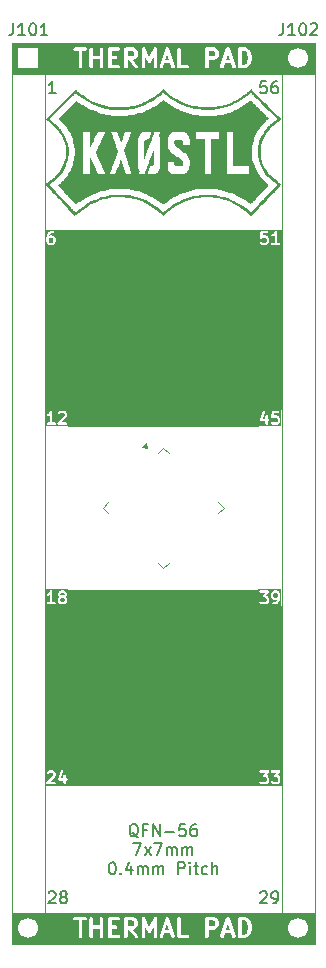
<source format=gto>
G04 #@! TF.GenerationSoftware,KiCad,Pcbnew,9.0.6*
G04 #@! TF.CreationDate,2026-01-07T22:53:03-06:00*
G04 #@! TF.ProjectId,QFN-56_7x7_P0.4,51464e2d-3536-45f3-9778-375f50302e34,rev?*
G04 #@! TF.SameCoordinates,Original*
G04 #@! TF.FileFunction,Legend,Top*
G04 #@! TF.FilePolarity,Positive*
%FSLAX46Y46*%
G04 Gerber Fmt 4.6, Leading zero omitted, Abs format (unit mm)*
G04 Created by KiCad (PCBNEW 9.0.6) date 2026-01-07 22:53:03*
%MOMM*%
%LPD*%
G01*
G04 APERTURE LIST*
G04 Aperture macros list*
%AMRoundRect*
0 Rectangle with rounded corners*
0 $1 Rounding radius*
0 $2 $3 $4 $5 $6 $7 $8 $9 X,Y pos of 4 corners*
0 Add a 4 corners polygon primitive as box body*
4,1,4,$2,$3,$4,$5,$6,$7,$8,$9,$2,$3,0*
0 Add four circle primitives for the rounded corners*
1,1,$1+$1,$2,$3*
1,1,$1+$1,$4,$5*
1,1,$1+$1,$6,$7*
1,1,$1+$1,$8,$9*
0 Add four rect primitives between the rounded corners*
20,1,$1+$1,$2,$3,$4,$5,0*
20,1,$1+$1,$4,$5,$6,$7,0*
20,1,$1+$1,$6,$7,$8,$9,0*
20,1,$1+$1,$8,$9,$2,$3,0*%
%AMRotRect*
0 Rectangle, with rotation*
0 The origin of the aperture is its center*
0 $1 length*
0 $2 width*
0 $3 Rotation angle, in degrees counterclockwise*
0 Add horizontal line*
21,1,$1,$2,0,0,$3*%
G04 Aperture macros list end*
%ADD10C,0.200000*%
%ADD11C,0.100000*%
%ADD12C,0.300000*%
%ADD13C,0.150000*%
%ADD14C,0.120000*%
%ADD15C,0.000000*%
%ADD16C,1.700000*%
%ADD17R,1.700000X1.700000*%
%ADD18RoundRect,0.050000X-0.424264X0.353553X0.353553X-0.424264X0.424264X-0.353553X-0.353553X0.424264X0*%
%ADD19RoundRect,0.050000X-0.424264X-0.353553X-0.353553X-0.424264X0.424264X0.353553X0.353553X0.424264X0*%
%ADD20RotRect,4.000000X4.000000X315.000000*%
G04 APERTURE END LIST*
D10*
G36*
X130013772Y-129550595D02*
G01*
X130038441Y-129575263D01*
X130068246Y-129634873D01*
X130068246Y-129778135D01*
X130038441Y-129837743D01*
X130013772Y-129862413D01*
X129954163Y-129892219D01*
X129810901Y-129892219D01*
X129751291Y-129862414D01*
X129726624Y-129837746D01*
X129696818Y-129778134D01*
X129696818Y-129634873D01*
X129726623Y-129575263D01*
X129751291Y-129550594D01*
X129810901Y-129520790D01*
X129954163Y-129520790D01*
X130013772Y-129550595D01*
G37*
G36*
X130013772Y-129122024D02*
G01*
X130038441Y-129146692D01*
X130068246Y-129206302D01*
X130068246Y-129206707D01*
X130038441Y-129266316D01*
X130013772Y-129290984D01*
X129954163Y-129320790D01*
X129810901Y-129320790D01*
X129751291Y-129290985D01*
X129726623Y-129266316D01*
X129696818Y-129206706D01*
X129696818Y-129206302D01*
X129726623Y-129146692D01*
X129751291Y-129122023D01*
X129810901Y-129092219D01*
X129954163Y-129092219D01*
X130013772Y-129122024D01*
G37*
G36*
X130379357Y-130203330D02*
G01*
X128434111Y-130203330D01*
X128434111Y-129265426D01*
X128545222Y-129265426D01*
X128547988Y-129304346D01*
X128565437Y-129339245D01*
X128594914Y-129364809D01*
X128631930Y-129377148D01*
X128670850Y-129374382D01*
X128689158Y-129367376D01*
X128784396Y-129319757D01*
X128792792Y-129314471D01*
X128795232Y-129313461D01*
X128797978Y-129311207D01*
X128800986Y-129309314D01*
X128802715Y-129307319D01*
X128810386Y-129301025D01*
X128830151Y-129281260D01*
X128830151Y-129892219D01*
X128644437Y-129892219D01*
X128624928Y-129894140D01*
X128588880Y-129909072D01*
X128561290Y-129936662D01*
X128546358Y-129972710D01*
X128546358Y-130011728D01*
X128561290Y-130047776D01*
X128588880Y-130075366D01*
X128624928Y-130090298D01*
X128644437Y-130092219D01*
X129215865Y-130092219D01*
X129235374Y-130090298D01*
X129271422Y-130075366D01*
X129299012Y-130047776D01*
X129313944Y-130011728D01*
X129313944Y-129972710D01*
X129299012Y-129936662D01*
X129271422Y-129909072D01*
X129235374Y-129894140D01*
X129215865Y-129892219D01*
X129030151Y-129892219D01*
X129030151Y-129182695D01*
X129496818Y-129182695D01*
X129496818Y-129230314D01*
X129498739Y-129249823D01*
X129500114Y-129253143D01*
X129500369Y-129256727D01*
X129507375Y-129275035D01*
X129554994Y-129370273D01*
X129560279Y-129378669D01*
X129561290Y-129381109D01*
X129563543Y-129383855D01*
X129565437Y-129386863D01*
X129567431Y-129388592D01*
X129573726Y-129396263D01*
X129598253Y-129420790D01*
X129573726Y-129445317D01*
X129567431Y-129452987D01*
X129565437Y-129454717D01*
X129563543Y-129457724D01*
X129561290Y-129460471D01*
X129560279Y-129462910D01*
X129554994Y-129471307D01*
X129507375Y-129566545D01*
X129500369Y-129584853D01*
X129500114Y-129588436D01*
X129498739Y-129591757D01*
X129496818Y-129611266D01*
X129496818Y-129801742D01*
X129498739Y-129821251D01*
X129500114Y-129824571D01*
X129500369Y-129828155D01*
X129507375Y-129846463D01*
X129554994Y-129941701D01*
X129560277Y-129950093D01*
X129561289Y-129952537D01*
X129563545Y-129955286D01*
X129565437Y-129958291D01*
X129567431Y-129960020D01*
X129573726Y-129967690D01*
X129621344Y-130015310D01*
X129629012Y-130021603D01*
X129630744Y-130023600D01*
X129633752Y-130025493D01*
X129636498Y-130027747D01*
X129638938Y-130028757D01*
X129647335Y-130034043D01*
X129742572Y-130081662D01*
X129760881Y-130088668D01*
X129764464Y-130088922D01*
X129767785Y-130090298D01*
X129787294Y-130092219D01*
X129977770Y-130092219D01*
X129997279Y-130090298D01*
X130000599Y-130088922D01*
X130004183Y-130088668D01*
X130022491Y-130081662D01*
X130117729Y-130034043D01*
X130126124Y-130028758D01*
X130128566Y-130027747D01*
X130131313Y-130025491D01*
X130134319Y-130023600D01*
X130136049Y-130021605D01*
X130143719Y-130015310D01*
X130191338Y-129967690D01*
X130197630Y-129960023D01*
X130199627Y-129958292D01*
X130201520Y-129955284D01*
X130203775Y-129952537D01*
X130204786Y-129950095D01*
X130210070Y-129941701D01*
X130257689Y-129846464D01*
X130264695Y-129828155D01*
X130264949Y-129824571D01*
X130266325Y-129821251D01*
X130268246Y-129801742D01*
X130268246Y-129611266D01*
X130266325Y-129591757D01*
X130264949Y-129588436D01*
X130264695Y-129584853D01*
X130257689Y-129566544D01*
X130210070Y-129471307D01*
X130204784Y-129462910D01*
X130203774Y-129460470D01*
X130201520Y-129457724D01*
X130199627Y-129454716D01*
X130197629Y-129452983D01*
X130191337Y-129445317D01*
X130166810Y-129420790D01*
X130191337Y-129396263D01*
X130197629Y-129388596D01*
X130199627Y-129386864D01*
X130201520Y-129383855D01*
X130203774Y-129381110D01*
X130204784Y-129378669D01*
X130210070Y-129370273D01*
X130257689Y-129275036D01*
X130264695Y-129256727D01*
X130264949Y-129253143D01*
X130266325Y-129249823D01*
X130268246Y-129230314D01*
X130268246Y-129182695D01*
X130266325Y-129163186D01*
X130264949Y-129159865D01*
X130264695Y-129156282D01*
X130257689Y-129137973D01*
X130210070Y-129042736D01*
X130204784Y-129034339D01*
X130203774Y-129031899D01*
X130201520Y-129029153D01*
X130199627Y-129026145D01*
X130197629Y-129024412D01*
X130191337Y-129016746D01*
X130143719Y-128969127D01*
X130136048Y-128962832D01*
X130134319Y-128960838D01*
X130131311Y-128958944D01*
X130128565Y-128956691D01*
X130126125Y-128955680D01*
X130117729Y-128950395D01*
X130022491Y-128902776D01*
X130004183Y-128895770D01*
X130000599Y-128895515D01*
X129997279Y-128894140D01*
X129977770Y-128892219D01*
X129787294Y-128892219D01*
X129767785Y-128894140D01*
X129764464Y-128895515D01*
X129760881Y-128895770D01*
X129742572Y-128902776D01*
X129647335Y-128950395D01*
X129638938Y-128955680D01*
X129636498Y-128956691D01*
X129633752Y-128958944D01*
X129630744Y-128960838D01*
X129629011Y-128962835D01*
X129621345Y-128969128D01*
X129573726Y-129016746D01*
X129567431Y-129024416D01*
X129565437Y-129026146D01*
X129563543Y-129029153D01*
X129561290Y-129031900D01*
X129560279Y-129034339D01*
X129554994Y-129042736D01*
X129507375Y-129137974D01*
X129500369Y-129156282D01*
X129500114Y-129159865D01*
X129498739Y-129163186D01*
X129496818Y-129182695D01*
X129030151Y-129182695D01*
X129030151Y-128992219D01*
X129030144Y-128992148D01*
X129030151Y-128992114D01*
X129030130Y-128992012D01*
X129028230Y-128972710D01*
X129024440Y-128963561D01*
X129022499Y-128953854D01*
X129017047Y-128945713D01*
X129013298Y-128936662D01*
X129006298Y-128929662D01*
X129000788Y-128921434D01*
X128992633Y-128915997D01*
X128985708Y-128909072D01*
X128976564Y-128905284D01*
X128968323Y-128899790D01*
X128958709Y-128897888D01*
X128949660Y-128894140D01*
X128939759Y-128894140D01*
X128930047Y-128892219D01*
X128920442Y-128894140D01*
X128910642Y-128894140D01*
X128901493Y-128897929D01*
X128891786Y-128899871D01*
X128883645Y-128905322D01*
X128874594Y-128909072D01*
X128867594Y-128916071D01*
X128859366Y-128921582D01*
X128847077Y-128936588D01*
X128847004Y-128936662D01*
X128846990Y-128936694D01*
X128846946Y-128936749D01*
X128757202Y-129071365D01*
X128680438Y-129148128D01*
X128599716Y-129188490D01*
X128583125Y-129198933D01*
X128557561Y-129228410D01*
X128545222Y-129265426D01*
X128434111Y-129265426D01*
X128434111Y-128781108D01*
X130379357Y-128781108D01*
X130379357Y-130203330D01*
G37*
G36*
X148068069Y-129126121D02*
G01*
X148092738Y-129150789D01*
X148122543Y-129210399D01*
X148122543Y-129401280D01*
X148092738Y-129460889D01*
X148068069Y-129485557D01*
X148008460Y-129515363D01*
X147865198Y-129515363D01*
X147805588Y-129485558D01*
X147780920Y-129460889D01*
X147751115Y-129401279D01*
X147751115Y-129210399D01*
X147780920Y-129150789D01*
X147805588Y-129126120D01*
X147865198Y-129096316D01*
X148008460Y-129096316D01*
X148068069Y-129126121D01*
G37*
G36*
X148433654Y-130207427D02*
G01*
X146441925Y-130207427D01*
X146441925Y-128976807D01*
X146553036Y-128976807D01*
X146553036Y-129015825D01*
X146567968Y-129051873D01*
X146595558Y-129079463D01*
X146631606Y-129094395D01*
X146651115Y-129096316D01*
X147049785Y-129096316D01*
X146861571Y-129311418D01*
X146855541Y-129319851D01*
X146853682Y-129321711D01*
X146852951Y-129323474D01*
X146850170Y-129327365D01*
X146844965Y-129342753D01*
X146838750Y-129357759D01*
X146838750Y-129361132D01*
X146837670Y-129364326D01*
X146838750Y-129380528D01*
X146838750Y-129396777D01*
X146840040Y-129399892D01*
X146840265Y-129403258D01*
X146847465Y-129417818D01*
X146853682Y-129432825D01*
X146856066Y-129435209D01*
X146857562Y-129438233D01*
X146869787Y-129448930D01*
X146881272Y-129460415D01*
X146884386Y-129461705D01*
X146886926Y-129463927D01*
X146902314Y-129469131D01*
X146917320Y-129475347D01*
X146922079Y-129475815D01*
X146923887Y-129476427D01*
X146926511Y-129476252D01*
X146936829Y-129477268D01*
X147056079Y-129477268D01*
X147115688Y-129507073D01*
X147140357Y-129531741D01*
X147170162Y-129591351D01*
X147170162Y-129782232D01*
X147140357Y-129841840D01*
X147115688Y-129866510D01*
X147056079Y-129896316D01*
X146817579Y-129896316D01*
X146757969Y-129866511D01*
X146721826Y-129830367D01*
X146706673Y-129817930D01*
X146670625Y-129802999D01*
X146631607Y-129802998D01*
X146595558Y-129817929D01*
X146567968Y-129845519D01*
X146553037Y-129881567D01*
X146553036Y-129920585D01*
X146567967Y-129956634D01*
X146580404Y-129971787D01*
X146628022Y-130019407D01*
X146635690Y-130025700D01*
X146637422Y-130027697D01*
X146640430Y-130029590D01*
X146643176Y-130031844D01*
X146645616Y-130032854D01*
X146654013Y-130038140D01*
X146749250Y-130085759D01*
X146767559Y-130092765D01*
X146771142Y-130093019D01*
X146774463Y-130094395D01*
X146793972Y-130096316D01*
X147079686Y-130096316D01*
X147099195Y-130094395D01*
X147102515Y-130093019D01*
X147106099Y-130092765D01*
X147124407Y-130085759D01*
X147219645Y-130038140D01*
X147228040Y-130032855D01*
X147230482Y-130031844D01*
X147233229Y-130029588D01*
X147236235Y-130027697D01*
X147237965Y-130025702D01*
X147245635Y-130019407D01*
X147293254Y-129971787D01*
X147299546Y-129964120D01*
X147301543Y-129962389D01*
X147303436Y-129959381D01*
X147305691Y-129956634D01*
X147306702Y-129954192D01*
X147311986Y-129945798D01*
X147359605Y-129850561D01*
X147366611Y-129832252D01*
X147366865Y-129828668D01*
X147368241Y-129825348D01*
X147370162Y-129805839D01*
X147370162Y-129567744D01*
X147368241Y-129548235D01*
X147366865Y-129544914D01*
X147366611Y-129541331D01*
X147359605Y-129523022D01*
X147311986Y-129427785D01*
X147306700Y-129419388D01*
X147305690Y-129416948D01*
X147303436Y-129414202D01*
X147301543Y-129411194D01*
X147299545Y-129409461D01*
X147293253Y-129401795D01*
X147245635Y-129354176D01*
X147237964Y-129347881D01*
X147236235Y-129345887D01*
X147233227Y-129343993D01*
X147230481Y-129341740D01*
X147228041Y-129340729D01*
X147219645Y-129335444D01*
X147140797Y-129296020D01*
X147236372Y-129186792D01*
X147551115Y-129186792D01*
X147551115Y-129424887D01*
X147553036Y-129444396D01*
X147554411Y-129447716D01*
X147554666Y-129451300D01*
X147561672Y-129469608D01*
X147609291Y-129564846D01*
X147614576Y-129573242D01*
X147615587Y-129575682D01*
X147617840Y-129578428D01*
X147619734Y-129581436D01*
X147621728Y-129583165D01*
X147628023Y-129590836D01*
X147675642Y-129638454D01*
X147683308Y-129644746D01*
X147685041Y-129646744D01*
X147688049Y-129648637D01*
X147690795Y-129650891D01*
X147693235Y-129651901D01*
X147701632Y-129657187D01*
X147796869Y-129704806D01*
X147815178Y-129711812D01*
X147818761Y-129712066D01*
X147822082Y-129713442D01*
X147841591Y-129715363D01*
X148032067Y-129715363D01*
X148051576Y-129713442D01*
X148054896Y-129712066D01*
X148058480Y-129711812D01*
X148076788Y-129704806D01*
X148086401Y-129699999D01*
X148082111Y-129717161D01*
X148001974Y-129837366D01*
X147972831Y-129866510D01*
X147913222Y-129896316D01*
X147746353Y-129896316D01*
X147726844Y-129898237D01*
X147690796Y-129913169D01*
X147663206Y-129940759D01*
X147648274Y-129976807D01*
X147648274Y-130015825D01*
X147663206Y-130051873D01*
X147690796Y-130079463D01*
X147726844Y-130094395D01*
X147746353Y-130096316D01*
X147936829Y-130096316D01*
X147956338Y-130094395D01*
X147959658Y-130093019D01*
X147963242Y-130092765D01*
X147981550Y-130085759D01*
X148076788Y-130038140D01*
X148085183Y-130032855D01*
X148087625Y-130031844D01*
X148090372Y-130029588D01*
X148093378Y-130027697D01*
X148095108Y-130025702D01*
X148102778Y-130019407D01*
X148150397Y-129971787D01*
X148150439Y-129971734D01*
X148150471Y-129971714D01*
X148156610Y-129964216D01*
X148162834Y-129956634D01*
X148162848Y-129956598D01*
X148162891Y-129956547D01*
X148258129Y-129813690D01*
X148263871Y-129802920D01*
X148265343Y-129800934D01*
X148266181Y-129798588D01*
X148267352Y-129796392D01*
X148267831Y-129793968D01*
X148271938Y-129782474D01*
X148319557Y-129591998D01*
X148320057Y-129588616D01*
X148320622Y-129587253D01*
X148321345Y-129579902D01*
X148322425Y-129572605D01*
X148322207Y-129571146D01*
X148322543Y-129567744D01*
X148322543Y-129186792D01*
X148320622Y-129167283D01*
X148319246Y-129163962D01*
X148318992Y-129160379D01*
X148311986Y-129142070D01*
X148264367Y-129046833D01*
X148259081Y-129038436D01*
X148258071Y-129035996D01*
X148255817Y-129033250D01*
X148253924Y-129030242D01*
X148251926Y-129028509D01*
X148245634Y-129020843D01*
X148198016Y-128973224D01*
X148190345Y-128966929D01*
X148188616Y-128964935D01*
X148185608Y-128963041D01*
X148182862Y-128960788D01*
X148180422Y-128959777D01*
X148172026Y-128954492D01*
X148076788Y-128906873D01*
X148058480Y-128899867D01*
X148054896Y-128899612D01*
X148051576Y-128898237D01*
X148032067Y-128896316D01*
X147841591Y-128896316D01*
X147822082Y-128898237D01*
X147818761Y-128899612D01*
X147815178Y-128899867D01*
X147796869Y-128906873D01*
X147701632Y-128954492D01*
X147693235Y-128959777D01*
X147690795Y-128960788D01*
X147688049Y-128963041D01*
X147685041Y-128964935D01*
X147683308Y-128966932D01*
X147675642Y-128973225D01*
X147628023Y-129020843D01*
X147621728Y-129028513D01*
X147619734Y-129030243D01*
X147617840Y-129033250D01*
X147615587Y-129035997D01*
X147614576Y-129038436D01*
X147609291Y-129046833D01*
X147561672Y-129142071D01*
X147554666Y-129160379D01*
X147554411Y-129163962D01*
X147553036Y-129167283D01*
X147551115Y-129186792D01*
X147236372Y-129186792D01*
X147345420Y-129062166D01*
X147351449Y-129053732D01*
X147353309Y-129051873D01*
X147354039Y-129050109D01*
X147356821Y-129046219D01*
X147362025Y-129030830D01*
X147368241Y-129015825D01*
X147368241Y-129012451D01*
X147369321Y-129009258D01*
X147368241Y-128993055D01*
X147368241Y-128976807D01*
X147366950Y-128973691D01*
X147366726Y-128970326D01*
X147359523Y-128955760D01*
X147353309Y-128940759D01*
X147350925Y-128938375D01*
X147349430Y-128935351D01*
X147337196Y-128924646D01*
X147325719Y-128913169D01*
X147322605Y-128911879D01*
X147320066Y-128909657D01*
X147304674Y-128904451D01*
X147289671Y-128898237D01*
X147284911Y-128897768D01*
X147283104Y-128897157D01*
X147280479Y-128897331D01*
X147270162Y-128896316D01*
X146651115Y-128896316D01*
X146631606Y-128898237D01*
X146595558Y-128913169D01*
X146567968Y-128940759D01*
X146553036Y-128976807D01*
X146441925Y-128976807D01*
X146441925Y-128785205D01*
X148433654Y-128785205D01*
X148433654Y-130207427D01*
G37*
D11*
X130420624Y-136691010D02*
X146476624Y-136691010D01*
X146476624Y-145378010D01*
X130420624Y-145378010D01*
X130420624Y-136691010D01*
G36*
X130420624Y-136691010D02*
G01*
X146476624Y-136691010D01*
X146476624Y-145378010D01*
X130420624Y-145378010D01*
X130420624Y-136691010D01*
G37*
D10*
G36*
X148451882Y-145439791D02*
G01*
X146460153Y-145439791D01*
X146460153Y-144209171D01*
X146571264Y-144209171D01*
X146571264Y-144248189D01*
X146586196Y-144284237D01*
X146613786Y-144311827D01*
X146649834Y-144326759D01*
X146669343Y-144328680D01*
X147068013Y-144328680D01*
X146879799Y-144543782D01*
X146873769Y-144552215D01*
X146871910Y-144554075D01*
X146871179Y-144555838D01*
X146868398Y-144559729D01*
X146863193Y-144575117D01*
X146856978Y-144590123D01*
X146856978Y-144593496D01*
X146855898Y-144596690D01*
X146856978Y-144612892D01*
X146856978Y-144629141D01*
X146858268Y-144632256D01*
X146858493Y-144635622D01*
X146865693Y-144650182D01*
X146871910Y-144665189D01*
X146874294Y-144667573D01*
X146875790Y-144670597D01*
X146888015Y-144681294D01*
X146899500Y-144692779D01*
X146902614Y-144694069D01*
X146905154Y-144696291D01*
X146920542Y-144701495D01*
X146935548Y-144707711D01*
X146940307Y-144708179D01*
X146942115Y-144708791D01*
X146944739Y-144708616D01*
X146955057Y-144709632D01*
X147074307Y-144709632D01*
X147133916Y-144739437D01*
X147158585Y-144764105D01*
X147188390Y-144823715D01*
X147188390Y-145014596D01*
X147158585Y-145074204D01*
X147133916Y-145098874D01*
X147074307Y-145128680D01*
X146835807Y-145128680D01*
X146776197Y-145098875D01*
X146740054Y-145062731D01*
X146724901Y-145050294D01*
X146688853Y-145035363D01*
X146649835Y-145035362D01*
X146613786Y-145050293D01*
X146586196Y-145077883D01*
X146571265Y-145113931D01*
X146571264Y-145152949D01*
X146586195Y-145188998D01*
X146598632Y-145204151D01*
X146646250Y-145251771D01*
X146653918Y-145258064D01*
X146655650Y-145260061D01*
X146658658Y-145261954D01*
X146661404Y-145264208D01*
X146663844Y-145265218D01*
X146672241Y-145270504D01*
X146767478Y-145318123D01*
X146785787Y-145325129D01*
X146789370Y-145325383D01*
X146792691Y-145326759D01*
X146812200Y-145328680D01*
X147097914Y-145328680D01*
X147117423Y-145326759D01*
X147120743Y-145325383D01*
X147124327Y-145325129D01*
X147142635Y-145318123D01*
X147237873Y-145270504D01*
X147246268Y-145265219D01*
X147248710Y-145264208D01*
X147251457Y-145261952D01*
X147254463Y-145260061D01*
X147256193Y-145258066D01*
X147263863Y-145251771D01*
X147311482Y-145204151D01*
X147317774Y-145196484D01*
X147319771Y-145194753D01*
X147321664Y-145191745D01*
X147323919Y-145188998D01*
X147324930Y-145186556D01*
X147330214Y-145178162D01*
X147377833Y-145082925D01*
X147384839Y-145064616D01*
X147385093Y-145061032D01*
X147386469Y-145057712D01*
X147388390Y-145038203D01*
X147388390Y-144800108D01*
X147386469Y-144780599D01*
X147385093Y-144777278D01*
X147384839Y-144773695D01*
X147377833Y-144755386D01*
X147330214Y-144660149D01*
X147324928Y-144651752D01*
X147323918Y-144649312D01*
X147321664Y-144646566D01*
X147319771Y-144643558D01*
X147317773Y-144641825D01*
X147311481Y-144634159D01*
X147263863Y-144586540D01*
X147256192Y-144580245D01*
X147254463Y-144578251D01*
X147251455Y-144576357D01*
X147248709Y-144574104D01*
X147246269Y-144573093D01*
X147237873Y-144567808D01*
X147159025Y-144528384D01*
X147363648Y-144294530D01*
X147369677Y-144286096D01*
X147371537Y-144284237D01*
X147372267Y-144282473D01*
X147375049Y-144278583D01*
X147380253Y-144263194D01*
X147386469Y-144248189D01*
X147386469Y-144244815D01*
X147387549Y-144241622D01*
X147386469Y-144225419D01*
X147386469Y-144209171D01*
X147523645Y-144209171D01*
X147523645Y-144248189D01*
X147538577Y-144284237D01*
X147566167Y-144311827D01*
X147602215Y-144326759D01*
X147621724Y-144328680D01*
X148020394Y-144328680D01*
X147832180Y-144543782D01*
X147826150Y-144552215D01*
X147824291Y-144554075D01*
X147823560Y-144555838D01*
X147820779Y-144559729D01*
X147815574Y-144575117D01*
X147809359Y-144590123D01*
X147809359Y-144593496D01*
X147808279Y-144596690D01*
X147809359Y-144612892D01*
X147809359Y-144629141D01*
X147810649Y-144632256D01*
X147810874Y-144635622D01*
X147818074Y-144650182D01*
X147824291Y-144665189D01*
X147826675Y-144667573D01*
X147828171Y-144670597D01*
X147840396Y-144681294D01*
X147851881Y-144692779D01*
X147854995Y-144694069D01*
X147857535Y-144696291D01*
X147872923Y-144701495D01*
X147887929Y-144707711D01*
X147892688Y-144708179D01*
X147894496Y-144708791D01*
X147897120Y-144708616D01*
X147907438Y-144709632D01*
X148026688Y-144709632D01*
X148086297Y-144739437D01*
X148110966Y-144764105D01*
X148140771Y-144823715D01*
X148140771Y-145014596D01*
X148110966Y-145074204D01*
X148086297Y-145098874D01*
X148026688Y-145128680D01*
X147788188Y-145128680D01*
X147728578Y-145098875D01*
X147692435Y-145062731D01*
X147677282Y-145050294D01*
X147641234Y-145035363D01*
X147602216Y-145035362D01*
X147566167Y-145050293D01*
X147538577Y-145077883D01*
X147523646Y-145113931D01*
X147523645Y-145152949D01*
X147538576Y-145188998D01*
X147551013Y-145204151D01*
X147598631Y-145251771D01*
X147606299Y-145258064D01*
X147608031Y-145260061D01*
X147611039Y-145261954D01*
X147613785Y-145264208D01*
X147616225Y-145265218D01*
X147624622Y-145270504D01*
X147719859Y-145318123D01*
X147738168Y-145325129D01*
X147741751Y-145325383D01*
X147745072Y-145326759D01*
X147764581Y-145328680D01*
X148050295Y-145328680D01*
X148069804Y-145326759D01*
X148073124Y-145325383D01*
X148076708Y-145325129D01*
X148095016Y-145318123D01*
X148190254Y-145270504D01*
X148198649Y-145265219D01*
X148201091Y-145264208D01*
X148203838Y-145261952D01*
X148206844Y-145260061D01*
X148208574Y-145258066D01*
X148216244Y-145251771D01*
X148263863Y-145204151D01*
X148270155Y-145196484D01*
X148272152Y-145194753D01*
X148274045Y-145191745D01*
X148276300Y-145188998D01*
X148277311Y-145186556D01*
X148282595Y-145178162D01*
X148330214Y-145082925D01*
X148337220Y-145064616D01*
X148337474Y-145061032D01*
X148338850Y-145057712D01*
X148340771Y-145038203D01*
X148340771Y-144800108D01*
X148338850Y-144780599D01*
X148337474Y-144777278D01*
X148337220Y-144773695D01*
X148330214Y-144755386D01*
X148282595Y-144660149D01*
X148277309Y-144651752D01*
X148276299Y-144649312D01*
X148274045Y-144646566D01*
X148272152Y-144643558D01*
X148270154Y-144641825D01*
X148263862Y-144634159D01*
X148216244Y-144586540D01*
X148208573Y-144580245D01*
X148206844Y-144578251D01*
X148203836Y-144576357D01*
X148201090Y-144574104D01*
X148198650Y-144573093D01*
X148190254Y-144567808D01*
X148111406Y-144528384D01*
X148316029Y-144294530D01*
X148322058Y-144286096D01*
X148323918Y-144284237D01*
X148324648Y-144282473D01*
X148327430Y-144278583D01*
X148332634Y-144263194D01*
X148338850Y-144248189D01*
X148338850Y-144244815D01*
X148339930Y-144241622D01*
X148338850Y-144225419D01*
X148338850Y-144209171D01*
X148337559Y-144206055D01*
X148337335Y-144202690D01*
X148330132Y-144188124D01*
X148323918Y-144173123D01*
X148321534Y-144170739D01*
X148320039Y-144167715D01*
X148307805Y-144157010D01*
X148296328Y-144145533D01*
X148293214Y-144144243D01*
X148290675Y-144142021D01*
X148275283Y-144136815D01*
X148260280Y-144130601D01*
X148255520Y-144130132D01*
X148253713Y-144129521D01*
X148251088Y-144129695D01*
X148240771Y-144128680D01*
X147621724Y-144128680D01*
X147602215Y-144130601D01*
X147566167Y-144145533D01*
X147538577Y-144173123D01*
X147523645Y-144209171D01*
X147386469Y-144209171D01*
X147385178Y-144206055D01*
X147384954Y-144202690D01*
X147377751Y-144188124D01*
X147371537Y-144173123D01*
X147369153Y-144170739D01*
X147367658Y-144167715D01*
X147355424Y-144157010D01*
X147343947Y-144145533D01*
X147340833Y-144144243D01*
X147338294Y-144142021D01*
X147322902Y-144136815D01*
X147307899Y-144130601D01*
X147303139Y-144130132D01*
X147301332Y-144129521D01*
X147298707Y-144129695D01*
X147288390Y-144128680D01*
X146669343Y-144128680D01*
X146649834Y-144130601D01*
X146613786Y-144145533D01*
X146586196Y-144173123D01*
X146571264Y-144209171D01*
X146460153Y-144209171D01*
X146460153Y-144017569D01*
X148451882Y-144017569D01*
X148451882Y-145439791D01*
G37*
G36*
X130427105Y-145443330D02*
G01*
X128389678Y-145443330D01*
X128389678Y-145212710D01*
X128500789Y-145212710D01*
X128500789Y-145251728D01*
X128515721Y-145287776D01*
X128543311Y-145315366D01*
X128579359Y-145330298D01*
X128598868Y-145332219D01*
X129217915Y-145332219D01*
X129237424Y-145330298D01*
X129273472Y-145315366D01*
X129301062Y-145287776D01*
X129315994Y-145251728D01*
X129315994Y-145212710D01*
X129301062Y-145176662D01*
X129273472Y-145149072D01*
X129237424Y-145134140D01*
X129217915Y-145132219D01*
X128840290Y-145132219D01*
X129086130Y-144886378D01*
X129499653Y-144886378D01*
X129500789Y-144902362D01*
X129500789Y-144918394D01*
X129502164Y-144921714D01*
X129502419Y-144925298D01*
X129509586Y-144939633D01*
X129515721Y-144954442D01*
X129518261Y-144956982D01*
X129519869Y-144960197D01*
X129531980Y-144970701D01*
X129543311Y-144982032D01*
X129546629Y-144983406D01*
X129549345Y-144985762D01*
X129564554Y-144990831D01*
X129579359Y-144996964D01*
X129584459Y-144997466D01*
X129586361Y-144998100D01*
X129588994Y-144997912D01*
X129598868Y-144998885D01*
X129975058Y-144998885D01*
X129975058Y-145232219D01*
X129976979Y-145251728D01*
X129991911Y-145287776D01*
X130019501Y-145315366D01*
X130055549Y-145330298D01*
X130094567Y-145330298D01*
X130130615Y-145315366D01*
X130158205Y-145287776D01*
X130173137Y-145251728D01*
X130175058Y-145232219D01*
X130175058Y-144998885D01*
X130217915Y-144998885D01*
X130237424Y-144996964D01*
X130273472Y-144982032D01*
X130301062Y-144954442D01*
X130315994Y-144918394D01*
X130315994Y-144879376D01*
X130301062Y-144843328D01*
X130273472Y-144815738D01*
X130237424Y-144800806D01*
X130217915Y-144798885D01*
X130175058Y-144798885D01*
X130175058Y-144565552D01*
X130173137Y-144546043D01*
X130158205Y-144509995D01*
X130130615Y-144482405D01*
X130094567Y-144467473D01*
X130055549Y-144467473D01*
X130019501Y-144482405D01*
X129991911Y-144509995D01*
X129976979Y-144546043D01*
X129975058Y-144565552D01*
X129975058Y-144798885D01*
X129737610Y-144798885D01*
X129931831Y-144216223D01*
X129936178Y-144197108D01*
X129933412Y-144158188D01*
X129915962Y-144123289D01*
X129886486Y-144097724D01*
X129849470Y-144085385D01*
X129810550Y-144088152D01*
X129775651Y-144105601D01*
X129750086Y-144135077D01*
X129742095Y-144152978D01*
X129504000Y-144867262D01*
X129501800Y-144876933D01*
X129500789Y-144879376D01*
X129500789Y-144881382D01*
X129499653Y-144886378D01*
X129086130Y-144886378D01*
X129241007Y-144731501D01*
X129253443Y-144716347D01*
X129254817Y-144713028D01*
X129257173Y-144710313D01*
X129265164Y-144692413D01*
X129312783Y-144549556D01*
X129314982Y-144539883D01*
X129315994Y-144537442D01*
X129316342Y-144533904D01*
X129317130Y-144530441D01*
X129316942Y-144527806D01*
X129317915Y-144517933D01*
X129317915Y-144422695D01*
X129315994Y-144403186D01*
X129314618Y-144399865D01*
X129314364Y-144396282D01*
X129307358Y-144377973D01*
X129259739Y-144282736D01*
X129254453Y-144274339D01*
X129253443Y-144271899D01*
X129251189Y-144269153D01*
X129249296Y-144266145D01*
X129247298Y-144264412D01*
X129241006Y-144256746D01*
X129193388Y-144209127D01*
X129185717Y-144202832D01*
X129183988Y-144200838D01*
X129180980Y-144198944D01*
X129178234Y-144196691D01*
X129175794Y-144195680D01*
X129167398Y-144190395D01*
X129072160Y-144142776D01*
X129053852Y-144135770D01*
X129050268Y-144135515D01*
X129046948Y-144134140D01*
X129027439Y-144132219D01*
X128789344Y-144132219D01*
X128769835Y-144134140D01*
X128766514Y-144135515D01*
X128762931Y-144135770D01*
X128744622Y-144142776D01*
X128649385Y-144190395D01*
X128640988Y-144195680D01*
X128638548Y-144196691D01*
X128635802Y-144198944D01*
X128632794Y-144200838D01*
X128631061Y-144202835D01*
X128623395Y-144209128D01*
X128575776Y-144256746D01*
X128563340Y-144271900D01*
X128548408Y-144307948D01*
X128548408Y-144346966D01*
X128563340Y-144383014D01*
X128590930Y-144410604D01*
X128626978Y-144425536D01*
X128665996Y-144425536D01*
X128702044Y-144410604D01*
X128717198Y-144398168D01*
X128753341Y-144362023D01*
X128812951Y-144332219D01*
X129003832Y-144332219D01*
X129063441Y-144362024D01*
X129088110Y-144386692D01*
X129117915Y-144446302D01*
X129117915Y-144501706D01*
X129082893Y-144606770D01*
X128528157Y-145161508D01*
X128515721Y-145176662D01*
X128500789Y-145212710D01*
X128389678Y-145212710D01*
X128389678Y-143974274D01*
X130427105Y-143974274D01*
X130427105Y-145443330D01*
G37*
X146629519Y-154487457D02*
X146677138Y-154439838D01*
X146677138Y-154439838D02*
X146772376Y-154392219D01*
X146772376Y-154392219D02*
X147010471Y-154392219D01*
X147010471Y-154392219D02*
X147105709Y-154439838D01*
X147105709Y-154439838D02*
X147153328Y-154487457D01*
X147153328Y-154487457D02*
X147200947Y-154582695D01*
X147200947Y-154582695D02*
X147200947Y-154677933D01*
X147200947Y-154677933D02*
X147153328Y-154820790D01*
X147153328Y-154820790D02*
X146581900Y-155392219D01*
X146581900Y-155392219D02*
X147200947Y-155392219D01*
X147677138Y-155392219D02*
X147867614Y-155392219D01*
X147867614Y-155392219D02*
X147962852Y-155344600D01*
X147962852Y-155344600D02*
X148010471Y-155296980D01*
X148010471Y-155296980D02*
X148105709Y-155154123D01*
X148105709Y-155154123D02*
X148153328Y-154963647D01*
X148153328Y-154963647D02*
X148153328Y-154582695D01*
X148153328Y-154582695D02*
X148105709Y-154487457D01*
X148105709Y-154487457D02*
X148058090Y-154439838D01*
X148058090Y-154439838D02*
X147962852Y-154392219D01*
X147962852Y-154392219D02*
X147772376Y-154392219D01*
X147772376Y-154392219D02*
X147677138Y-154439838D01*
X147677138Y-154439838D02*
X147629519Y-154487457D01*
X147629519Y-154487457D02*
X147581900Y-154582695D01*
X147581900Y-154582695D02*
X147581900Y-154820790D01*
X147581900Y-154820790D02*
X147629519Y-154916028D01*
X147629519Y-154916028D02*
X147677138Y-154963647D01*
X147677138Y-154963647D02*
X147772376Y-155011266D01*
X147772376Y-155011266D02*
X147962852Y-155011266D01*
X147962852Y-155011266D02*
X148058090Y-154963647D01*
X148058090Y-154963647D02*
X148105709Y-154916028D01*
X148105709Y-154916028D02*
X148153328Y-154820790D01*
D11*
X125615383Y-156185374D02*
X130695383Y-156185374D01*
X130695383Y-158852624D01*
X125615383Y-158852624D01*
X125615383Y-156185374D01*
G36*
X125615383Y-156185374D02*
G01*
X130695383Y-156185374D01*
X130695383Y-158852624D01*
X125615383Y-158852624D01*
X125615383Y-156185374D01*
G37*
X130369738Y-101177643D02*
X146465738Y-101177643D01*
X146465738Y-114944643D01*
X130369738Y-114944643D01*
X130369738Y-101177643D01*
G36*
X130369738Y-101177643D02*
G01*
X146465738Y-101177643D01*
X146465738Y-114944643D01*
X130369738Y-114944643D01*
X130369738Y-101177643D01*
G37*
X128409383Y-130242000D02*
X148475383Y-130242000D01*
X148475383Y-143988000D01*
X128409383Y-143988000D01*
X128409383Y-130242000D01*
G36*
X128409383Y-130242000D02*
G01*
X148475383Y-130242000D01*
X148475383Y-143988000D01*
X128409383Y-143988000D01*
X128409383Y-130242000D01*
G37*
X130382133Y-84812138D02*
X146180883Y-84812138D01*
X146180883Y-85218538D01*
X130382133Y-85218538D01*
X130382133Y-84812138D01*
G36*
X130382133Y-84812138D02*
G01*
X146180883Y-84812138D01*
X146180883Y-85218538D01*
X130382133Y-85218538D01*
X130382133Y-84812138D01*
G37*
X146053883Y-156185374D02*
X151252383Y-156185374D01*
X151252383Y-158852624D01*
X146053883Y-158852624D01*
X146053883Y-156185374D01*
G36*
X146053883Y-156185374D02*
G01*
X151252383Y-156185374D01*
X151252383Y-158852624D01*
X146053883Y-158852624D01*
X146053883Y-156185374D01*
G37*
X129797883Y-82551288D02*
X146739633Y-82551288D01*
X146739633Y-82779888D01*
X129797883Y-82779888D01*
X129797883Y-82551288D01*
G36*
X129797883Y-82551288D02*
G01*
X146739633Y-82551288D01*
X146739633Y-82779888D01*
X129797883Y-82779888D01*
X129797883Y-82551288D01*
G37*
X130432883Y-156185374D02*
X146485633Y-156185374D01*
X146485633Y-156413724D01*
X130432883Y-156413724D01*
X130432883Y-156185374D01*
G36*
X130432883Y-156185374D02*
G01*
X146485633Y-156185374D01*
X146485633Y-156413724D01*
X130432883Y-156413724D01*
X130432883Y-156185374D01*
G37*
X129493133Y-158446224D02*
X147196883Y-158446224D01*
X147196883Y-158852624D01*
X129493133Y-158852624D01*
X129493133Y-158446224D01*
G36*
X129493133Y-158446224D02*
G01*
X147196883Y-158446224D01*
X147196883Y-158852624D01*
X129493133Y-158852624D01*
X129493133Y-158446224D01*
G37*
X129399383Y-98401288D02*
X146495383Y-98401288D01*
X146495383Y-107088288D01*
X129399383Y-107088288D01*
X129399383Y-98401288D01*
G36*
X129399383Y-98401288D02*
G01*
X146495383Y-98401288D01*
X146495383Y-107088288D01*
X129399383Y-107088288D01*
X129399383Y-98401288D01*
G37*
X130374383Y-128833000D02*
X146430383Y-128833000D01*
X146430383Y-134980000D01*
X130374383Y-134980000D01*
X130374383Y-128833000D01*
G36*
X130374383Y-128833000D02*
G01*
X146430383Y-128833000D01*
X146430383Y-134980000D01*
X130374383Y-134980000D01*
X130374383Y-128833000D01*
G37*
X128409383Y-99779288D02*
X148475383Y-99779288D01*
X148475383Y-113546288D01*
X128409383Y-113546288D01*
X128409383Y-99779288D01*
G36*
X128409383Y-99779288D02*
G01*
X148475383Y-99779288D01*
X148475383Y-113546288D01*
X128409383Y-113546288D01*
X128409383Y-99779288D01*
G37*
X125615383Y-82551288D02*
X130695383Y-82551288D01*
X130695383Y-85218538D01*
X125615383Y-85218538D01*
X125615383Y-82551288D01*
G36*
X125615383Y-82551288D02*
G01*
X130695383Y-82551288D01*
X130695383Y-85218538D01*
X125615383Y-85218538D01*
X125615383Y-82551288D01*
G37*
X146066633Y-82551288D02*
X151252383Y-82551288D01*
X151252383Y-85218538D01*
X146066633Y-85218538D01*
X146066633Y-82551288D01*
G36*
X146066633Y-82551288D02*
G01*
X151252383Y-82551288D01*
X151252383Y-85218538D01*
X146066633Y-85218538D01*
X146066633Y-82551288D01*
G37*
D10*
X147153328Y-85813507D02*
X146677138Y-85813507D01*
X146677138Y-85813507D02*
X146629519Y-86289697D01*
X146629519Y-86289697D02*
X146677138Y-86242078D01*
X146677138Y-86242078D02*
X146772376Y-86194459D01*
X146772376Y-86194459D02*
X147010471Y-86194459D01*
X147010471Y-86194459D02*
X147105709Y-86242078D01*
X147105709Y-86242078D02*
X147153328Y-86289697D01*
X147153328Y-86289697D02*
X147200947Y-86384935D01*
X147200947Y-86384935D02*
X147200947Y-86623030D01*
X147200947Y-86623030D02*
X147153328Y-86718268D01*
X147153328Y-86718268D02*
X147105709Y-86765888D01*
X147105709Y-86765888D02*
X147010471Y-86813507D01*
X147010471Y-86813507D02*
X146772376Y-86813507D01*
X146772376Y-86813507D02*
X146677138Y-86765888D01*
X146677138Y-86765888D02*
X146629519Y-86718268D01*
X148058090Y-85813507D02*
X147867614Y-85813507D01*
X147867614Y-85813507D02*
X147772376Y-85861126D01*
X147772376Y-85861126D02*
X147724757Y-85908745D01*
X147724757Y-85908745D02*
X147629519Y-86051602D01*
X147629519Y-86051602D02*
X147581900Y-86242078D01*
X147581900Y-86242078D02*
X147581900Y-86623030D01*
X147581900Y-86623030D02*
X147629519Y-86718268D01*
X147629519Y-86718268D02*
X147677138Y-86765888D01*
X147677138Y-86765888D02*
X147772376Y-86813507D01*
X147772376Y-86813507D02*
X147962852Y-86813507D01*
X147962852Y-86813507D02*
X148058090Y-86765888D01*
X148058090Y-86765888D02*
X148105709Y-86718268D01*
X148105709Y-86718268D02*
X148153328Y-86623030D01*
X148153328Y-86623030D02*
X148153328Y-86384935D01*
X148153328Y-86384935D02*
X148105709Y-86289697D01*
X148105709Y-86289697D02*
X148058090Y-86242078D01*
X148058090Y-86242078D02*
X147962852Y-86194459D01*
X147962852Y-86194459D02*
X147772376Y-86194459D01*
X147772376Y-86194459D02*
X147677138Y-86242078D01*
X147677138Y-86242078D02*
X147629519Y-86289697D01*
X147629519Y-86289697D02*
X147581900Y-86384935D01*
G36*
X130389357Y-114994618D02*
G01*
X128444111Y-114994618D01*
X128444111Y-114056714D01*
X128555222Y-114056714D01*
X128557988Y-114095634D01*
X128575437Y-114130533D01*
X128604914Y-114156097D01*
X128641930Y-114168436D01*
X128680850Y-114165670D01*
X128699158Y-114158664D01*
X128794396Y-114111045D01*
X128802792Y-114105759D01*
X128805232Y-114104749D01*
X128807978Y-114102495D01*
X128810986Y-114100602D01*
X128812715Y-114098607D01*
X128820386Y-114092313D01*
X128840151Y-114072548D01*
X128840151Y-114683507D01*
X128654437Y-114683507D01*
X128634928Y-114685428D01*
X128598880Y-114700360D01*
X128571290Y-114727950D01*
X128556358Y-114763998D01*
X128556358Y-114803016D01*
X128571290Y-114839064D01*
X128598880Y-114866654D01*
X128634928Y-114881586D01*
X128654437Y-114883507D01*
X129225865Y-114883507D01*
X129245374Y-114881586D01*
X129281422Y-114866654D01*
X129309012Y-114839064D01*
X129323944Y-114803016D01*
X129323944Y-114763998D01*
X129461120Y-114763998D01*
X129461120Y-114803016D01*
X129476052Y-114839064D01*
X129503642Y-114866654D01*
X129539690Y-114881586D01*
X129559199Y-114883507D01*
X130178246Y-114883507D01*
X130197755Y-114881586D01*
X130233803Y-114866654D01*
X130261393Y-114839064D01*
X130276325Y-114803016D01*
X130276325Y-114763998D01*
X130261393Y-114727950D01*
X130233803Y-114700360D01*
X130197755Y-114685428D01*
X130178246Y-114683507D01*
X129800621Y-114683507D01*
X130201338Y-114282789D01*
X130213774Y-114267635D01*
X130215148Y-114264316D01*
X130217504Y-114261601D01*
X130225495Y-114243701D01*
X130273114Y-114100844D01*
X130275313Y-114091171D01*
X130276325Y-114088730D01*
X130276673Y-114085192D01*
X130277461Y-114081729D01*
X130277273Y-114079094D01*
X130278246Y-114069221D01*
X130278246Y-113973983D01*
X130276325Y-113954474D01*
X130274949Y-113951153D01*
X130274695Y-113947570D01*
X130267689Y-113929261D01*
X130220070Y-113834024D01*
X130214784Y-113825627D01*
X130213774Y-113823187D01*
X130211520Y-113820441D01*
X130209627Y-113817433D01*
X130207629Y-113815700D01*
X130201337Y-113808034D01*
X130153719Y-113760415D01*
X130146048Y-113754120D01*
X130144319Y-113752126D01*
X130141311Y-113750232D01*
X130138565Y-113747979D01*
X130136125Y-113746968D01*
X130127729Y-113741683D01*
X130032491Y-113694064D01*
X130014183Y-113687058D01*
X130010599Y-113686803D01*
X130007279Y-113685428D01*
X129987770Y-113683507D01*
X129749675Y-113683507D01*
X129730166Y-113685428D01*
X129726845Y-113686803D01*
X129723262Y-113687058D01*
X129704953Y-113694064D01*
X129609716Y-113741683D01*
X129601319Y-113746968D01*
X129598879Y-113747979D01*
X129596133Y-113750232D01*
X129593125Y-113752126D01*
X129591392Y-113754123D01*
X129583726Y-113760416D01*
X129536107Y-113808034D01*
X129523671Y-113823188D01*
X129508739Y-113859236D01*
X129508739Y-113898254D01*
X129523671Y-113934302D01*
X129551261Y-113961892D01*
X129587309Y-113976824D01*
X129626327Y-113976824D01*
X129662375Y-113961892D01*
X129677529Y-113949456D01*
X129713672Y-113913311D01*
X129773282Y-113883507D01*
X129964163Y-113883507D01*
X130023772Y-113913312D01*
X130048441Y-113937980D01*
X130078246Y-113997590D01*
X130078246Y-114052994D01*
X130043224Y-114158058D01*
X129488488Y-114712796D01*
X129476052Y-114727950D01*
X129461120Y-114763998D01*
X129323944Y-114763998D01*
X129309012Y-114727950D01*
X129281422Y-114700360D01*
X129245374Y-114685428D01*
X129225865Y-114683507D01*
X129040151Y-114683507D01*
X129040151Y-113783507D01*
X129040144Y-113783436D01*
X129040151Y-113783402D01*
X129040130Y-113783300D01*
X129038230Y-113763998D01*
X129034440Y-113754849D01*
X129032499Y-113745142D01*
X129027047Y-113737001D01*
X129023298Y-113727950D01*
X129016298Y-113720950D01*
X129010788Y-113712722D01*
X129002633Y-113707285D01*
X128995708Y-113700360D01*
X128986564Y-113696572D01*
X128978323Y-113691078D01*
X128968709Y-113689176D01*
X128959660Y-113685428D01*
X128949759Y-113685428D01*
X128940047Y-113683507D01*
X128930442Y-113685428D01*
X128920642Y-113685428D01*
X128911493Y-113689217D01*
X128901786Y-113691159D01*
X128893645Y-113696610D01*
X128884594Y-113700360D01*
X128877594Y-113707359D01*
X128869366Y-113712870D01*
X128857077Y-113727876D01*
X128857004Y-113727950D01*
X128856990Y-113727982D01*
X128856946Y-113728037D01*
X128767202Y-113862653D01*
X128690438Y-113939416D01*
X128609716Y-113979778D01*
X128593125Y-113990221D01*
X128567561Y-114019698D01*
X128555222Y-114056714D01*
X128444111Y-114056714D01*
X128444111Y-113572396D01*
X130389357Y-113572396D01*
X130389357Y-114994618D01*
G37*
X136299525Y-149798205D02*
X136204287Y-149750586D01*
X136204287Y-149750586D02*
X136109049Y-149655348D01*
X136109049Y-149655348D02*
X135966192Y-149512490D01*
X135966192Y-149512490D02*
X135870954Y-149464871D01*
X135870954Y-149464871D02*
X135775716Y-149464871D01*
X135823335Y-149702967D02*
X135728097Y-149655348D01*
X135728097Y-149655348D02*
X135632859Y-149560109D01*
X135632859Y-149560109D02*
X135585240Y-149369633D01*
X135585240Y-149369633D02*
X135585240Y-149036300D01*
X135585240Y-149036300D02*
X135632859Y-148845824D01*
X135632859Y-148845824D02*
X135728097Y-148750586D01*
X135728097Y-148750586D02*
X135823335Y-148702967D01*
X135823335Y-148702967D02*
X136013811Y-148702967D01*
X136013811Y-148702967D02*
X136109049Y-148750586D01*
X136109049Y-148750586D02*
X136204287Y-148845824D01*
X136204287Y-148845824D02*
X136251906Y-149036300D01*
X136251906Y-149036300D02*
X136251906Y-149369633D01*
X136251906Y-149369633D02*
X136204287Y-149560109D01*
X136204287Y-149560109D02*
X136109049Y-149655348D01*
X136109049Y-149655348D02*
X136013811Y-149702967D01*
X136013811Y-149702967D02*
X135823335Y-149702967D01*
X137013811Y-149179157D02*
X136680478Y-149179157D01*
X136680478Y-149702967D02*
X136680478Y-148702967D01*
X136680478Y-148702967D02*
X137156668Y-148702967D01*
X137537621Y-149702967D02*
X137537621Y-148702967D01*
X137537621Y-148702967D02*
X138109049Y-149702967D01*
X138109049Y-149702967D02*
X138109049Y-148702967D01*
X138585240Y-149322014D02*
X139347145Y-149322014D01*
X140299525Y-148702967D02*
X139823335Y-148702967D01*
X139823335Y-148702967D02*
X139775716Y-149179157D01*
X139775716Y-149179157D02*
X139823335Y-149131538D01*
X139823335Y-149131538D02*
X139918573Y-149083919D01*
X139918573Y-149083919D02*
X140156668Y-149083919D01*
X140156668Y-149083919D02*
X140251906Y-149131538D01*
X140251906Y-149131538D02*
X140299525Y-149179157D01*
X140299525Y-149179157D02*
X140347144Y-149274395D01*
X140347144Y-149274395D02*
X140347144Y-149512490D01*
X140347144Y-149512490D02*
X140299525Y-149607728D01*
X140299525Y-149607728D02*
X140251906Y-149655348D01*
X140251906Y-149655348D02*
X140156668Y-149702967D01*
X140156668Y-149702967D02*
X139918573Y-149702967D01*
X139918573Y-149702967D02*
X139823335Y-149655348D01*
X139823335Y-149655348D02*
X139775716Y-149607728D01*
X141204287Y-148702967D02*
X141013811Y-148702967D01*
X141013811Y-148702967D02*
X140918573Y-148750586D01*
X140918573Y-148750586D02*
X140870954Y-148798205D01*
X140870954Y-148798205D02*
X140775716Y-148941062D01*
X140775716Y-148941062D02*
X140728097Y-149131538D01*
X140728097Y-149131538D02*
X140728097Y-149512490D01*
X140728097Y-149512490D02*
X140775716Y-149607728D01*
X140775716Y-149607728D02*
X140823335Y-149655348D01*
X140823335Y-149655348D02*
X140918573Y-149702967D01*
X140918573Y-149702967D02*
X141109049Y-149702967D01*
X141109049Y-149702967D02*
X141204287Y-149655348D01*
X141204287Y-149655348D02*
X141251906Y-149607728D01*
X141251906Y-149607728D02*
X141299525Y-149512490D01*
X141299525Y-149512490D02*
X141299525Y-149274395D01*
X141299525Y-149274395D02*
X141251906Y-149179157D01*
X141251906Y-149179157D02*
X141204287Y-149131538D01*
X141204287Y-149131538D02*
X141109049Y-149083919D01*
X141109049Y-149083919D02*
X140918573Y-149083919D01*
X140918573Y-149083919D02*
X140823335Y-149131538D01*
X140823335Y-149131538D02*
X140775716Y-149179157D01*
X140775716Y-149179157D02*
X140728097Y-149274395D01*
X135894764Y-150312911D02*
X136561430Y-150312911D01*
X136561430Y-150312911D02*
X136132859Y-151312911D01*
X136847145Y-151312911D02*
X137370954Y-150646244D01*
X136847145Y-150646244D02*
X137370954Y-151312911D01*
X137656669Y-150312911D02*
X138323335Y-150312911D01*
X138323335Y-150312911D02*
X137894764Y-151312911D01*
X138704288Y-151312911D02*
X138704288Y-150646244D01*
X138704288Y-150741482D02*
X138751907Y-150693863D01*
X138751907Y-150693863D02*
X138847145Y-150646244D01*
X138847145Y-150646244D02*
X138990002Y-150646244D01*
X138990002Y-150646244D02*
X139085240Y-150693863D01*
X139085240Y-150693863D02*
X139132859Y-150789101D01*
X139132859Y-150789101D02*
X139132859Y-151312911D01*
X139132859Y-150789101D02*
X139180478Y-150693863D01*
X139180478Y-150693863D02*
X139275716Y-150646244D01*
X139275716Y-150646244D02*
X139418573Y-150646244D01*
X139418573Y-150646244D02*
X139513812Y-150693863D01*
X139513812Y-150693863D02*
X139561431Y-150789101D01*
X139561431Y-150789101D02*
X139561431Y-151312911D01*
X140037621Y-151312911D02*
X140037621Y-150646244D01*
X140037621Y-150741482D02*
X140085240Y-150693863D01*
X140085240Y-150693863D02*
X140180478Y-150646244D01*
X140180478Y-150646244D02*
X140323335Y-150646244D01*
X140323335Y-150646244D02*
X140418573Y-150693863D01*
X140418573Y-150693863D02*
X140466192Y-150789101D01*
X140466192Y-150789101D02*
X140466192Y-151312911D01*
X140466192Y-150789101D02*
X140513811Y-150693863D01*
X140513811Y-150693863D02*
X140609049Y-150646244D01*
X140609049Y-150646244D02*
X140751906Y-150646244D01*
X140751906Y-150646244D02*
X140847145Y-150693863D01*
X140847145Y-150693863D02*
X140894764Y-150789101D01*
X140894764Y-150789101D02*
X140894764Y-151312911D01*
X134061431Y-151922855D02*
X134156669Y-151922855D01*
X134156669Y-151922855D02*
X134251907Y-151970474D01*
X134251907Y-151970474D02*
X134299526Y-152018093D01*
X134299526Y-152018093D02*
X134347145Y-152113331D01*
X134347145Y-152113331D02*
X134394764Y-152303807D01*
X134394764Y-152303807D02*
X134394764Y-152541902D01*
X134394764Y-152541902D02*
X134347145Y-152732378D01*
X134347145Y-152732378D02*
X134299526Y-152827616D01*
X134299526Y-152827616D02*
X134251907Y-152875236D01*
X134251907Y-152875236D02*
X134156669Y-152922855D01*
X134156669Y-152922855D02*
X134061431Y-152922855D01*
X134061431Y-152922855D02*
X133966193Y-152875236D01*
X133966193Y-152875236D02*
X133918574Y-152827616D01*
X133918574Y-152827616D02*
X133870955Y-152732378D01*
X133870955Y-152732378D02*
X133823336Y-152541902D01*
X133823336Y-152541902D02*
X133823336Y-152303807D01*
X133823336Y-152303807D02*
X133870955Y-152113331D01*
X133870955Y-152113331D02*
X133918574Y-152018093D01*
X133918574Y-152018093D02*
X133966193Y-151970474D01*
X133966193Y-151970474D02*
X134061431Y-151922855D01*
X134823336Y-152827616D02*
X134870955Y-152875236D01*
X134870955Y-152875236D02*
X134823336Y-152922855D01*
X134823336Y-152922855D02*
X134775717Y-152875236D01*
X134775717Y-152875236D02*
X134823336Y-152827616D01*
X134823336Y-152827616D02*
X134823336Y-152922855D01*
X135728097Y-152256188D02*
X135728097Y-152922855D01*
X135490002Y-151875236D02*
X135251907Y-152589521D01*
X135251907Y-152589521D02*
X135870954Y-152589521D01*
X136251907Y-152922855D02*
X136251907Y-152256188D01*
X136251907Y-152351426D02*
X136299526Y-152303807D01*
X136299526Y-152303807D02*
X136394764Y-152256188D01*
X136394764Y-152256188D02*
X136537621Y-152256188D01*
X136537621Y-152256188D02*
X136632859Y-152303807D01*
X136632859Y-152303807D02*
X136680478Y-152399045D01*
X136680478Y-152399045D02*
X136680478Y-152922855D01*
X136680478Y-152399045D02*
X136728097Y-152303807D01*
X136728097Y-152303807D02*
X136823335Y-152256188D01*
X136823335Y-152256188D02*
X136966192Y-152256188D01*
X136966192Y-152256188D02*
X137061431Y-152303807D01*
X137061431Y-152303807D02*
X137109050Y-152399045D01*
X137109050Y-152399045D02*
X137109050Y-152922855D01*
X137585240Y-152922855D02*
X137585240Y-152256188D01*
X137585240Y-152351426D02*
X137632859Y-152303807D01*
X137632859Y-152303807D02*
X137728097Y-152256188D01*
X137728097Y-152256188D02*
X137870954Y-152256188D01*
X137870954Y-152256188D02*
X137966192Y-152303807D01*
X137966192Y-152303807D02*
X138013811Y-152399045D01*
X138013811Y-152399045D02*
X138013811Y-152922855D01*
X138013811Y-152399045D02*
X138061430Y-152303807D01*
X138061430Y-152303807D02*
X138156668Y-152256188D01*
X138156668Y-152256188D02*
X138299525Y-152256188D01*
X138299525Y-152256188D02*
X138394764Y-152303807D01*
X138394764Y-152303807D02*
X138442383Y-152399045D01*
X138442383Y-152399045D02*
X138442383Y-152922855D01*
X139680478Y-152922855D02*
X139680478Y-151922855D01*
X139680478Y-151922855D02*
X140061430Y-151922855D01*
X140061430Y-151922855D02*
X140156668Y-151970474D01*
X140156668Y-151970474D02*
X140204287Y-152018093D01*
X140204287Y-152018093D02*
X140251906Y-152113331D01*
X140251906Y-152113331D02*
X140251906Y-152256188D01*
X140251906Y-152256188D02*
X140204287Y-152351426D01*
X140204287Y-152351426D02*
X140156668Y-152399045D01*
X140156668Y-152399045D02*
X140061430Y-152446664D01*
X140061430Y-152446664D02*
X139680478Y-152446664D01*
X140680478Y-152922855D02*
X140680478Y-152256188D01*
X140680478Y-151922855D02*
X140632859Y-151970474D01*
X140632859Y-151970474D02*
X140680478Y-152018093D01*
X140680478Y-152018093D02*
X140728097Y-151970474D01*
X140728097Y-151970474D02*
X140680478Y-151922855D01*
X140680478Y-151922855D02*
X140680478Y-152018093D01*
X141013811Y-152256188D02*
X141394763Y-152256188D01*
X141156668Y-151922855D02*
X141156668Y-152779997D01*
X141156668Y-152779997D02*
X141204287Y-152875236D01*
X141204287Y-152875236D02*
X141299525Y-152922855D01*
X141299525Y-152922855D02*
X141394763Y-152922855D01*
X142156668Y-152875236D02*
X142061430Y-152922855D01*
X142061430Y-152922855D02*
X141870954Y-152922855D01*
X141870954Y-152922855D02*
X141775716Y-152875236D01*
X141775716Y-152875236D02*
X141728097Y-152827616D01*
X141728097Y-152827616D02*
X141680478Y-152732378D01*
X141680478Y-152732378D02*
X141680478Y-152446664D01*
X141680478Y-152446664D02*
X141728097Y-152351426D01*
X141728097Y-152351426D02*
X141775716Y-152303807D01*
X141775716Y-152303807D02*
X141870954Y-152256188D01*
X141870954Y-152256188D02*
X142061430Y-152256188D01*
X142061430Y-152256188D02*
X142156668Y-152303807D01*
X142585240Y-152922855D02*
X142585240Y-151922855D01*
X143013811Y-152922855D02*
X143013811Y-152399045D01*
X143013811Y-152399045D02*
X142966192Y-152303807D01*
X142966192Y-152303807D02*
X142870954Y-152256188D01*
X142870954Y-152256188D02*
X142728097Y-152256188D01*
X142728097Y-152256188D02*
X142632859Y-152303807D01*
X142632859Y-152303807D02*
X142585240Y-152351426D01*
G36*
X148439518Y-99772220D02*
G01*
X146495875Y-99772220D01*
X146495875Y-99046952D01*
X146606986Y-99046952D01*
X146608440Y-99051770D01*
X146608440Y-99056808D01*
X146614036Y-99070317D01*
X146618257Y-99084307D01*
X146621444Y-99088203D01*
X146623372Y-99092856D01*
X146633708Y-99103192D01*
X146642964Y-99114505D01*
X146647401Y-99116885D01*
X146650962Y-99120446D01*
X146664467Y-99126040D01*
X146677348Y-99132950D01*
X146682357Y-99133450D01*
X146687010Y-99135378D01*
X146701631Y-99135378D01*
X146716172Y-99136832D01*
X146720991Y-99135378D01*
X146726028Y-99135378D01*
X146739537Y-99129781D01*
X146753527Y-99125561D01*
X146757423Y-99122373D01*
X146762076Y-99120446D01*
X146777230Y-99108010D01*
X146813373Y-99071865D01*
X146872983Y-99042061D01*
X147063864Y-99042061D01*
X147123473Y-99071866D01*
X147148142Y-99096534D01*
X147177947Y-99156144D01*
X147177947Y-99347025D01*
X147148142Y-99406633D01*
X147123473Y-99431303D01*
X147063864Y-99461109D01*
X146872983Y-99461109D01*
X146813373Y-99431304D01*
X146777230Y-99395160D01*
X146762077Y-99382723D01*
X146726029Y-99367792D01*
X146687011Y-99367791D01*
X146650962Y-99382722D01*
X146623372Y-99410312D01*
X146608441Y-99446360D01*
X146608440Y-99485378D01*
X146623371Y-99521427D01*
X146635808Y-99536580D01*
X146683426Y-99584200D01*
X146691094Y-99590493D01*
X146692826Y-99592490D01*
X146695834Y-99594383D01*
X146698580Y-99596637D01*
X146701020Y-99597647D01*
X146709417Y-99602933D01*
X146804654Y-99650552D01*
X146822963Y-99657558D01*
X146826546Y-99657812D01*
X146829867Y-99659188D01*
X146849376Y-99661109D01*
X147087471Y-99661109D01*
X147106980Y-99659188D01*
X147110300Y-99657812D01*
X147113884Y-99657558D01*
X147132192Y-99650552D01*
X147227430Y-99602933D01*
X147235825Y-99597648D01*
X147238267Y-99596637D01*
X147241014Y-99594381D01*
X147244020Y-99592490D01*
X147245750Y-99590495D01*
X147253420Y-99584200D01*
X147301039Y-99536580D01*
X147307331Y-99528913D01*
X147309328Y-99527182D01*
X147311221Y-99524174D01*
X147313476Y-99521427D01*
X147314487Y-99518985D01*
X147319771Y-99510591D01*
X147367390Y-99415354D01*
X147374396Y-99397045D01*
X147374650Y-99393461D01*
X147376026Y-99390141D01*
X147377947Y-99370632D01*
X147377947Y-99132537D01*
X147376026Y-99113028D01*
X147374650Y-99109707D01*
X147374396Y-99106124D01*
X147367390Y-99087815D01*
X147319771Y-98992578D01*
X147314485Y-98984181D01*
X147313475Y-98981741D01*
X147311221Y-98978995D01*
X147309328Y-98975987D01*
X147307330Y-98974254D01*
X147301038Y-98966588D01*
X147253420Y-98918969D01*
X147245749Y-98912674D01*
X147244020Y-98910680D01*
X147241012Y-98908786D01*
X147238266Y-98906533D01*
X147235826Y-98905522D01*
X147227430Y-98900237D01*
X147132192Y-98852618D01*
X147113884Y-98845612D01*
X147110300Y-98845357D01*
X147106980Y-98843982D01*
X147087471Y-98842061D01*
X146849376Y-98842061D01*
X146829867Y-98843982D01*
X146826546Y-98845357D01*
X146826209Y-98845381D01*
X146827316Y-98834316D01*
X147559685Y-98834316D01*
X147562451Y-98873236D01*
X147579900Y-98908135D01*
X147609377Y-98933699D01*
X147646393Y-98946038D01*
X147685313Y-98943272D01*
X147703621Y-98936266D01*
X147798859Y-98888647D01*
X147807255Y-98883361D01*
X147809695Y-98882351D01*
X147812441Y-98880097D01*
X147815449Y-98878204D01*
X147817178Y-98876209D01*
X147824849Y-98869915D01*
X147844614Y-98850150D01*
X147844614Y-99461109D01*
X147658900Y-99461109D01*
X147639391Y-99463030D01*
X147603343Y-99477962D01*
X147575753Y-99505552D01*
X147560821Y-99541600D01*
X147560821Y-99580618D01*
X147575753Y-99616666D01*
X147603343Y-99644256D01*
X147639391Y-99659188D01*
X147658900Y-99661109D01*
X148230328Y-99661109D01*
X148249837Y-99659188D01*
X148285885Y-99644256D01*
X148313475Y-99616666D01*
X148328407Y-99580618D01*
X148328407Y-99541600D01*
X148313475Y-99505552D01*
X148285885Y-99477962D01*
X148249837Y-99463030D01*
X148230328Y-99461109D01*
X148044614Y-99461109D01*
X148044614Y-98561109D01*
X148044607Y-98561038D01*
X148044614Y-98561004D01*
X148044593Y-98560902D01*
X148042693Y-98541600D01*
X148038903Y-98532451D01*
X148036962Y-98522744D01*
X148031510Y-98514603D01*
X148027761Y-98505552D01*
X148020761Y-98498552D01*
X148015251Y-98490324D01*
X148007096Y-98484887D01*
X148000171Y-98477962D01*
X147991027Y-98474174D01*
X147982786Y-98468680D01*
X147973172Y-98466778D01*
X147964123Y-98463030D01*
X147954222Y-98463030D01*
X147944510Y-98461109D01*
X147934905Y-98463030D01*
X147925105Y-98463030D01*
X147915956Y-98466819D01*
X147906249Y-98468761D01*
X147898108Y-98474212D01*
X147889057Y-98477962D01*
X147882057Y-98484961D01*
X147873829Y-98490472D01*
X147861540Y-98505478D01*
X147861467Y-98505552D01*
X147861453Y-98505584D01*
X147861409Y-98505639D01*
X147771665Y-98640255D01*
X147694901Y-98717018D01*
X147614179Y-98757380D01*
X147597588Y-98767823D01*
X147572024Y-98797300D01*
X147559685Y-98834316D01*
X146827316Y-98834316D01*
X146844637Y-98661109D01*
X147230328Y-98661109D01*
X147249837Y-98659188D01*
X147285885Y-98644256D01*
X147313475Y-98616666D01*
X147328407Y-98580618D01*
X147328407Y-98541600D01*
X147313475Y-98505552D01*
X147285885Y-98477962D01*
X147249837Y-98463030D01*
X147230328Y-98461109D01*
X146754138Y-98461109D01*
X146746921Y-98461819D01*
X146744485Y-98461576D01*
X146742106Y-98462293D01*
X146734629Y-98463030D01*
X146721119Y-98468626D01*
X146707130Y-98472847D01*
X146703233Y-98476034D01*
X146698581Y-98477962D01*
X146688244Y-98488298D01*
X146676932Y-98497554D01*
X146674551Y-98501991D01*
X146670991Y-98505552D01*
X146665396Y-98519057D01*
X146658487Y-98531938D01*
X146657010Y-98539302D01*
X146656059Y-98541600D01*
X146656059Y-98544050D01*
X146654634Y-98551159D01*
X146607015Y-99027349D01*
X146606986Y-99046952D01*
X146495875Y-99046952D01*
X146495875Y-98349998D01*
X148439518Y-98349998D01*
X148439518Y-99772220D01*
G37*
D12*
G36*
X145388569Y-156899860D02*
G01*
X145489176Y-157000467D01*
X145542355Y-157106826D01*
X145605311Y-157358647D01*
X145605311Y-157536006D01*
X145542355Y-157787827D01*
X145489176Y-157894187D01*
X145388570Y-157994793D01*
X145230968Y-158047327D01*
X145048168Y-158047327D01*
X145048168Y-156847327D01*
X145230971Y-156847327D01*
X145388569Y-156899860D01*
G37*
G36*
X135880744Y-156892034D02*
G01*
X135917748Y-156929038D01*
X135962454Y-157018450D01*
X135962454Y-157161917D01*
X135917747Y-157251330D01*
X135880742Y-157288335D01*
X135791330Y-157333041D01*
X135405311Y-157333041D01*
X135405311Y-156847327D01*
X135791330Y-156847327D01*
X135880744Y-156892034D01*
G37*
G36*
X138904342Y-157618756D02*
G01*
X138606283Y-157618756D01*
X138755312Y-157171668D01*
X138904342Y-157618756D01*
G37*
G36*
X144047199Y-157618756D02*
G01*
X143749140Y-157618756D01*
X143898169Y-157171668D01*
X144047199Y-157618756D01*
G37*
G36*
X142737887Y-156892034D02*
G01*
X142774891Y-156929038D01*
X142819597Y-157018450D01*
X142819597Y-157161917D01*
X142774890Y-157251330D01*
X142737885Y-157288335D01*
X142648473Y-157333041D01*
X142262454Y-157333041D01*
X142262454Y-156847327D01*
X142648473Y-156847327D01*
X142737887Y-156892034D01*
G37*
G36*
X146071978Y-158513994D02*
G01*
X130655812Y-158513994D01*
X130655812Y-156668063D01*
X130822479Y-156668063D01*
X130822479Y-156726591D01*
X130844877Y-156780663D01*
X130886261Y-156822047D01*
X130940333Y-156844445D01*
X130969597Y-156847327D01*
X131248168Y-156847327D01*
X131248168Y-158197327D01*
X131251050Y-158226591D01*
X131273448Y-158280663D01*
X131314832Y-158322047D01*
X131368904Y-158344445D01*
X131427432Y-158344445D01*
X131481504Y-158322047D01*
X131522888Y-158280663D01*
X131545286Y-158226591D01*
X131548168Y-158197327D01*
X131548168Y-156847327D01*
X131826740Y-156847327D01*
X131856004Y-156844445D01*
X131910076Y-156822047D01*
X131951460Y-156780663D01*
X131973858Y-156726591D01*
X131973858Y-156697327D01*
X132176739Y-156697327D01*
X132176739Y-158197327D01*
X132179621Y-158226591D01*
X132202019Y-158280663D01*
X132243403Y-158322047D01*
X132297475Y-158344445D01*
X132356003Y-158344445D01*
X132410075Y-158322047D01*
X132451459Y-158280663D01*
X132473857Y-158226591D01*
X132476739Y-158197327D01*
X132476739Y-157561613D01*
X133033882Y-157561613D01*
X133033882Y-158197327D01*
X133036764Y-158226591D01*
X133059162Y-158280663D01*
X133100546Y-158322047D01*
X133154618Y-158344445D01*
X133213146Y-158344445D01*
X133267218Y-158322047D01*
X133308602Y-158280663D01*
X133331000Y-158226591D01*
X133333882Y-158197327D01*
X133333882Y-156697327D01*
X133748168Y-156697327D01*
X133748168Y-158197327D01*
X133751050Y-158226591D01*
X133773448Y-158280663D01*
X133814832Y-158322047D01*
X133868904Y-158344445D01*
X133898168Y-158347327D01*
X134612454Y-158347327D01*
X134641718Y-158344445D01*
X134695790Y-158322047D01*
X134737174Y-158280663D01*
X134759572Y-158226591D01*
X134759572Y-158168063D01*
X134737174Y-158113991D01*
X134695790Y-158072607D01*
X134641718Y-158050209D01*
X134612454Y-158047327D01*
X134048168Y-158047327D01*
X134048168Y-157561613D01*
X134398168Y-157561613D01*
X134427432Y-157558731D01*
X134481504Y-157536333D01*
X134522888Y-157494949D01*
X134545286Y-157440877D01*
X134545286Y-157382349D01*
X134522888Y-157328277D01*
X134481504Y-157286893D01*
X134427432Y-157264495D01*
X134398168Y-157261613D01*
X134048168Y-157261613D01*
X134048168Y-156847327D01*
X134612454Y-156847327D01*
X134641718Y-156844445D01*
X134695790Y-156822047D01*
X134737174Y-156780663D01*
X134759572Y-156726591D01*
X134759572Y-156697327D01*
X135105311Y-156697327D01*
X135105311Y-158197327D01*
X135108193Y-158226591D01*
X135130591Y-158280663D01*
X135171975Y-158322047D01*
X135226047Y-158344445D01*
X135284575Y-158344445D01*
X135338647Y-158322047D01*
X135380031Y-158280663D01*
X135402429Y-158226591D01*
X135405311Y-158197327D01*
X135405311Y-157633041D01*
X135534356Y-157633041D01*
X135989569Y-158283346D01*
X136008712Y-158305668D01*
X136058069Y-158337121D01*
X136115705Y-158347292D01*
X136172847Y-158334633D01*
X136220795Y-158301069D01*
X136252248Y-158251712D01*
X136262419Y-158194076D01*
X136249760Y-158136934D01*
X136235339Y-158111308D01*
X135890387Y-157618519D01*
X135893822Y-157617205D01*
X136036679Y-157545777D01*
X136049272Y-157537849D01*
X136052932Y-157536334D01*
X136057051Y-157532952D01*
X136061565Y-157530112D01*
X136064161Y-157527118D01*
X136075663Y-157517679D01*
X136147092Y-157446250D01*
X136156533Y-157434745D01*
X136159525Y-157432151D01*
X136162363Y-157427641D01*
X136165747Y-157423519D01*
X136167263Y-157419857D01*
X136175190Y-157407266D01*
X136246618Y-157264408D01*
X136257128Y-157236945D01*
X136257509Y-157231569D01*
X136259572Y-157226591D01*
X136262454Y-157197327D01*
X136262454Y-156983041D01*
X136259572Y-156953777D01*
X136257509Y-156948798D01*
X136257128Y-156943423D01*
X136246618Y-156915960D01*
X136175190Y-156773102D01*
X136167261Y-156760507D01*
X136165746Y-156756848D01*
X136162364Y-156752727D01*
X136159525Y-156748217D01*
X136156533Y-156745622D01*
X136147091Y-156734117D01*
X136110300Y-156697327D01*
X136605311Y-156697327D01*
X136605311Y-158197327D01*
X136608193Y-158226591D01*
X136630591Y-158280663D01*
X136671975Y-158322047D01*
X136726047Y-158344445D01*
X136784575Y-158344445D01*
X136838647Y-158322047D01*
X136880031Y-158280663D01*
X136902429Y-158226591D01*
X136905311Y-158197327D01*
X136905311Y-157373460D01*
X137119384Y-157832189D01*
X137125730Y-157842902D01*
X137127051Y-157846534D01*
X137129402Y-157849102D01*
X137134371Y-157857489D01*
X137151176Y-157872879D01*
X137166578Y-157889697D01*
X137172621Y-157892517D01*
X137177534Y-157897016D01*
X137198954Y-157904805D01*
X137219616Y-157914447D01*
X137226273Y-157914739D01*
X137232536Y-157917017D01*
X137255315Y-157916016D01*
X137278086Y-157917017D01*
X137284345Y-157914740D01*
X137291007Y-157914448D01*
X137311674Y-157904803D01*
X137333089Y-157897016D01*
X137338002Y-157892516D01*
X137344044Y-157889697D01*
X137359439Y-157872884D01*
X137376252Y-157857489D01*
X137381220Y-157849100D01*
X137383571Y-157846534D01*
X137384890Y-157842904D01*
X137391238Y-157832189D01*
X137605311Y-157373461D01*
X137605311Y-158197327D01*
X137608193Y-158226591D01*
X137630591Y-158280663D01*
X137671975Y-158322047D01*
X137726047Y-158344445D01*
X137784575Y-158344445D01*
X137838647Y-158322047D01*
X137880031Y-158280663D01*
X137902429Y-158226591D01*
X137905311Y-158197327D01*
X137905311Y-158178566D01*
X138106490Y-158178566D01*
X138110639Y-158236947D01*
X138136813Y-158289294D01*
X138181027Y-158327641D01*
X138236551Y-158346149D01*
X138294932Y-158342000D01*
X138347279Y-158315826D01*
X138385626Y-158271612D01*
X138397614Y-158244761D01*
X138506283Y-157918756D01*
X139004342Y-157918756D01*
X139113010Y-158244761D01*
X139124998Y-158271612D01*
X139163345Y-158315827D01*
X139215693Y-158342000D01*
X139274073Y-158346150D01*
X139329597Y-158327641D01*
X139373811Y-158289294D01*
X139399985Y-158236947D01*
X139404135Y-158178567D01*
X139397615Y-158149893D01*
X138913425Y-156697327D01*
X139605311Y-156697327D01*
X139605311Y-158197327D01*
X139608193Y-158226591D01*
X139630591Y-158280663D01*
X139671975Y-158322047D01*
X139726047Y-158344445D01*
X139755311Y-158347327D01*
X140469597Y-158347327D01*
X140498861Y-158344445D01*
X140552933Y-158322047D01*
X140594317Y-158280663D01*
X140616715Y-158226591D01*
X140616715Y-158168063D01*
X140594317Y-158113991D01*
X140552933Y-158072607D01*
X140498861Y-158050209D01*
X140469597Y-158047327D01*
X139905311Y-158047327D01*
X139905311Y-156697327D01*
X141962454Y-156697327D01*
X141962454Y-158197327D01*
X141965336Y-158226591D01*
X141987734Y-158280663D01*
X142029118Y-158322047D01*
X142083190Y-158344445D01*
X142141718Y-158344445D01*
X142195790Y-158322047D01*
X142237174Y-158280663D01*
X142259572Y-158226591D01*
X142262454Y-158197327D01*
X142262454Y-158178566D01*
X143249347Y-158178566D01*
X143253496Y-158236947D01*
X143279670Y-158289294D01*
X143323884Y-158327641D01*
X143379408Y-158346149D01*
X143437789Y-158342000D01*
X143490136Y-158315826D01*
X143528483Y-158271612D01*
X143540471Y-158244761D01*
X143649140Y-157918756D01*
X144147199Y-157918756D01*
X144255867Y-158244761D01*
X144267855Y-158271612D01*
X144306202Y-158315827D01*
X144358550Y-158342000D01*
X144416930Y-158346150D01*
X144472454Y-158327641D01*
X144516668Y-158289294D01*
X144542842Y-158236947D01*
X144546992Y-158178567D01*
X144540472Y-158149893D01*
X144056282Y-156697327D01*
X144748168Y-156697327D01*
X144748168Y-158197327D01*
X144751050Y-158226591D01*
X144773448Y-158280663D01*
X144814832Y-158322047D01*
X144868904Y-158344445D01*
X144898168Y-158347327D01*
X145255311Y-158347327D01*
X145270116Y-158345868D01*
X145274071Y-158346150D01*
X145279272Y-158344967D01*
X145284575Y-158344445D01*
X145288232Y-158342929D01*
X145302745Y-158339630D01*
X145517031Y-158268202D01*
X145543882Y-158256214D01*
X145547953Y-158252682D01*
X145552933Y-158250620D01*
X145575663Y-158231965D01*
X145718520Y-158089107D01*
X145727958Y-158077605D01*
X145730953Y-158075009D01*
X145733793Y-158070495D01*
X145737175Y-158066376D01*
X145738690Y-158062716D01*
X145746618Y-158050123D01*
X145818047Y-157907267D01*
X145818866Y-157905124D01*
X145819511Y-157904255D01*
X145823895Y-157891983D01*
X145828556Y-157879803D01*
X145828632Y-157878722D01*
X145829404Y-157876564D01*
X145900832Y-157590850D01*
X145901581Y-157585778D01*
X145902429Y-157583734D01*
X145903514Y-157572711D01*
X145905134Y-157561761D01*
X145904808Y-157559573D01*
X145905311Y-157554470D01*
X145905311Y-157340184D01*
X145904808Y-157335080D01*
X145905134Y-157332893D01*
X145903514Y-157321942D01*
X145902429Y-157310920D01*
X145901581Y-157308875D01*
X145900832Y-157303804D01*
X145829404Y-157018090D01*
X145828632Y-157015931D01*
X145828556Y-157014851D01*
X145823895Y-157002670D01*
X145819511Y-156990399D01*
X145818866Y-156989529D01*
X145818047Y-156987387D01*
X145746618Y-156844531D01*
X145738691Y-156831939D01*
X145737175Y-156828277D01*
X145733791Y-156824154D01*
X145730953Y-156819645D01*
X145727960Y-156817049D01*
X145718520Y-156805547D01*
X145575663Y-156662690D01*
X145552932Y-156644035D01*
X145547952Y-156641972D01*
X145543882Y-156638442D01*
X145517031Y-156626453D01*
X145302745Y-156555025D01*
X145288237Y-156551726D01*
X145284575Y-156550209D01*
X145279266Y-156549686D01*
X145274072Y-156548505D01*
X145270122Y-156548785D01*
X145255311Y-156547327D01*
X144898168Y-156547327D01*
X144868904Y-156550209D01*
X144814832Y-156572607D01*
X144773448Y-156613991D01*
X144751050Y-156668063D01*
X144748168Y-156697327D01*
X144056282Y-156697327D01*
X144040471Y-156649893D01*
X144028483Y-156623042D01*
X144021460Y-156614945D01*
X144016668Y-156605360D01*
X144002459Y-156593036D01*
X143990136Y-156578828D01*
X143980550Y-156574035D01*
X143972454Y-156567013D01*
X143954610Y-156561064D01*
X143937789Y-156552654D01*
X143927100Y-156551894D01*
X143916930Y-156548504D01*
X143898164Y-156549837D01*
X143879408Y-156548505D01*
X143869240Y-156551894D01*
X143858550Y-156552654D01*
X143841726Y-156561065D01*
X143823884Y-156567013D01*
X143815789Y-156574033D01*
X143806202Y-156578827D01*
X143793876Y-156593038D01*
X143779670Y-156605360D01*
X143774877Y-156614944D01*
X143767855Y-156623042D01*
X143755867Y-156649893D01*
X143255867Y-158149893D01*
X143249347Y-158178566D01*
X142262454Y-158178566D01*
X142262454Y-157633041D01*
X142683883Y-157633041D01*
X142713147Y-157630159D01*
X142718125Y-157628096D01*
X142723501Y-157627715D01*
X142750965Y-157617205D01*
X142893822Y-157545777D01*
X142906415Y-157537849D01*
X142910075Y-157536334D01*
X142914194Y-157532952D01*
X142918708Y-157530112D01*
X142921304Y-157527118D01*
X142932806Y-157517679D01*
X143004235Y-157446250D01*
X143013676Y-157434745D01*
X143016668Y-157432151D01*
X143019506Y-157427641D01*
X143022890Y-157423519D01*
X143024406Y-157419857D01*
X143032333Y-157407266D01*
X143103761Y-157264408D01*
X143114271Y-157236945D01*
X143114652Y-157231569D01*
X143116715Y-157226591D01*
X143119597Y-157197327D01*
X143119597Y-156983041D01*
X143116715Y-156953777D01*
X143114652Y-156948798D01*
X143114271Y-156943423D01*
X143103761Y-156915960D01*
X143032333Y-156773102D01*
X143024404Y-156760507D01*
X143022889Y-156756848D01*
X143019507Y-156752727D01*
X143016668Y-156748217D01*
X143013676Y-156745622D01*
X143004234Y-156734117D01*
X142932805Y-156662689D01*
X142921305Y-156653251D01*
X142918708Y-156650257D01*
X142914191Y-156647414D01*
X142910074Y-156644035D01*
X142906417Y-156642520D01*
X142893822Y-156634592D01*
X142750965Y-156563163D01*
X142723502Y-156552654D01*
X142718127Y-156552272D01*
X142713147Y-156550209D01*
X142683883Y-156547327D01*
X142112454Y-156547327D01*
X142083190Y-156550209D01*
X142029118Y-156572607D01*
X141987734Y-156613991D01*
X141965336Y-156668063D01*
X141962454Y-156697327D01*
X139905311Y-156697327D01*
X139902429Y-156668063D01*
X139880031Y-156613991D01*
X139838647Y-156572607D01*
X139784575Y-156550209D01*
X139726047Y-156550209D01*
X139671975Y-156572607D01*
X139630591Y-156613991D01*
X139608193Y-156668063D01*
X139605311Y-156697327D01*
X138913425Y-156697327D01*
X138897614Y-156649893D01*
X138885626Y-156623042D01*
X138878603Y-156614945D01*
X138873811Y-156605360D01*
X138859602Y-156593036D01*
X138847279Y-156578828D01*
X138837693Y-156574035D01*
X138829597Y-156567013D01*
X138811753Y-156561064D01*
X138794932Y-156552654D01*
X138784243Y-156551894D01*
X138774073Y-156548504D01*
X138755307Y-156549837D01*
X138736551Y-156548505D01*
X138726383Y-156551894D01*
X138715693Y-156552654D01*
X138698869Y-156561065D01*
X138681027Y-156567013D01*
X138672932Y-156574033D01*
X138663345Y-156578827D01*
X138651019Y-156593038D01*
X138636813Y-156605360D01*
X138632020Y-156614944D01*
X138624998Y-156623042D01*
X138613010Y-156649893D01*
X138113010Y-158149893D01*
X138106490Y-158178566D01*
X137905311Y-158178566D01*
X137905311Y-156697327D01*
X137903416Y-156678089D01*
X137903572Y-156674551D01*
X137902880Y-156672650D01*
X137902429Y-156668063D01*
X137892468Y-156644017D01*
X137883571Y-156619549D01*
X137881311Y-156617081D01*
X137880031Y-156613991D01*
X137861633Y-156595593D01*
X137844044Y-156576386D01*
X137841010Y-156574970D01*
X137838647Y-156572607D01*
X137814616Y-156562653D01*
X137791007Y-156551635D01*
X137787662Y-156551488D01*
X137784575Y-156550209D01*
X137758551Y-156550209D01*
X137732536Y-156549066D01*
X137729393Y-156550209D01*
X137726047Y-156550209D01*
X137701994Y-156560172D01*
X137677534Y-156569067D01*
X137675066Y-156571326D01*
X137671975Y-156572607D01*
X137653566Y-156591015D01*
X137634371Y-156608594D01*
X137632021Y-156612560D01*
X137630591Y-156613991D01*
X137629235Y-156617263D01*
X137619384Y-156633894D01*
X137255311Y-157414050D01*
X136891238Y-156633894D01*
X136881384Y-156617259D01*
X136880031Y-156613991D01*
X136878602Y-156612562D01*
X136876252Y-156608594D01*
X136857044Y-156591004D01*
X136838647Y-156572607D01*
X136835556Y-156571326D01*
X136833089Y-156569067D01*
X136808623Y-156560170D01*
X136784575Y-156550209D01*
X136781229Y-156550209D01*
X136778086Y-156549066D01*
X136752082Y-156550209D01*
X136726047Y-156550209D01*
X136722956Y-156551489D01*
X136719616Y-156551636D01*
X136696020Y-156562646D01*
X136671975Y-156572607D01*
X136669611Y-156574970D01*
X136666578Y-156576386D01*
X136648988Y-156595593D01*
X136630591Y-156613991D01*
X136629310Y-156617081D01*
X136627051Y-156619549D01*
X136618154Y-156644014D01*
X136608193Y-156668063D01*
X136607741Y-156672651D01*
X136607050Y-156674552D01*
X136607205Y-156678090D01*
X136605311Y-156697327D01*
X136110300Y-156697327D01*
X136075662Y-156662689D01*
X136064162Y-156653251D01*
X136061565Y-156650257D01*
X136057048Y-156647414D01*
X136052931Y-156644035D01*
X136049274Y-156642520D01*
X136036679Y-156634592D01*
X135893822Y-156563163D01*
X135866359Y-156552654D01*
X135860984Y-156552272D01*
X135856004Y-156550209D01*
X135826740Y-156547327D01*
X135255311Y-156547327D01*
X135226047Y-156550209D01*
X135171975Y-156572607D01*
X135130591Y-156613991D01*
X135108193Y-156668063D01*
X135105311Y-156697327D01*
X134759572Y-156697327D01*
X134759572Y-156668063D01*
X134737174Y-156613991D01*
X134695790Y-156572607D01*
X134641718Y-156550209D01*
X134612454Y-156547327D01*
X133898168Y-156547327D01*
X133868904Y-156550209D01*
X133814832Y-156572607D01*
X133773448Y-156613991D01*
X133751050Y-156668063D01*
X133748168Y-156697327D01*
X133333882Y-156697327D01*
X133331000Y-156668063D01*
X133308602Y-156613991D01*
X133267218Y-156572607D01*
X133213146Y-156550209D01*
X133154618Y-156550209D01*
X133100546Y-156572607D01*
X133059162Y-156613991D01*
X133036764Y-156668063D01*
X133033882Y-156697327D01*
X133033882Y-157261613D01*
X132476739Y-157261613D01*
X132476739Y-156697327D01*
X132473857Y-156668063D01*
X132451459Y-156613991D01*
X132410075Y-156572607D01*
X132356003Y-156550209D01*
X132297475Y-156550209D01*
X132243403Y-156572607D01*
X132202019Y-156613991D01*
X132179621Y-156668063D01*
X132176739Y-156697327D01*
X131973858Y-156697327D01*
X131973858Y-156668063D01*
X131951460Y-156613991D01*
X131910076Y-156572607D01*
X131856004Y-156550209D01*
X131826740Y-156547327D01*
X130969597Y-156547327D01*
X130940333Y-156550209D01*
X130886261Y-156572607D01*
X130844877Y-156613991D01*
X130822479Y-156668063D01*
X130655812Y-156668063D01*
X130655812Y-156380660D01*
X146071978Y-156380660D01*
X146071978Y-158513994D01*
G37*
G36*
X145388569Y-83265774D02*
G01*
X145489176Y-83366381D01*
X145542355Y-83472740D01*
X145605311Y-83724561D01*
X145605311Y-83901920D01*
X145542355Y-84153741D01*
X145489176Y-84260101D01*
X145388570Y-84360707D01*
X145230968Y-84413241D01*
X145048168Y-84413241D01*
X145048168Y-83213241D01*
X145230971Y-83213241D01*
X145388569Y-83265774D01*
G37*
G36*
X135880744Y-83257948D02*
G01*
X135917748Y-83294952D01*
X135962454Y-83384364D01*
X135962454Y-83527831D01*
X135917747Y-83617244D01*
X135880742Y-83654249D01*
X135791330Y-83698955D01*
X135405311Y-83698955D01*
X135405311Y-83213241D01*
X135791330Y-83213241D01*
X135880744Y-83257948D01*
G37*
G36*
X138904342Y-83984670D02*
G01*
X138606283Y-83984670D01*
X138755312Y-83537582D01*
X138904342Y-83984670D01*
G37*
G36*
X144047199Y-83984670D02*
G01*
X143749140Y-83984670D01*
X143898169Y-83537582D01*
X144047199Y-83984670D01*
G37*
G36*
X142737887Y-83257948D02*
G01*
X142774891Y-83294952D01*
X142819597Y-83384364D01*
X142819597Y-83527831D01*
X142774890Y-83617244D01*
X142737885Y-83654249D01*
X142648473Y-83698955D01*
X142262454Y-83698955D01*
X142262454Y-83213241D01*
X142648473Y-83213241D01*
X142737887Y-83257948D01*
G37*
G36*
X146071978Y-84879908D02*
G01*
X130655812Y-84879908D01*
X130655812Y-83033977D01*
X130822479Y-83033977D01*
X130822479Y-83092505D01*
X130844877Y-83146577D01*
X130886261Y-83187961D01*
X130940333Y-83210359D01*
X130969597Y-83213241D01*
X131248168Y-83213241D01*
X131248168Y-84563241D01*
X131251050Y-84592505D01*
X131273448Y-84646577D01*
X131314832Y-84687961D01*
X131368904Y-84710359D01*
X131427432Y-84710359D01*
X131481504Y-84687961D01*
X131522888Y-84646577D01*
X131545286Y-84592505D01*
X131548168Y-84563241D01*
X131548168Y-83213241D01*
X131826740Y-83213241D01*
X131856004Y-83210359D01*
X131910076Y-83187961D01*
X131951460Y-83146577D01*
X131973858Y-83092505D01*
X131973858Y-83063241D01*
X132176739Y-83063241D01*
X132176739Y-84563241D01*
X132179621Y-84592505D01*
X132202019Y-84646577D01*
X132243403Y-84687961D01*
X132297475Y-84710359D01*
X132356003Y-84710359D01*
X132410075Y-84687961D01*
X132451459Y-84646577D01*
X132473857Y-84592505D01*
X132476739Y-84563241D01*
X132476739Y-83927527D01*
X133033882Y-83927527D01*
X133033882Y-84563241D01*
X133036764Y-84592505D01*
X133059162Y-84646577D01*
X133100546Y-84687961D01*
X133154618Y-84710359D01*
X133213146Y-84710359D01*
X133267218Y-84687961D01*
X133308602Y-84646577D01*
X133331000Y-84592505D01*
X133333882Y-84563241D01*
X133333882Y-83063241D01*
X133748168Y-83063241D01*
X133748168Y-84563241D01*
X133751050Y-84592505D01*
X133773448Y-84646577D01*
X133814832Y-84687961D01*
X133868904Y-84710359D01*
X133898168Y-84713241D01*
X134612454Y-84713241D01*
X134641718Y-84710359D01*
X134695790Y-84687961D01*
X134737174Y-84646577D01*
X134759572Y-84592505D01*
X134759572Y-84533977D01*
X134737174Y-84479905D01*
X134695790Y-84438521D01*
X134641718Y-84416123D01*
X134612454Y-84413241D01*
X134048168Y-84413241D01*
X134048168Y-83927527D01*
X134398168Y-83927527D01*
X134427432Y-83924645D01*
X134481504Y-83902247D01*
X134522888Y-83860863D01*
X134545286Y-83806791D01*
X134545286Y-83748263D01*
X134522888Y-83694191D01*
X134481504Y-83652807D01*
X134427432Y-83630409D01*
X134398168Y-83627527D01*
X134048168Y-83627527D01*
X134048168Y-83213241D01*
X134612454Y-83213241D01*
X134641718Y-83210359D01*
X134695790Y-83187961D01*
X134737174Y-83146577D01*
X134759572Y-83092505D01*
X134759572Y-83063241D01*
X135105311Y-83063241D01*
X135105311Y-84563241D01*
X135108193Y-84592505D01*
X135130591Y-84646577D01*
X135171975Y-84687961D01*
X135226047Y-84710359D01*
X135284575Y-84710359D01*
X135338647Y-84687961D01*
X135380031Y-84646577D01*
X135402429Y-84592505D01*
X135405311Y-84563241D01*
X135405311Y-83998955D01*
X135534356Y-83998955D01*
X135989569Y-84649260D01*
X136008712Y-84671582D01*
X136058069Y-84703035D01*
X136115705Y-84713206D01*
X136172847Y-84700547D01*
X136220795Y-84666983D01*
X136252248Y-84617626D01*
X136262419Y-84559990D01*
X136249760Y-84502848D01*
X136235339Y-84477222D01*
X135890387Y-83984433D01*
X135893822Y-83983119D01*
X136036679Y-83911691D01*
X136049272Y-83903763D01*
X136052932Y-83902248D01*
X136057051Y-83898866D01*
X136061565Y-83896026D01*
X136064161Y-83893032D01*
X136075663Y-83883593D01*
X136147092Y-83812164D01*
X136156533Y-83800659D01*
X136159525Y-83798065D01*
X136162363Y-83793555D01*
X136165747Y-83789433D01*
X136167263Y-83785771D01*
X136175190Y-83773180D01*
X136246618Y-83630322D01*
X136257128Y-83602859D01*
X136257509Y-83597483D01*
X136259572Y-83592505D01*
X136262454Y-83563241D01*
X136262454Y-83348955D01*
X136259572Y-83319691D01*
X136257509Y-83314712D01*
X136257128Y-83309337D01*
X136246618Y-83281874D01*
X136175190Y-83139016D01*
X136167261Y-83126421D01*
X136165746Y-83122762D01*
X136162364Y-83118641D01*
X136159525Y-83114131D01*
X136156533Y-83111536D01*
X136147091Y-83100031D01*
X136110300Y-83063241D01*
X136605311Y-83063241D01*
X136605311Y-84563241D01*
X136608193Y-84592505D01*
X136630591Y-84646577D01*
X136671975Y-84687961D01*
X136726047Y-84710359D01*
X136784575Y-84710359D01*
X136838647Y-84687961D01*
X136880031Y-84646577D01*
X136902429Y-84592505D01*
X136905311Y-84563241D01*
X136905311Y-83739374D01*
X137119384Y-84198103D01*
X137125730Y-84208816D01*
X137127051Y-84212448D01*
X137129402Y-84215016D01*
X137134371Y-84223403D01*
X137151176Y-84238793D01*
X137166578Y-84255611D01*
X137172621Y-84258431D01*
X137177534Y-84262930D01*
X137198954Y-84270719D01*
X137219616Y-84280361D01*
X137226273Y-84280653D01*
X137232536Y-84282931D01*
X137255315Y-84281930D01*
X137278086Y-84282931D01*
X137284345Y-84280654D01*
X137291007Y-84280362D01*
X137311674Y-84270717D01*
X137333089Y-84262930D01*
X137338002Y-84258430D01*
X137344044Y-84255611D01*
X137359439Y-84238798D01*
X137376252Y-84223403D01*
X137381220Y-84215014D01*
X137383571Y-84212448D01*
X137384890Y-84208818D01*
X137391238Y-84198103D01*
X137605311Y-83739375D01*
X137605311Y-84563241D01*
X137608193Y-84592505D01*
X137630591Y-84646577D01*
X137671975Y-84687961D01*
X137726047Y-84710359D01*
X137784575Y-84710359D01*
X137838647Y-84687961D01*
X137880031Y-84646577D01*
X137902429Y-84592505D01*
X137905311Y-84563241D01*
X137905311Y-84544480D01*
X138106490Y-84544480D01*
X138110639Y-84602861D01*
X138136813Y-84655208D01*
X138181027Y-84693555D01*
X138236551Y-84712063D01*
X138294932Y-84707914D01*
X138347279Y-84681740D01*
X138385626Y-84637526D01*
X138397614Y-84610675D01*
X138506283Y-84284670D01*
X139004342Y-84284670D01*
X139113010Y-84610675D01*
X139124998Y-84637526D01*
X139163345Y-84681741D01*
X139215693Y-84707914D01*
X139274073Y-84712064D01*
X139329597Y-84693555D01*
X139373811Y-84655208D01*
X139399985Y-84602861D01*
X139404135Y-84544481D01*
X139397615Y-84515807D01*
X138913425Y-83063241D01*
X139605311Y-83063241D01*
X139605311Y-84563241D01*
X139608193Y-84592505D01*
X139630591Y-84646577D01*
X139671975Y-84687961D01*
X139726047Y-84710359D01*
X139755311Y-84713241D01*
X140469597Y-84713241D01*
X140498861Y-84710359D01*
X140552933Y-84687961D01*
X140594317Y-84646577D01*
X140616715Y-84592505D01*
X140616715Y-84533977D01*
X140594317Y-84479905D01*
X140552933Y-84438521D01*
X140498861Y-84416123D01*
X140469597Y-84413241D01*
X139905311Y-84413241D01*
X139905311Y-83063241D01*
X141962454Y-83063241D01*
X141962454Y-84563241D01*
X141965336Y-84592505D01*
X141987734Y-84646577D01*
X142029118Y-84687961D01*
X142083190Y-84710359D01*
X142141718Y-84710359D01*
X142195790Y-84687961D01*
X142237174Y-84646577D01*
X142259572Y-84592505D01*
X142262454Y-84563241D01*
X142262454Y-84544480D01*
X143249347Y-84544480D01*
X143253496Y-84602861D01*
X143279670Y-84655208D01*
X143323884Y-84693555D01*
X143379408Y-84712063D01*
X143437789Y-84707914D01*
X143490136Y-84681740D01*
X143528483Y-84637526D01*
X143540471Y-84610675D01*
X143649140Y-84284670D01*
X144147199Y-84284670D01*
X144255867Y-84610675D01*
X144267855Y-84637526D01*
X144306202Y-84681741D01*
X144358550Y-84707914D01*
X144416930Y-84712064D01*
X144472454Y-84693555D01*
X144516668Y-84655208D01*
X144542842Y-84602861D01*
X144546992Y-84544481D01*
X144540472Y-84515807D01*
X144056282Y-83063241D01*
X144748168Y-83063241D01*
X144748168Y-84563241D01*
X144751050Y-84592505D01*
X144773448Y-84646577D01*
X144814832Y-84687961D01*
X144868904Y-84710359D01*
X144898168Y-84713241D01*
X145255311Y-84713241D01*
X145270116Y-84711782D01*
X145274071Y-84712064D01*
X145279272Y-84710881D01*
X145284575Y-84710359D01*
X145288232Y-84708843D01*
X145302745Y-84705544D01*
X145517031Y-84634116D01*
X145543882Y-84622128D01*
X145547953Y-84618596D01*
X145552933Y-84616534D01*
X145575663Y-84597879D01*
X145718520Y-84455021D01*
X145727958Y-84443519D01*
X145730953Y-84440923D01*
X145733793Y-84436409D01*
X145737175Y-84432290D01*
X145738690Y-84428630D01*
X145746618Y-84416037D01*
X145818047Y-84273181D01*
X145818866Y-84271038D01*
X145819511Y-84270169D01*
X145823895Y-84257897D01*
X145828556Y-84245717D01*
X145828632Y-84244636D01*
X145829404Y-84242478D01*
X145900832Y-83956764D01*
X145901581Y-83951692D01*
X145902429Y-83949648D01*
X145903514Y-83938625D01*
X145905134Y-83927675D01*
X145904808Y-83925487D01*
X145905311Y-83920384D01*
X145905311Y-83706098D01*
X145904808Y-83700994D01*
X145905134Y-83698807D01*
X145903514Y-83687856D01*
X145902429Y-83676834D01*
X145901581Y-83674789D01*
X145900832Y-83669718D01*
X145829404Y-83384004D01*
X145828632Y-83381845D01*
X145828556Y-83380765D01*
X145823895Y-83368584D01*
X145819511Y-83356313D01*
X145818866Y-83355443D01*
X145818047Y-83353301D01*
X145746618Y-83210445D01*
X145738691Y-83197853D01*
X145737175Y-83194191D01*
X145733791Y-83190068D01*
X145730953Y-83185559D01*
X145727960Y-83182963D01*
X145718520Y-83171461D01*
X145575663Y-83028604D01*
X145552932Y-83009949D01*
X145547952Y-83007886D01*
X145543882Y-83004356D01*
X145517031Y-82992367D01*
X145302745Y-82920939D01*
X145288237Y-82917640D01*
X145284575Y-82916123D01*
X145279266Y-82915600D01*
X145274072Y-82914419D01*
X145270122Y-82914699D01*
X145255311Y-82913241D01*
X144898168Y-82913241D01*
X144868904Y-82916123D01*
X144814832Y-82938521D01*
X144773448Y-82979905D01*
X144751050Y-83033977D01*
X144748168Y-83063241D01*
X144056282Y-83063241D01*
X144040471Y-83015807D01*
X144028483Y-82988956D01*
X144021460Y-82980859D01*
X144016668Y-82971274D01*
X144002459Y-82958950D01*
X143990136Y-82944742D01*
X143980550Y-82939949D01*
X143972454Y-82932927D01*
X143954610Y-82926978D01*
X143937789Y-82918568D01*
X143927100Y-82917808D01*
X143916930Y-82914418D01*
X143898164Y-82915751D01*
X143879408Y-82914419D01*
X143869240Y-82917808D01*
X143858550Y-82918568D01*
X143841726Y-82926979D01*
X143823884Y-82932927D01*
X143815789Y-82939947D01*
X143806202Y-82944741D01*
X143793876Y-82958952D01*
X143779670Y-82971274D01*
X143774877Y-82980858D01*
X143767855Y-82988956D01*
X143755867Y-83015807D01*
X143255867Y-84515807D01*
X143249347Y-84544480D01*
X142262454Y-84544480D01*
X142262454Y-83998955D01*
X142683883Y-83998955D01*
X142713147Y-83996073D01*
X142718125Y-83994010D01*
X142723501Y-83993629D01*
X142750965Y-83983119D01*
X142893822Y-83911691D01*
X142906415Y-83903763D01*
X142910075Y-83902248D01*
X142914194Y-83898866D01*
X142918708Y-83896026D01*
X142921304Y-83893032D01*
X142932806Y-83883593D01*
X143004235Y-83812164D01*
X143013676Y-83800659D01*
X143016668Y-83798065D01*
X143019506Y-83793555D01*
X143022890Y-83789433D01*
X143024406Y-83785771D01*
X143032333Y-83773180D01*
X143103761Y-83630322D01*
X143114271Y-83602859D01*
X143114652Y-83597483D01*
X143116715Y-83592505D01*
X143119597Y-83563241D01*
X143119597Y-83348955D01*
X143116715Y-83319691D01*
X143114652Y-83314712D01*
X143114271Y-83309337D01*
X143103761Y-83281874D01*
X143032333Y-83139016D01*
X143024404Y-83126421D01*
X143022889Y-83122762D01*
X143019507Y-83118641D01*
X143016668Y-83114131D01*
X143013676Y-83111536D01*
X143004234Y-83100031D01*
X142932805Y-83028603D01*
X142921305Y-83019165D01*
X142918708Y-83016171D01*
X142914191Y-83013328D01*
X142910074Y-83009949D01*
X142906417Y-83008434D01*
X142893822Y-83000506D01*
X142750965Y-82929077D01*
X142723502Y-82918568D01*
X142718127Y-82918186D01*
X142713147Y-82916123D01*
X142683883Y-82913241D01*
X142112454Y-82913241D01*
X142083190Y-82916123D01*
X142029118Y-82938521D01*
X141987734Y-82979905D01*
X141965336Y-83033977D01*
X141962454Y-83063241D01*
X139905311Y-83063241D01*
X139902429Y-83033977D01*
X139880031Y-82979905D01*
X139838647Y-82938521D01*
X139784575Y-82916123D01*
X139726047Y-82916123D01*
X139671975Y-82938521D01*
X139630591Y-82979905D01*
X139608193Y-83033977D01*
X139605311Y-83063241D01*
X138913425Y-83063241D01*
X138897614Y-83015807D01*
X138885626Y-82988956D01*
X138878603Y-82980859D01*
X138873811Y-82971274D01*
X138859602Y-82958950D01*
X138847279Y-82944742D01*
X138837693Y-82939949D01*
X138829597Y-82932927D01*
X138811753Y-82926978D01*
X138794932Y-82918568D01*
X138784243Y-82917808D01*
X138774073Y-82914418D01*
X138755307Y-82915751D01*
X138736551Y-82914419D01*
X138726383Y-82917808D01*
X138715693Y-82918568D01*
X138698869Y-82926979D01*
X138681027Y-82932927D01*
X138672932Y-82939947D01*
X138663345Y-82944741D01*
X138651019Y-82958952D01*
X138636813Y-82971274D01*
X138632020Y-82980858D01*
X138624998Y-82988956D01*
X138613010Y-83015807D01*
X138113010Y-84515807D01*
X138106490Y-84544480D01*
X137905311Y-84544480D01*
X137905311Y-83063241D01*
X137903416Y-83044003D01*
X137903572Y-83040465D01*
X137902880Y-83038564D01*
X137902429Y-83033977D01*
X137892468Y-83009931D01*
X137883571Y-82985463D01*
X137881311Y-82982995D01*
X137880031Y-82979905D01*
X137861633Y-82961507D01*
X137844044Y-82942300D01*
X137841010Y-82940884D01*
X137838647Y-82938521D01*
X137814616Y-82928567D01*
X137791007Y-82917549D01*
X137787662Y-82917402D01*
X137784575Y-82916123D01*
X137758551Y-82916123D01*
X137732536Y-82914980D01*
X137729393Y-82916123D01*
X137726047Y-82916123D01*
X137701994Y-82926086D01*
X137677534Y-82934981D01*
X137675066Y-82937240D01*
X137671975Y-82938521D01*
X137653566Y-82956929D01*
X137634371Y-82974508D01*
X137632021Y-82978474D01*
X137630591Y-82979905D01*
X137629235Y-82983177D01*
X137619384Y-82999808D01*
X137255311Y-83779964D01*
X136891238Y-82999808D01*
X136881384Y-82983173D01*
X136880031Y-82979905D01*
X136878602Y-82978476D01*
X136876252Y-82974508D01*
X136857044Y-82956918D01*
X136838647Y-82938521D01*
X136835556Y-82937240D01*
X136833089Y-82934981D01*
X136808623Y-82926084D01*
X136784575Y-82916123D01*
X136781229Y-82916123D01*
X136778086Y-82914980D01*
X136752082Y-82916123D01*
X136726047Y-82916123D01*
X136722956Y-82917403D01*
X136719616Y-82917550D01*
X136696020Y-82928560D01*
X136671975Y-82938521D01*
X136669611Y-82940884D01*
X136666578Y-82942300D01*
X136648988Y-82961507D01*
X136630591Y-82979905D01*
X136629310Y-82982995D01*
X136627051Y-82985463D01*
X136618154Y-83009928D01*
X136608193Y-83033977D01*
X136607741Y-83038565D01*
X136607050Y-83040466D01*
X136607205Y-83044004D01*
X136605311Y-83063241D01*
X136110300Y-83063241D01*
X136075662Y-83028603D01*
X136064162Y-83019165D01*
X136061565Y-83016171D01*
X136057048Y-83013328D01*
X136052931Y-83009949D01*
X136049274Y-83008434D01*
X136036679Y-83000506D01*
X135893822Y-82929077D01*
X135866359Y-82918568D01*
X135860984Y-82918186D01*
X135856004Y-82916123D01*
X135826740Y-82913241D01*
X135255311Y-82913241D01*
X135226047Y-82916123D01*
X135171975Y-82938521D01*
X135130591Y-82979905D01*
X135108193Y-83033977D01*
X135105311Y-83063241D01*
X134759572Y-83063241D01*
X134759572Y-83033977D01*
X134737174Y-82979905D01*
X134695790Y-82938521D01*
X134641718Y-82916123D01*
X134612454Y-82913241D01*
X133898168Y-82913241D01*
X133868904Y-82916123D01*
X133814832Y-82938521D01*
X133773448Y-82979905D01*
X133751050Y-83033977D01*
X133748168Y-83063241D01*
X133333882Y-83063241D01*
X133331000Y-83033977D01*
X133308602Y-82979905D01*
X133267218Y-82938521D01*
X133213146Y-82916123D01*
X133154618Y-82916123D01*
X133100546Y-82938521D01*
X133059162Y-82979905D01*
X133036764Y-83033977D01*
X133033882Y-83063241D01*
X133033882Y-83627527D01*
X132476739Y-83627527D01*
X132476739Y-83063241D01*
X132473857Y-83033977D01*
X132451459Y-82979905D01*
X132410075Y-82938521D01*
X132356003Y-82916123D01*
X132297475Y-82916123D01*
X132243403Y-82938521D01*
X132202019Y-82979905D01*
X132179621Y-83033977D01*
X132176739Y-83063241D01*
X131973858Y-83063241D01*
X131973858Y-83033977D01*
X131951460Y-82979905D01*
X131910076Y-82938521D01*
X131856004Y-82916123D01*
X131826740Y-82913241D01*
X130969597Y-82913241D01*
X130940333Y-82916123D01*
X130886261Y-82938521D01*
X130844877Y-82979905D01*
X130822479Y-83033977D01*
X130655812Y-83033977D01*
X130655812Y-82746574D01*
X146071978Y-82746574D01*
X146071978Y-84879908D01*
G37*
D10*
G36*
X129051391Y-99074264D02*
G01*
X129076060Y-99098932D01*
X129105865Y-99158542D01*
X129105865Y-99349423D01*
X129076060Y-99409031D01*
X129051391Y-99433701D01*
X128991782Y-99463507D01*
X128848520Y-99463507D01*
X128788910Y-99433702D01*
X128764243Y-99409034D01*
X128734437Y-99349422D01*
X128734437Y-99158542D01*
X128764242Y-99098932D01*
X128788910Y-99074263D01*
X128848520Y-99044459D01*
X128991782Y-99044459D01*
X129051391Y-99074264D01*
G37*
G36*
X129416976Y-99774618D02*
G01*
X128423326Y-99774618D01*
X128423326Y-98992078D01*
X128534437Y-98992078D01*
X128534437Y-99373030D01*
X128536358Y-99392539D01*
X128537733Y-99395859D01*
X128537988Y-99399443D01*
X128544994Y-99417751D01*
X128592613Y-99512989D01*
X128597896Y-99521381D01*
X128598908Y-99523825D01*
X128601164Y-99526574D01*
X128603056Y-99529579D01*
X128605050Y-99531308D01*
X128611345Y-99538978D01*
X128658963Y-99586598D01*
X128666631Y-99592891D01*
X128668363Y-99594888D01*
X128671371Y-99596781D01*
X128674117Y-99599035D01*
X128676557Y-99600045D01*
X128684954Y-99605331D01*
X128780191Y-99652950D01*
X128798500Y-99659956D01*
X128802083Y-99660210D01*
X128805404Y-99661586D01*
X128824913Y-99663507D01*
X129015389Y-99663507D01*
X129034898Y-99661586D01*
X129038218Y-99660210D01*
X129041802Y-99659956D01*
X129060110Y-99652950D01*
X129155348Y-99605331D01*
X129163743Y-99600046D01*
X129166185Y-99599035D01*
X129168932Y-99596779D01*
X129171938Y-99594888D01*
X129173668Y-99592893D01*
X129181338Y-99586598D01*
X129228957Y-99538978D01*
X129235249Y-99531311D01*
X129237246Y-99529580D01*
X129239139Y-99526572D01*
X129241394Y-99523825D01*
X129242405Y-99521383D01*
X129247689Y-99512989D01*
X129295308Y-99417752D01*
X129302314Y-99399443D01*
X129302568Y-99395859D01*
X129303944Y-99392539D01*
X129305865Y-99373030D01*
X129305865Y-99134935D01*
X129303944Y-99115426D01*
X129302568Y-99112105D01*
X129302314Y-99108522D01*
X129295308Y-99090213D01*
X129247689Y-98994976D01*
X129242403Y-98986579D01*
X129241393Y-98984139D01*
X129239139Y-98981393D01*
X129237246Y-98978385D01*
X129235248Y-98976652D01*
X129228956Y-98968986D01*
X129181338Y-98921367D01*
X129173667Y-98915072D01*
X129171938Y-98913078D01*
X129168930Y-98911184D01*
X129166184Y-98908931D01*
X129163744Y-98907920D01*
X129155348Y-98902635D01*
X129060110Y-98855016D01*
X129041802Y-98848010D01*
X129038218Y-98847755D01*
X129034898Y-98846380D01*
X129015389Y-98844459D01*
X128824913Y-98844459D01*
X128805404Y-98846380D01*
X128802083Y-98847755D01*
X128798500Y-98848010D01*
X128780191Y-98855016D01*
X128770578Y-98859822D01*
X128774869Y-98842660D01*
X128855005Y-98722455D01*
X128884148Y-98693311D01*
X128943758Y-98663507D01*
X129110627Y-98663507D01*
X129130136Y-98661586D01*
X129166184Y-98646654D01*
X129193774Y-98619064D01*
X129208706Y-98583016D01*
X129208706Y-98543998D01*
X129193774Y-98507950D01*
X129166184Y-98480360D01*
X129130136Y-98465428D01*
X129110627Y-98463507D01*
X128920151Y-98463507D01*
X128900642Y-98465428D01*
X128897321Y-98466803D01*
X128893738Y-98467058D01*
X128875429Y-98474064D01*
X128780192Y-98521683D01*
X128771795Y-98526968D01*
X128769355Y-98527979D01*
X128766609Y-98530232D01*
X128763601Y-98532126D01*
X128761868Y-98534123D01*
X128754202Y-98540416D01*
X128706583Y-98588034D01*
X128706538Y-98588088D01*
X128706509Y-98588108D01*
X128700327Y-98595656D01*
X128694147Y-98603188D01*
X128694133Y-98603220D01*
X128694089Y-98603275D01*
X128598851Y-98746132D01*
X128593108Y-98756901D01*
X128591637Y-98758888D01*
X128590799Y-98761233D01*
X128589628Y-98763430D01*
X128589148Y-98765853D01*
X128585042Y-98777349D01*
X128537423Y-98967824D01*
X128536922Y-98971205D01*
X128536358Y-98972569D01*
X128535634Y-98979919D01*
X128534555Y-98987217D01*
X128534772Y-98988675D01*
X128534437Y-98992078D01*
X128423326Y-98992078D01*
X128423326Y-98352396D01*
X129416976Y-98352396D01*
X129416976Y-99774618D01*
G37*
G36*
X148427232Y-114994618D02*
G01*
X146481986Y-114994618D01*
X146481986Y-114437666D01*
X146593097Y-114437666D01*
X146594233Y-114453650D01*
X146594233Y-114469682D01*
X146595608Y-114473002D01*
X146595863Y-114476586D01*
X146603030Y-114490921D01*
X146609165Y-114505730D01*
X146611705Y-114508270D01*
X146613313Y-114511485D01*
X146625424Y-114521989D01*
X146636755Y-114533320D01*
X146640073Y-114534694D01*
X146642789Y-114537050D01*
X146657998Y-114542119D01*
X146672803Y-114548252D01*
X146677903Y-114548754D01*
X146679805Y-114549388D01*
X146682438Y-114549200D01*
X146692312Y-114550173D01*
X147068502Y-114550173D01*
X147068502Y-114783507D01*
X147070423Y-114803016D01*
X147085355Y-114839064D01*
X147112945Y-114866654D01*
X147148993Y-114881586D01*
X147188011Y-114881586D01*
X147224059Y-114866654D01*
X147251649Y-114839064D01*
X147266581Y-114803016D01*
X147268502Y-114783507D01*
X147268502Y-114550173D01*
X147311359Y-114550173D01*
X147330868Y-114548252D01*
X147366916Y-114533320D01*
X147394506Y-114505730D01*
X147409438Y-114469682D01*
X147409438Y-114430664D01*
X147394506Y-114394616D01*
X147366916Y-114367026D01*
X147330868Y-114352094D01*
X147311359Y-114350173D01*
X147268502Y-114350173D01*
X147268502Y-114269350D01*
X147545160Y-114269350D01*
X147546614Y-114274168D01*
X147546614Y-114279206D01*
X147552210Y-114292715D01*
X147556431Y-114306705D01*
X147559618Y-114310601D01*
X147561546Y-114315254D01*
X147571882Y-114325590D01*
X147581138Y-114336903D01*
X147585575Y-114339283D01*
X147589136Y-114342844D01*
X147602641Y-114348438D01*
X147615522Y-114355348D01*
X147620531Y-114355848D01*
X147625184Y-114357776D01*
X147639805Y-114357776D01*
X147654346Y-114359230D01*
X147659165Y-114357776D01*
X147664202Y-114357776D01*
X147677711Y-114352179D01*
X147691701Y-114347959D01*
X147695597Y-114344771D01*
X147700250Y-114342844D01*
X147715404Y-114330408D01*
X147751547Y-114294263D01*
X147811157Y-114264459D01*
X148002038Y-114264459D01*
X148061647Y-114294264D01*
X148086316Y-114318932D01*
X148116121Y-114378542D01*
X148116121Y-114569423D01*
X148086316Y-114629031D01*
X148061647Y-114653701D01*
X148002038Y-114683507D01*
X147811157Y-114683507D01*
X147751547Y-114653702D01*
X147715404Y-114617558D01*
X147700251Y-114605121D01*
X147664203Y-114590190D01*
X147625185Y-114590189D01*
X147589136Y-114605120D01*
X147561546Y-114632710D01*
X147546615Y-114668758D01*
X147546614Y-114707776D01*
X147561545Y-114743825D01*
X147573982Y-114758978D01*
X147621600Y-114806598D01*
X147629268Y-114812891D01*
X147631000Y-114814888D01*
X147634008Y-114816781D01*
X147636754Y-114819035D01*
X147639194Y-114820045D01*
X147647591Y-114825331D01*
X147742828Y-114872950D01*
X147761137Y-114879956D01*
X147764720Y-114880210D01*
X147768041Y-114881586D01*
X147787550Y-114883507D01*
X148025645Y-114883507D01*
X148045154Y-114881586D01*
X148048474Y-114880210D01*
X148052058Y-114879956D01*
X148070366Y-114872950D01*
X148165604Y-114825331D01*
X148173999Y-114820046D01*
X148176441Y-114819035D01*
X148179188Y-114816779D01*
X148182194Y-114814888D01*
X148183924Y-114812893D01*
X148191594Y-114806598D01*
X148239213Y-114758978D01*
X148245505Y-114751311D01*
X148247502Y-114749580D01*
X148249395Y-114746572D01*
X148251650Y-114743825D01*
X148252661Y-114741383D01*
X148257945Y-114732989D01*
X148305564Y-114637752D01*
X148312570Y-114619443D01*
X148312824Y-114615859D01*
X148314200Y-114612539D01*
X148316121Y-114593030D01*
X148316121Y-114354935D01*
X148314200Y-114335426D01*
X148312824Y-114332105D01*
X148312570Y-114328522D01*
X148305564Y-114310213D01*
X148257945Y-114214976D01*
X148252659Y-114206579D01*
X148251649Y-114204139D01*
X148249395Y-114201393D01*
X148247502Y-114198385D01*
X148245504Y-114196652D01*
X148239212Y-114188986D01*
X148191594Y-114141367D01*
X148183923Y-114135072D01*
X148182194Y-114133078D01*
X148179186Y-114131184D01*
X148176440Y-114128931D01*
X148174000Y-114127920D01*
X148165604Y-114122635D01*
X148070366Y-114075016D01*
X148052058Y-114068010D01*
X148048474Y-114067755D01*
X148045154Y-114066380D01*
X148025645Y-114064459D01*
X147787550Y-114064459D01*
X147768041Y-114066380D01*
X147764720Y-114067755D01*
X147764383Y-114067779D01*
X147782811Y-113883507D01*
X148168502Y-113883507D01*
X148188011Y-113881586D01*
X148224059Y-113866654D01*
X148251649Y-113839064D01*
X148266581Y-113803016D01*
X148266581Y-113763998D01*
X148251649Y-113727950D01*
X148224059Y-113700360D01*
X148188011Y-113685428D01*
X148168502Y-113683507D01*
X147692312Y-113683507D01*
X147685095Y-113684217D01*
X147682659Y-113683974D01*
X147680280Y-113684691D01*
X147672803Y-113685428D01*
X147659293Y-113691024D01*
X147645304Y-113695245D01*
X147641407Y-113698432D01*
X147636755Y-113700360D01*
X147626418Y-113710696D01*
X147615106Y-113719952D01*
X147612725Y-113724389D01*
X147609165Y-113727950D01*
X147603570Y-113741455D01*
X147596661Y-113754336D01*
X147595184Y-113761700D01*
X147594233Y-113763998D01*
X147594233Y-113766448D01*
X147592808Y-113773557D01*
X147545189Y-114249747D01*
X147545160Y-114269350D01*
X147268502Y-114269350D01*
X147268502Y-114116840D01*
X147266581Y-114097331D01*
X147251649Y-114061283D01*
X147224059Y-114033693D01*
X147188011Y-114018761D01*
X147148993Y-114018761D01*
X147112945Y-114033693D01*
X147085355Y-114061283D01*
X147070423Y-114097331D01*
X147068502Y-114116840D01*
X147068502Y-114350173D01*
X146831054Y-114350173D01*
X147025275Y-113767511D01*
X147029622Y-113748396D01*
X147026856Y-113709476D01*
X147009406Y-113674577D01*
X146979930Y-113649012D01*
X146942914Y-113636673D01*
X146903994Y-113639440D01*
X146869095Y-113656889D01*
X146843530Y-113686365D01*
X146835539Y-113704266D01*
X146597444Y-114418550D01*
X146595244Y-114428221D01*
X146594233Y-114430664D01*
X146594233Y-114432670D01*
X146593097Y-114437666D01*
X146481986Y-114437666D01*
X146481986Y-113525562D01*
X148427232Y-113525562D01*
X148427232Y-114994618D01*
G37*
X129302865Y-86813507D02*
X128731437Y-86813507D01*
X129017151Y-86813507D02*
X129017151Y-85813507D01*
X129017151Y-85813507D02*
X128921913Y-85956364D01*
X128921913Y-85956364D02*
X128826675Y-86051602D01*
X128826675Y-86051602D02*
X128731437Y-86099221D01*
X128731437Y-154487457D02*
X128779056Y-154439838D01*
X128779056Y-154439838D02*
X128874294Y-154392219D01*
X128874294Y-154392219D02*
X129112389Y-154392219D01*
X129112389Y-154392219D02*
X129207627Y-154439838D01*
X129207627Y-154439838D02*
X129255246Y-154487457D01*
X129255246Y-154487457D02*
X129302865Y-154582695D01*
X129302865Y-154582695D02*
X129302865Y-154677933D01*
X129302865Y-154677933D02*
X129255246Y-154820790D01*
X129255246Y-154820790D02*
X128683818Y-155392219D01*
X128683818Y-155392219D02*
X129302865Y-155392219D01*
X129874294Y-154820790D02*
X129779056Y-154773171D01*
X129779056Y-154773171D02*
X129731437Y-154725552D01*
X129731437Y-154725552D02*
X129683818Y-154630314D01*
X129683818Y-154630314D02*
X129683818Y-154582695D01*
X129683818Y-154582695D02*
X129731437Y-154487457D01*
X129731437Y-154487457D02*
X129779056Y-154439838D01*
X129779056Y-154439838D02*
X129874294Y-154392219D01*
X129874294Y-154392219D02*
X130064770Y-154392219D01*
X130064770Y-154392219D02*
X130160008Y-154439838D01*
X130160008Y-154439838D02*
X130207627Y-154487457D01*
X130207627Y-154487457D02*
X130255246Y-154582695D01*
X130255246Y-154582695D02*
X130255246Y-154630314D01*
X130255246Y-154630314D02*
X130207627Y-154725552D01*
X130207627Y-154725552D02*
X130160008Y-154773171D01*
X130160008Y-154773171D02*
X130064770Y-154820790D01*
X130064770Y-154820790D02*
X129874294Y-154820790D01*
X129874294Y-154820790D02*
X129779056Y-154868409D01*
X129779056Y-154868409D02*
X129731437Y-154916028D01*
X129731437Y-154916028D02*
X129683818Y-155011266D01*
X129683818Y-155011266D02*
X129683818Y-155201742D01*
X129683818Y-155201742D02*
X129731437Y-155296980D01*
X129731437Y-155296980D02*
X129779056Y-155344600D01*
X129779056Y-155344600D02*
X129874294Y-155392219D01*
X129874294Y-155392219D02*
X130064770Y-155392219D01*
X130064770Y-155392219D02*
X130160008Y-155344600D01*
X130160008Y-155344600D02*
X130207627Y-155296980D01*
X130207627Y-155296980D02*
X130255246Y-155201742D01*
X130255246Y-155201742D02*
X130255246Y-155011266D01*
X130255246Y-155011266D02*
X130207627Y-154916028D01*
X130207627Y-154916028D02*
X130160008Y-154868409D01*
X130160008Y-154868409D02*
X130064770Y-154820790D01*
D13*
X148574285Y-80894819D02*
X148574285Y-81609104D01*
X148574285Y-81609104D02*
X148526666Y-81751961D01*
X148526666Y-81751961D02*
X148431428Y-81847200D01*
X148431428Y-81847200D02*
X148288571Y-81894819D01*
X148288571Y-81894819D02*
X148193333Y-81894819D01*
X149574285Y-81894819D02*
X149002857Y-81894819D01*
X149288571Y-81894819D02*
X149288571Y-80894819D01*
X149288571Y-80894819D02*
X149193333Y-81037676D01*
X149193333Y-81037676D02*
X149098095Y-81132914D01*
X149098095Y-81132914D02*
X149002857Y-81180533D01*
X150193333Y-80894819D02*
X150288571Y-80894819D01*
X150288571Y-80894819D02*
X150383809Y-80942438D01*
X150383809Y-80942438D02*
X150431428Y-80990057D01*
X150431428Y-80990057D02*
X150479047Y-81085295D01*
X150479047Y-81085295D02*
X150526666Y-81275771D01*
X150526666Y-81275771D02*
X150526666Y-81513866D01*
X150526666Y-81513866D02*
X150479047Y-81704342D01*
X150479047Y-81704342D02*
X150431428Y-81799580D01*
X150431428Y-81799580D02*
X150383809Y-81847200D01*
X150383809Y-81847200D02*
X150288571Y-81894819D01*
X150288571Y-81894819D02*
X150193333Y-81894819D01*
X150193333Y-81894819D02*
X150098095Y-81847200D01*
X150098095Y-81847200D02*
X150050476Y-81799580D01*
X150050476Y-81799580D02*
X150002857Y-81704342D01*
X150002857Y-81704342D02*
X149955238Y-81513866D01*
X149955238Y-81513866D02*
X149955238Y-81275771D01*
X149955238Y-81275771D02*
X150002857Y-81085295D01*
X150002857Y-81085295D02*
X150050476Y-80990057D01*
X150050476Y-80990057D02*
X150098095Y-80942438D01*
X150098095Y-80942438D02*
X150193333Y-80894819D01*
X150907619Y-80990057D02*
X150955238Y-80942438D01*
X150955238Y-80942438D02*
X151050476Y-80894819D01*
X151050476Y-80894819D02*
X151288571Y-80894819D01*
X151288571Y-80894819D02*
X151383809Y-80942438D01*
X151383809Y-80942438D02*
X151431428Y-80990057D01*
X151431428Y-80990057D02*
X151479047Y-81085295D01*
X151479047Y-81085295D02*
X151479047Y-81180533D01*
X151479047Y-81180533D02*
X151431428Y-81323390D01*
X151431428Y-81323390D02*
X150860000Y-81894819D01*
X150860000Y-81894819D02*
X151479047Y-81894819D01*
X125714285Y-80894819D02*
X125714285Y-81609104D01*
X125714285Y-81609104D02*
X125666666Y-81751961D01*
X125666666Y-81751961D02*
X125571428Y-81847200D01*
X125571428Y-81847200D02*
X125428571Y-81894819D01*
X125428571Y-81894819D02*
X125333333Y-81894819D01*
X126714285Y-81894819D02*
X126142857Y-81894819D01*
X126428571Y-81894819D02*
X126428571Y-80894819D01*
X126428571Y-80894819D02*
X126333333Y-81037676D01*
X126333333Y-81037676D02*
X126238095Y-81132914D01*
X126238095Y-81132914D02*
X126142857Y-81180533D01*
X127333333Y-80894819D02*
X127428571Y-80894819D01*
X127428571Y-80894819D02*
X127523809Y-80942438D01*
X127523809Y-80942438D02*
X127571428Y-80990057D01*
X127571428Y-80990057D02*
X127619047Y-81085295D01*
X127619047Y-81085295D02*
X127666666Y-81275771D01*
X127666666Y-81275771D02*
X127666666Y-81513866D01*
X127666666Y-81513866D02*
X127619047Y-81704342D01*
X127619047Y-81704342D02*
X127571428Y-81799580D01*
X127571428Y-81799580D02*
X127523809Y-81847200D01*
X127523809Y-81847200D02*
X127428571Y-81894819D01*
X127428571Y-81894819D02*
X127333333Y-81894819D01*
X127333333Y-81894819D02*
X127238095Y-81847200D01*
X127238095Y-81847200D02*
X127190476Y-81799580D01*
X127190476Y-81799580D02*
X127142857Y-81704342D01*
X127142857Y-81704342D02*
X127095238Y-81513866D01*
X127095238Y-81513866D02*
X127095238Y-81275771D01*
X127095238Y-81275771D02*
X127142857Y-81085295D01*
X127142857Y-81085295D02*
X127190476Y-80990057D01*
X127190476Y-80990057D02*
X127238095Y-80942438D01*
X127238095Y-80942438D02*
X127333333Y-80894819D01*
X128619047Y-81894819D02*
X128047619Y-81894819D01*
X128333333Y-81894819D02*
X128333333Y-80894819D01*
X128333333Y-80894819D02*
X128238095Y-81037676D01*
X128238095Y-81037676D02*
X128142857Y-81132914D01*
X128142857Y-81132914D02*
X128047619Y-81180533D01*
D14*
X148480000Y-82550000D02*
X148480000Y-158860000D01*
X148480000Y-82550000D02*
X151240000Y-82550000D01*
X148480000Y-158860000D02*
X151240000Y-158860000D01*
X151240000Y-82550000D02*
X151240000Y-158860000D01*
X125620000Y-82550000D02*
X128380000Y-82550000D01*
X125620000Y-82550000D02*
X125620000Y-158860000D01*
X125620000Y-158860000D02*
X128380000Y-158860000D01*
X128380000Y-82550000D02*
X128380000Y-158860000D01*
X138430000Y-116814689D02*
X138889619Y-117274308D01*
X137970381Y-117274308D02*
X138430000Y-116814689D01*
X133324689Y-121920000D02*
X133784308Y-121460381D01*
X133784308Y-122379619D02*
X133324689Y-121920000D01*
X143075692Y-121460381D02*
X143535311Y-121920000D01*
X143535311Y-121920000D02*
X143075692Y-122379619D01*
X138889619Y-126565692D02*
X138430000Y-127025311D01*
X138430000Y-127025311D02*
X137970381Y-126565692D01*
X137058213Y-116857115D02*
X136655161Y-116793477D01*
X136994573Y-116454065D01*
X137058213Y-116857115D01*
G36*
X137058213Y-116857115D02*
G01*
X136655161Y-116793477D01*
X136994573Y-116454065D01*
X137058213Y-116857115D01*
G37*
D15*
G36*
X145866982Y-86455353D02*
G01*
X145896974Y-86490506D01*
X145927675Y-86525239D01*
X145960658Y-86561185D01*
X145997491Y-86599980D01*
X146039747Y-86643258D01*
X146088997Y-86692655D01*
X146146810Y-86749805D01*
X146200287Y-86802210D01*
X146239524Y-86840597D01*
X146288552Y-86888639D01*
X146346035Y-86945022D01*
X146410636Y-87008432D01*
X146481017Y-87077556D01*
X146555842Y-87151081D01*
X146633772Y-87227691D01*
X146713472Y-87306074D01*
X146793603Y-87384916D01*
X146872828Y-87462902D01*
X146896298Y-87486013D01*
X146982526Y-87570900D01*
X147075642Y-87662520D01*
X147173585Y-87758848D01*
X147274293Y-87857856D01*
X147375702Y-87957518D01*
X147475752Y-88055807D01*
X147572378Y-88150697D01*
X147663519Y-88240161D01*
X147747113Y-88322173D01*
X147802604Y-88376582D01*
X147900767Y-88472821D01*
X147988335Y-88558726D01*
X148065892Y-88634883D01*
X148134021Y-88701877D01*
X148193307Y-88760293D01*
X148244331Y-88810717D01*
X148287677Y-88853733D01*
X148323930Y-88889928D01*
X148353671Y-88919887D01*
X148377485Y-88944194D01*
X148395954Y-88963436D01*
X148409663Y-88978198D01*
X148419194Y-88989064D01*
X148425132Y-88996621D01*
X148428058Y-89001454D01*
X148428557Y-89004148D01*
X148428395Y-89004518D01*
X148420849Y-89011305D01*
X148402948Y-89025354D01*
X148377065Y-89044863D01*
X148345570Y-89068026D01*
X148331646Y-89078117D01*
X148292726Y-89106572D01*
X148252860Y-89136349D01*
X148216427Y-89164139D01*
X148187807Y-89186632D01*
X148184931Y-89188961D01*
X148158667Y-89210035D01*
X148123957Y-89237481D01*
X148084768Y-89268179D01*
X148045069Y-89299012D01*
X148033087Y-89308259D01*
X147870979Y-89437692D01*
X147719404Y-89568005D01*
X147579303Y-89698286D01*
X147451618Y-89827624D01*
X147337293Y-89955107D01*
X147241761Y-90073872D01*
X147122991Y-90243157D01*
X147017960Y-90419265D01*
X146926555Y-90602480D01*
X146848664Y-90793086D01*
X146784176Y-90991366D01*
X146732980Y-91197606D01*
X146694963Y-91412088D01*
X146684616Y-91490264D01*
X146678342Y-91556533D01*
X146673853Y-91634310D01*
X146671151Y-91719715D01*
X146670239Y-91808865D01*
X146671119Y-91897878D01*
X146673792Y-91982871D01*
X146678262Y-92059964D01*
X146684266Y-92123115D01*
X146716670Y-92331284D01*
X146762600Y-92531649D01*
X146822105Y-92724315D01*
X146895234Y-92909389D01*
X146982037Y-93086975D01*
X147082563Y-93257180D01*
X147196862Y-93420108D01*
X147324983Y-93575865D01*
X147403510Y-93660747D01*
X147456151Y-93713222D01*
X147520505Y-93773562D01*
X147596723Y-93841896D01*
X147684959Y-93918354D01*
X147785364Y-94003063D01*
X147898091Y-94096155D01*
X148023293Y-94197757D01*
X148161123Y-94308000D01*
X148255717Y-94382902D01*
X148300476Y-94418563D01*
X148341054Y-94451554D01*
X148375856Y-94480527D01*
X148403289Y-94504132D01*
X148421758Y-94521019D01*
X148429671Y-94529841D01*
X148429837Y-94530298D01*
X148424709Y-94537066D01*
X148409120Y-94554660D01*
X148383461Y-94582669D01*
X148348127Y-94620679D01*
X148303510Y-94668277D01*
X148250003Y-94725050D01*
X148187999Y-94790585D01*
X148117890Y-94864468D01*
X148040070Y-94946287D01*
X147954932Y-95035628D01*
X147862868Y-95132078D01*
X147764271Y-95235225D01*
X147659534Y-95344654D01*
X147549051Y-95459954D01*
X147433213Y-95580710D01*
X147312415Y-95706510D01*
X147196697Y-95826905D01*
X147081287Y-95946925D01*
X146968471Y-96064240D01*
X146858747Y-96178331D01*
X146752616Y-96288678D01*
X146650577Y-96394764D01*
X146553130Y-96496069D01*
X146460773Y-96592074D01*
X146374006Y-96682259D01*
X146293329Y-96766107D01*
X146219241Y-96843097D01*
X146152241Y-96912711D01*
X146092829Y-96974430D01*
X146041505Y-97027734D01*
X145998767Y-97072105D01*
X145965115Y-97107024D01*
X145941049Y-97131971D01*
X145927068Y-97146428D01*
X145924046Y-97149530D01*
X145886809Y-97187356D01*
X145684479Y-97024147D01*
X145588566Y-96947102D01*
X145502637Y-96878828D01*
X145424813Y-96817920D01*
X145353220Y-96762974D01*
X145285981Y-96712585D01*
X145221220Y-96665348D01*
X145157061Y-96619859D01*
X145091626Y-96574713D01*
X145023041Y-96528506D01*
X145017276Y-96524664D01*
X144810984Y-96392967D01*
X144601105Y-96270006D01*
X144389493Y-96156695D01*
X144178003Y-96053948D01*
X143968490Y-95962679D01*
X143762809Y-95883803D01*
X143618753Y-95835394D01*
X143363733Y-95763156D01*
X143102573Y-95705276D01*
X142835302Y-95661757D01*
X142561952Y-95632602D01*
X142282551Y-95617815D01*
X141997131Y-95617397D01*
X141705722Y-95631352D01*
X141563939Y-95643137D01*
X141322651Y-95672862D01*
X141080291Y-95716341D01*
X140839310Y-95772915D01*
X140602158Y-95841924D01*
X140371284Y-95922709D01*
X140149139Y-96014609D01*
X140099005Y-96037497D01*
X140061320Y-96055004D01*
X140021937Y-96073273D01*
X139987594Y-96089178D01*
X139977904Y-96093658D01*
X139869902Y-96146596D01*
X139753147Y-96209383D01*
X139629739Y-96280625D01*
X139501780Y-96358929D01*
X139371369Y-96442902D01*
X139240609Y-96531151D01*
X139111600Y-96622284D01*
X138986442Y-96714907D01*
X138867238Y-96807628D01*
X138756086Y-96899054D01*
X138731733Y-96919880D01*
X138699172Y-96947951D01*
X138658630Y-96982912D01*
X138613959Y-97021441D01*
X138569006Y-97060220D01*
X138538461Y-97086574D01*
X138502029Y-97117393D01*
X138468832Y-97144320D01*
X138440938Y-97165770D01*
X138420415Y-97180155D01*
X138409334Y-97185889D01*
X138408892Y-97185927D01*
X138396156Y-97179374D01*
X138378693Y-97161301D01*
X138364207Y-97141993D01*
X138341245Y-97113331D01*
X138306044Y-97076086D01*
X138259103Y-97030724D01*
X138200921Y-96977711D01*
X138131999Y-96917513D01*
X138052834Y-96850597D01*
X138048066Y-96846625D01*
X137815978Y-96662309D01*
X137580831Y-96493225D01*
X137342337Y-96339229D01*
X137100205Y-96200173D01*
X136854145Y-96075912D01*
X136603869Y-95966300D01*
X136349086Y-95871192D01*
X136089506Y-95790440D01*
X135824840Y-95723900D01*
X135814632Y-95721639D01*
X135573836Y-95675374D01*
X135325074Y-95640636D01*
X135071083Y-95617564D01*
X134814600Y-95606298D01*
X134558360Y-95606979D01*
X134305099Y-95619747D01*
X134133794Y-95635646D01*
X133863277Y-95673483D01*
X133595663Y-95726632D01*
X133331168Y-95795011D01*
X133070008Y-95878537D01*
X132812401Y-95977129D01*
X132558564Y-96090705D01*
X132308713Y-96219182D01*
X132063065Y-96362478D01*
X131856311Y-96496839D01*
X131794489Y-96539394D01*
X131735826Y-96580770D01*
X131677934Y-96622754D01*
X131618423Y-96667137D01*
X131554904Y-96715707D01*
X131484989Y-96770252D01*
X131406288Y-96832563D01*
X131379719Y-96853748D01*
X131302078Y-96915618D01*
X131230547Y-96972379D01*
X131166057Y-97023301D01*
X131109542Y-97067652D01*
X131061934Y-97104702D01*
X131024166Y-97133720D01*
X130997171Y-97153976D01*
X130988501Y-97160239D01*
X130964494Y-97177205D01*
X130386902Y-96570859D01*
X130234976Y-96411363D01*
X130093234Y-96262540D01*
X129961076Y-96123760D01*
X129837900Y-95994387D01*
X129723105Y-95873789D01*
X129616091Y-95761334D01*
X129516258Y-95656387D01*
X129423004Y-95558315D01*
X129335728Y-95466487D01*
X129253830Y-95380267D01*
X129176708Y-95299024D01*
X129103763Y-95222125D01*
X129034394Y-95148935D01*
X128967999Y-95078823D01*
X128903977Y-95011154D01*
X128841729Y-94945296D01*
X128780653Y-94880615D01*
X128720148Y-94816479D01*
X128659614Y-94752255D01*
X128598450Y-94687309D01*
X128536055Y-94621007D01*
X128475736Y-94556872D01*
X128783191Y-94556872D01*
X128971538Y-94756097D01*
X129160724Y-94956091D01*
X129341350Y-95146789D01*
X129515479Y-95330357D01*
X129685170Y-95508963D01*
X129852483Y-95684773D01*
X130019478Y-95859955D01*
X130188217Y-96036674D01*
X130360760Y-96217097D01*
X130364031Y-96220515D01*
X130439183Y-96299050D01*
X130512255Y-96375431D01*
X130582393Y-96448763D01*
X130648742Y-96518151D01*
X130710447Y-96582701D01*
X130766653Y-96641518D01*
X130816506Y-96693708D01*
X130859151Y-96738376D01*
X130893732Y-96774628D01*
X130919396Y-96801569D01*
X130935286Y-96818305D01*
X130937293Y-96820430D01*
X130963389Y-96847574D01*
X130981382Y-96864561D01*
X130993463Y-96872991D01*
X131001823Y-96874463D01*
X131007421Y-96871613D01*
X131017771Y-96863037D01*
X131037388Y-96846466D01*
X131063687Y-96824096D01*
X131094085Y-96798118D01*
X131102169Y-96791191D01*
X131343468Y-96593426D01*
X131588349Y-96410852D01*
X131836905Y-96243426D01*
X132089232Y-96091106D01*
X132345422Y-95953851D01*
X132605570Y-95831619D01*
X132869770Y-95724369D01*
X133138115Y-95632058D01*
X133410700Y-95554645D01*
X133687619Y-95492087D01*
X133968965Y-95444345D01*
X134196298Y-95416888D01*
X134485850Y-95395334D01*
X134771545Y-95388752D01*
X135053541Y-95397185D01*
X135331994Y-95420675D01*
X135607060Y-95459265D01*
X135878897Y-95512998D01*
X136147662Y-95581918D01*
X136413510Y-95666067D01*
X136676599Y-95765488D01*
X136937085Y-95880223D01*
X137195126Y-96010317D01*
X137450877Y-96155812D01*
X137704496Y-96316751D01*
X137852773Y-96418668D01*
X137942626Y-96483567D01*
X138037798Y-96554780D01*
X138134442Y-96629305D01*
X138228709Y-96704138D01*
X138316751Y-96776275D01*
X138382844Y-96832386D01*
X138440230Y-96882079D01*
X138462215Y-96864071D01*
X138474819Y-96853608D01*
X138497170Y-96834915D01*
X138527071Y-96809834D01*
X138562325Y-96780208D01*
X138600734Y-96747881D01*
X138607967Y-96741788D01*
X138741627Y-96632789D01*
X138884598Y-96522830D01*
X139033170Y-96414544D01*
X139183629Y-96310558D01*
X139332263Y-96213505D01*
X139475360Y-96126012D01*
X139485686Y-96119955D01*
X139607991Y-96051263D01*
X139740501Y-95981941D01*
X139879517Y-95913693D01*
X140021339Y-95848224D01*
X140162268Y-95787238D01*
X140298605Y-95732438D01*
X140426650Y-95685529D01*
X140434963Y-95682668D01*
X140707294Y-95597514D01*
X140982267Y-95527742D01*
X141259967Y-95473338D01*
X141540481Y-95434290D01*
X141823893Y-95410585D01*
X142110289Y-95402211D01*
X142314197Y-95405520D01*
X142591296Y-95422205D01*
X142863932Y-95452927D01*
X143132633Y-95497855D01*
X143397924Y-95557158D01*
X143660333Y-95631005D01*
X143920385Y-95719565D01*
X144178609Y-95823008D01*
X144435530Y-95941503D01*
X144691676Y-96075220D01*
X144947572Y-96224326D01*
X145037659Y-96280488D01*
X145213314Y-96395717D01*
X145386867Y-96517553D01*
X145561732Y-96648462D01*
X145714213Y-96768921D01*
X145852521Y-96880667D01*
X145941471Y-96789142D01*
X145959753Y-96770225D01*
X145987913Y-96740946D01*
X146025044Y-96702251D01*
X146070243Y-96655085D01*
X146122602Y-96600397D01*
X146181218Y-96539131D01*
X146245183Y-96472234D01*
X146313594Y-96400653D01*
X146385544Y-96325335D01*
X146460129Y-96247225D01*
X146536442Y-96167270D01*
X146555974Y-96146800D01*
X146648882Y-96049439D01*
X146731857Y-95962518D01*
X146805747Y-95885165D01*
X146871395Y-95816505D01*
X146929647Y-95755665D01*
X146981349Y-95701771D01*
X147027345Y-95653950D01*
X147068481Y-95611327D01*
X147105602Y-95573030D01*
X147139554Y-95538183D01*
X147171182Y-95505914D01*
X147201331Y-95475349D01*
X147230846Y-95445614D01*
X147260573Y-95415835D01*
X147291356Y-95385138D01*
X147324042Y-95352651D01*
X147329961Y-95346776D01*
X147362231Y-95314450D01*
X147390268Y-95285794D01*
X147412323Y-95262644D01*
X147426643Y-95246837D01*
X147431487Y-95240284D01*
X147436765Y-95233378D01*
X147451599Y-95217003D01*
X147474491Y-95192734D01*
X147503942Y-95162148D01*
X147538454Y-95126818D01*
X147566261Y-95098654D01*
X147605673Y-95058756D01*
X147653337Y-95010253D01*
X147706664Y-94955792D01*
X147763066Y-94898024D01*
X147819954Y-94839596D01*
X147874741Y-94783159D01*
X147898525Y-94758596D01*
X148096014Y-94554439D01*
X148066677Y-94530257D01*
X148048365Y-94516130D01*
X148034816Y-94507419D01*
X148031156Y-94506074D01*
X148023073Y-94501249D01*
X148005964Y-94488183D01*
X147982502Y-94468988D01*
X147960666Y-94450388D01*
X147932832Y-94426728D01*
X147896268Y-94396291D01*
X147854509Y-94361986D01*
X147811091Y-94326720D01*
X147779165Y-94301071D01*
X147742236Y-94271272D01*
X147709422Y-94244236D01*
X147682739Y-94221669D01*
X147664204Y-94205277D01*
X147655832Y-94196768D01*
X147655722Y-94196591D01*
X147643833Y-94186879D01*
X147638143Y-94185742D01*
X147627991Y-94181843D01*
X147626812Y-94178743D01*
X147621193Y-94171348D01*
X147605795Y-94155980D01*
X147582808Y-94134711D01*
X147554423Y-94109612D01*
X147546729Y-94102972D01*
X147432097Y-94001777D01*
X147329310Y-93904916D01*
X147236120Y-93809961D01*
X147150283Y-93714489D01*
X147069553Y-93616073D01*
X146991685Y-93512290D01*
X146965050Y-93474761D01*
X146855959Y-93306058D01*
X146758248Y-93128317D01*
X146672637Y-92943379D01*
X146599850Y-92753088D01*
X146540607Y-92559288D01*
X146495629Y-92363820D01*
X146471122Y-92212965D01*
X146449943Y-91994775D01*
X146444017Y-91776868D01*
X146453138Y-91560053D01*
X146477100Y-91345137D01*
X146515698Y-91132928D01*
X146568726Y-90924234D01*
X146635978Y-90719861D01*
X146717247Y-90520619D01*
X146812329Y-90327314D01*
X146921017Y-90140755D01*
X147043105Y-89961749D01*
X147045851Y-89958022D01*
X147066179Y-89929970D01*
X147082485Y-89906498D01*
X147092835Y-89890450D01*
X147095529Y-89884923D01*
X147101062Y-89876543D01*
X147114437Y-89864262D01*
X147115062Y-89863768D01*
X147128713Y-89850716D01*
X147134589Y-89840511D01*
X147134594Y-89840329D01*
X147140190Y-89830284D01*
X147153695Y-89817231D01*
X147154127Y-89816890D01*
X147167810Y-89803477D01*
X147173656Y-89792488D01*
X147173659Y-89792327D01*
X147179311Y-89782234D01*
X147193546Y-89767610D01*
X147201005Y-89761309D01*
X147217562Y-89746523D01*
X147227280Y-89734800D01*
X147228350Y-89731827D01*
X147233677Y-89724370D01*
X147248499Y-89707790D01*
X147271077Y-89683824D01*
X147299671Y-89654211D01*
X147332542Y-89620688D01*
X147367952Y-89584994D01*
X147404160Y-89548865D01*
X147439428Y-89514041D01*
X147472017Y-89482259D01*
X147500187Y-89455256D01*
X147522199Y-89434771D01*
X147536314Y-89422542D01*
X147540585Y-89419824D01*
X147549304Y-89414201D01*
X147563523Y-89399823D01*
X147573060Y-89388572D01*
X147589200Y-89370681D01*
X147602789Y-89359372D01*
X147607893Y-89357320D01*
X147618800Y-89351788D01*
X147633647Y-89338075D01*
X147637332Y-89333881D01*
X147651790Y-89318855D01*
X147663029Y-89310848D01*
X147664805Y-89310442D01*
X147674613Y-89304855D01*
X147687557Y-89291369D01*
X147687920Y-89290910D01*
X147700170Y-89277330D01*
X147708637Y-89271388D01*
X147708829Y-89271377D01*
X147716759Y-89266761D01*
X147734185Y-89254205D01*
X147758500Y-89235653D01*
X147785834Y-89214057D01*
X147820083Y-89186884D01*
X147855554Y-89159240D01*
X147887283Y-89134971D01*
X147904329Y-89122254D01*
X147930413Y-89102700D01*
X147963776Y-89077076D01*
X147999552Y-89049141D01*
X148024305Y-89029525D01*
X148097246Y-88971278D01*
X148000729Y-88877172D01*
X147980666Y-88857559D01*
X147950458Y-88827957D01*
X147911097Y-88789339D01*
X147863571Y-88742679D01*
X147808872Y-88688949D01*
X147747991Y-88629124D01*
X147681918Y-88564176D01*
X147611643Y-88495079D01*
X147538157Y-88422806D01*
X147462450Y-88348330D01*
X147396092Y-88283035D01*
X147317555Y-88205788D01*
X147234870Y-88124532D01*
X147148806Y-88040019D01*
X147060130Y-87953001D01*
X146969611Y-87864227D01*
X146878017Y-87774450D01*
X146786116Y-87684420D01*
X146694676Y-87594889D01*
X146604466Y-87506607D01*
X146516255Y-87420325D01*
X146430809Y-87336795D01*
X146348898Y-87256767D01*
X146271290Y-87180993D01*
X146198753Y-87110224D01*
X146132054Y-87045210D01*
X146071964Y-86986703D01*
X146019249Y-86935453D01*
X145974678Y-86892213D01*
X145939019Y-86857732D01*
X145913041Y-86832762D01*
X145898429Y-86818908D01*
X145874069Y-86797250D01*
X145856974Y-86785276D01*
X145843892Y-86781112D01*
X145834469Y-86782060D01*
X145821982Y-86788721D01*
X145800409Y-86803850D01*
X145772320Y-86825504D01*
X145740281Y-86851742D01*
X145724036Y-86865582D01*
X145502782Y-87046388D01*
X145270811Y-87216333D01*
X145029095Y-87374926D01*
X144778605Y-87521676D01*
X144520312Y-87656093D01*
X144255188Y-87777685D01*
X143984204Y-87885964D01*
X143708331Y-87980437D01*
X143428542Y-88060615D01*
X143290608Y-88094466D01*
X143083977Y-88137640D01*
X142877003Y-88171142D01*
X142666646Y-88195305D01*
X142449864Y-88210460D01*
X142223616Y-88216939D01*
X142165538Y-88217242D01*
X141940114Y-88213514D01*
X141723589Y-88201635D01*
X141511926Y-88181124D01*
X141301085Y-88151497D01*
X141087028Y-88112269D01*
X140865718Y-88062958D01*
X140854628Y-88060277D01*
X140800057Y-88046568D01*
X140740634Y-88030819D01*
X140678224Y-88013602D01*
X140614693Y-87995486D01*
X140551909Y-87977043D01*
X140491737Y-87958842D01*
X140436044Y-87941453D01*
X140386695Y-87925448D01*
X140345556Y-87911397D01*
X140314494Y-87899869D01*
X140295375Y-87891436D01*
X140290131Y-87887734D01*
X140280677Y-87882547D01*
X140260956Y-87876280D01*
X140245207Y-87872480D01*
X140222523Y-87866393D01*
X140207737Y-87860079D01*
X140204480Y-87856581D01*
X140197790Y-87851193D01*
X140184948Y-87849415D01*
X140170260Y-87847080D01*
X140165415Y-87842601D01*
X140158514Y-87837238D01*
X140141265Y-87832103D01*
X140134163Y-87830789D01*
X140114625Y-87825958D01*
X140103727Y-87819952D01*
X140102912Y-87818071D01*
X140096242Y-87812206D01*
X140083937Y-87810350D01*
X140064118Y-87805672D01*
X140053243Y-87798631D01*
X140037793Y-87788894D01*
X140028688Y-87786911D01*
X140012807Y-87781694D01*
X140004133Y-87775192D01*
X139987207Y-87765839D01*
X139973439Y-87763472D01*
X139959019Y-87761164D01*
X139954465Y-87756913D01*
X139947923Y-87749122D01*
X139932434Y-87740479D01*
X139914206Y-87733950D01*
X139902755Y-87732220D01*
X139887710Y-87727043D01*
X139879125Y-87720501D01*
X139862085Y-87711040D01*
X139848990Y-87708781D01*
X139830014Y-87704642D01*
X139820249Y-87698579D01*
X139810674Y-87692327D01*
X139789163Y-87680100D01*
X139757723Y-87662981D01*
X139718362Y-87642049D01*
X139673086Y-87618386D01*
X139634133Y-87598308D01*
X139452475Y-87501748D01*
X139280043Y-87402633D01*
X139113488Y-87298783D01*
X138949458Y-87188018D01*
X138784604Y-87068159D01*
X138615576Y-86937025D01*
X138605343Y-86928842D01*
X138550872Y-86885851D01*
X138506625Y-86852529D01*
X138471217Y-86828089D01*
X138443263Y-86811741D01*
X138421375Y-86802698D01*
X138404170Y-86800169D01*
X138390262Y-86803368D01*
X138387426Y-86804807D01*
X138376792Y-86812516D01*
X138356819Y-86828542D01*
X138329916Y-86850894D01*
X138298493Y-86877585D01*
X138280854Y-86892788D01*
X138113199Y-87030731D01*
X137931822Y-87166251D01*
X137738576Y-87298197D01*
X137535313Y-87425416D01*
X137323887Y-87546758D01*
X137106150Y-87661070D01*
X136883954Y-87767200D01*
X136849911Y-87782542D01*
X136616697Y-87879997D01*
X136375362Y-87967791D01*
X136128977Y-88045025D01*
X135880612Y-88110804D01*
X135633337Y-88164230D01*
X135419030Y-88200323D01*
X135347648Y-88210455D01*
X135283945Y-88218886D01*
X135225431Y-88225768D01*
X135169613Y-88231254D01*
X135114001Y-88235497D01*
X135056104Y-88238649D01*
X134993431Y-88240864D01*
X134923489Y-88242294D01*
X134843789Y-88243091D01*
X134751839Y-88243409D01*
X134715861Y-88243435D01*
X134623357Y-88243319D01*
X134544525Y-88242888D01*
X134477412Y-88242087D01*
X134420066Y-88240860D01*
X134370535Y-88239152D01*
X134326867Y-88236906D01*
X134287109Y-88234068D01*
X134249309Y-88230580D01*
X134243176Y-88229944D01*
X133993367Y-88198610D01*
X133749853Y-88157988D01*
X133515705Y-88108612D01*
X133445366Y-88091578D01*
X133382272Y-88075480D01*
X133321830Y-88059445D01*
X133265958Y-88044035D01*
X133216574Y-88029809D01*
X133175597Y-88017327D01*
X133144944Y-88007149D01*
X133126536Y-87999834D01*
X133122404Y-87997315D01*
X133109043Y-87991320D01*
X133098404Y-87990049D01*
X133081531Y-87987632D01*
X133058062Y-87981541D01*
X133033312Y-87973517D01*
X133012593Y-87965301D01*
X133001221Y-87958631D01*
X133000776Y-87958076D01*
X132991820Y-87953385D01*
X132971560Y-87946226D01*
X132943850Y-87937919D01*
X132934502Y-87935358D01*
X132905285Y-87926950D01*
X132882343Y-87919264D01*
X132869530Y-87913628D01*
X132868228Y-87912520D01*
X132858553Y-87907226D01*
X132839752Y-87901941D01*
X132834886Y-87900972D01*
X132816099Y-87895771D01*
X132806092Y-87889597D01*
X132805588Y-87888126D01*
X132798899Y-87882518D01*
X132786055Y-87880667D01*
X132771372Y-87877992D01*
X132766523Y-87872854D01*
X132759837Y-87866981D01*
X132746990Y-87865041D01*
X132732307Y-87862366D01*
X132727458Y-87857228D01*
X132720772Y-87851355D01*
X132707925Y-87849415D01*
X132693242Y-87846740D01*
X132688393Y-87841602D01*
X132681707Y-87835729D01*
X132668860Y-87833789D01*
X132654172Y-87831469D01*
X132649328Y-87827018D01*
X132642665Y-87820487D01*
X132625828Y-87811268D01*
X132603546Y-87801375D01*
X132580545Y-87792822D01*
X132561554Y-87787624D01*
X132555181Y-87786911D01*
X132542014Y-87783814D01*
X132538644Y-87780494D01*
X132531165Y-87775386D01*
X132511603Y-87764550D01*
X132481964Y-87749026D01*
X132444249Y-87729854D01*
X132400464Y-87708070D01*
X132373295Y-87694756D01*
X132148197Y-87579527D01*
X131931659Y-87457157D01*
X131721001Y-87325926D01*
X131513540Y-87184112D01*
X131306596Y-87029991D01*
X131172675Y-86923687D01*
X131125776Y-86885912D01*
X131088918Y-86857317D01*
X131060245Y-86836949D01*
X131037900Y-86823857D01*
X131020029Y-86817089D01*
X131004773Y-86815693D01*
X130990279Y-86818718D01*
X130977802Y-86823763D01*
X130968866Y-86830445D01*
X130950528Y-86846660D01*
X130922671Y-86872524D01*
X130885178Y-86908151D01*
X130837931Y-86953658D01*
X130780813Y-87009159D01*
X130713706Y-87074770D01*
X130636492Y-87150606D01*
X130549055Y-87236783D01*
X130451276Y-87333415D01*
X130343039Y-87440618D01*
X130224225Y-87558508D01*
X130094717Y-87687199D01*
X129954398Y-87826807D01*
X129866629Y-87914205D01*
X128785809Y-88990776D01*
X128820968Y-89012750D01*
X128841963Y-89027589D01*
X128869925Y-89049683D01*
X128900501Y-89075516D01*
X128918630Y-89091657D01*
X128941332Y-89112085D01*
X128973573Y-89140745D01*
X129013081Y-89175637D01*
X129057586Y-89214760D01*
X129104818Y-89256114D01*
X129152505Y-89297698D01*
X129152713Y-89297880D01*
X129240165Y-89374374D01*
X129316944Y-89442528D01*
X129384529Y-89503827D01*
X129444396Y-89559758D01*
X129498020Y-89611809D01*
X129546880Y-89661467D01*
X129592450Y-89710219D01*
X129636209Y-89759552D01*
X129679631Y-89810952D01*
X129724195Y-89865907D01*
X129753268Y-89902701D01*
X129792489Y-89954494D01*
X129836473Y-90015532D01*
X129882841Y-90082274D01*
X129929215Y-90151183D01*
X129973214Y-90218717D01*
X130012459Y-90281338D01*
X130044572Y-90335506D01*
X130046628Y-90339131D01*
X130142818Y-90524657D01*
X130225315Y-90716087D01*
X130293721Y-90912159D01*
X130347636Y-91111607D01*
X130386664Y-91313168D01*
X130407770Y-91484520D01*
X130410801Y-91531202D01*
X130412730Y-91589802D01*
X130413617Y-91657236D01*
X130413518Y-91730424D01*
X130412493Y-91806282D01*
X130410599Y-91881727D01*
X130407895Y-91953679D01*
X130404439Y-92019054D01*
X130400290Y-92074770D01*
X130395848Y-92115302D01*
X130365039Y-92303016D01*
X130324805Y-92488981D01*
X130275901Y-92670674D01*
X130219081Y-92845570D01*
X130155100Y-93011144D01*
X130084713Y-93164873D01*
X130078178Y-93177868D01*
X129998973Y-93322627D01*
X129909577Y-93464081D01*
X129809278Y-93603040D01*
X129697363Y-93740316D01*
X129573121Y-93876719D01*
X129435840Y-94013059D01*
X129284807Y-94150147D01*
X129119312Y-94288793D01*
X129063047Y-94333729D01*
X129026701Y-94362716D01*
X128994507Y-94388913D01*
X128968537Y-94410595D01*
X128950859Y-94426036D01*
X128943634Y-94433345D01*
X128933032Y-94442581D01*
X128928718Y-94443571D01*
X128917777Y-94448241D01*
X128898381Y-94460580D01*
X128873929Y-94478078D01*
X128847822Y-94498223D01*
X128823460Y-94518506D01*
X128807939Y-94532728D01*
X128783191Y-94556872D01*
X128475736Y-94556872D01*
X128471829Y-94552718D01*
X128471308Y-94552164D01*
X128430163Y-94508404D01*
X128572827Y-94407981D01*
X128680366Y-94331622D01*
X128776570Y-94261811D01*
X128863450Y-94196968D01*
X128943016Y-94135517D01*
X129017280Y-94075877D01*
X129088253Y-94016470D01*
X129157947Y-93955718D01*
X129218232Y-93901337D01*
X129380627Y-93743435D01*
X129528325Y-93580286D01*
X129661390Y-93411772D01*
X129779885Y-93237778D01*
X129883872Y-93058187D01*
X129973414Y-92872884D01*
X130048574Y-92681752D01*
X130109416Y-92484676D01*
X130156001Y-92281538D01*
X130182071Y-92121843D01*
X130189307Y-92055107D01*
X130194734Y-91977196D01*
X130198331Y-91891725D01*
X130200082Y-91802313D01*
X130199966Y-91712576D01*
X130197965Y-91626131D01*
X130194060Y-91546596D01*
X130188233Y-91477588D01*
X130185541Y-91455106D01*
X130149584Y-91240802D01*
X130099141Y-91032339D01*
X130034271Y-90829850D01*
X129955037Y-90633474D01*
X129861498Y-90443345D01*
X129753716Y-90259600D01*
X129631751Y-90082373D01*
X129495665Y-89911803D01*
X129492765Y-89908420D01*
X129414391Y-89819949D01*
X129332415Y-89733182D01*
X129245460Y-89646885D01*
X129152147Y-89559821D01*
X129051102Y-89470758D01*
X128940945Y-89378459D01*
X128820300Y-89281691D01*
X128687790Y-89179217D01*
X128634576Y-89138929D01*
X128475531Y-89019148D01*
X128755678Y-88740360D01*
X128791870Y-88704333D01*
X128838342Y-88658057D01*
X128894308Y-88602315D01*
X128958983Y-88537889D01*
X129031581Y-88465563D01*
X129111315Y-88386120D01*
X129197400Y-88300342D01*
X129289051Y-88209014D01*
X129385481Y-88112917D01*
X129485905Y-88012835D01*
X129589537Y-87909551D01*
X129695590Y-87803848D01*
X129803280Y-87696509D01*
X129911820Y-87588318D01*
X130020425Y-87480056D01*
X130021803Y-87478682D01*
X131007782Y-86495792D01*
X131038612Y-86522173D01*
X131094877Y-86570171D01*
X131151208Y-86617952D01*
X131205656Y-86663884D01*
X131256274Y-86706332D01*
X131301112Y-86743664D01*
X131338221Y-86774245D01*
X131365654Y-86796442D01*
X131367999Y-86798303D01*
X131409822Y-86831361D01*
X131443039Y-86857432D01*
X131471239Y-86879229D01*
X131498010Y-86899467D01*
X131526939Y-86920862D01*
X131561614Y-86946127D01*
X131602389Y-86975639D01*
X131845774Y-87143414D01*
X132090647Y-87295821D01*
X132337613Y-87433091D01*
X132587276Y-87555456D01*
X132840242Y-87663148D01*
X133097115Y-87756399D01*
X133358499Y-87835441D01*
X133625000Y-87900506D01*
X133897221Y-87951826D01*
X134175768Y-87989633D01*
X134270522Y-87999309D01*
X134312363Y-88002292D01*
X134367397Y-88004772D01*
X134433198Y-88006751D01*
X134507339Y-88008227D01*
X134587395Y-88009200D01*
X134670940Y-88009672D01*
X134755549Y-88009641D01*
X134838796Y-88009108D01*
X134918255Y-88008072D01*
X134991500Y-88006534D01*
X135056106Y-88004494D01*
X135109646Y-88001952D01*
X135145575Y-87999309D01*
X135429158Y-87965603D01*
X135705435Y-87918304D01*
X135975275Y-87857136D01*
X136239545Y-87781824D01*
X136499113Y-87692093D01*
X136754848Y-87587668D01*
X137007616Y-87468273D01*
X137258286Y-87333633D01*
X137275797Y-87323619D01*
X137452238Y-87217637D01*
X137632400Y-87100533D01*
X137812830Y-86974836D01*
X137990071Y-86843075D01*
X138160670Y-86707779D01*
X138321172Y-86571478D01*
X138400151Y-86500442D01*
X138420154Y-86482063D01*
X138626728Y-86655388D01*
X138706978Y-86722324D01*
X138778022Y-86780621D01*
X138842257Y-86832109D01*
X138902077Y-86878619D01*
X138959878Y-86921980D01*
X139018056Y-86964021D01*
X139079005Y-87006574D01*
X139145121Y-87051468D01*
X139145821Y-87051938D01*
X139373039Y-87197761D01*
X139599917Y-87329624D01*
X139829066Y-87448915D01*
X140063095Y-87557019D01*
X140218196Y-87621596D01*
X140471459Y-87715719D01*
X140725781Y-87796031D01*
X140982976Y-87862949D01*
X141244858Y-87916888D01*
X141513243Y-87958263D01*
X141789946Y-87987491D01*
X141829580Y-87990647D01*
X141884776Y-87993934D01*
X141952326Y-87996457D01*
X142028977Y-87998217D01*
X142111478Y-87999213D01*
X142196575Y-87999445D01*
X142281015Y-87998913D01*
X142361546Y-87997617D01*
X142434914Y-87995556D01*
X142497868Y-87992730D01*
X142528842Y-87990701D01*
X142804941Y-87962227D01*
X143077159Y-87919138D01*
X143345806Y-87861324D01*
X143611190Y-87788676D01*
X143873618Y-87701082D01*
X144133401Y-87598432D01*
X144390845Y-87480617D01*
X144646259Y-87347526D01*
X144899953Y-87199049D01*
X145095406Y-87073440D01*
X145149545Y-87036370D01*
X145206042Y-86995776D01*
X145266581Y-86950361D01*
X145332847Y-86898827D01*
X145406526Y-86839877D01*
X145489302Y-86772211D01*
X145528172Y-86740062D01*
X145573490Y-86702537D01*
X145615891Y-86667559D01*
X145653595Y-86636586D01*
X145684823Y-86611076D01*
X145707794Y-86592485D01*
X145720731Y-86582272D01*
X145721467Y-86581721D01*
X145735614Y-86568674D01*
X145756012Y-86546616D01*
X145779533Y-86519034D01*
X145795746Y-86498865D01*
X145847761Y-86432470D01*
X145866982Y-86455353D01*
G37*
G36*
X138455081Y-87411711D02*
G01*
X138475200Y-87425357D01*
X138504120Y-87445856D01*
X138540021Y-87471905D01*
X138581086Y-87502201D01*
X138618445Y-87530131D01*
X138873078Y-87712351D01*
X139132738Y-87879787D01*
X139397519Y-88032481D01*
X139667518Y-88170476D01*
X139942828Y-88293816D01*
X140223545Y-88402543D01*
X140509764Y-88496700D01*
X140801581Y-88576330D01*
X141066778Y-88635156D01*
X141115916Y-88644338D01*
X141163428Y-88652193D01*
X141205725Y-88658202D01*
X141239216Y-88661845D01*
X141257279Y-88662707D01*
X141282573Y-88663452D01*
X141300220Y-88665947D01*
X141306111Y-88669250D01*
X141313356Y-88676204D01*
X141332850Y-88681884D01*
X141361225Y-88685628D01*
X141395115Y-88686775D01*
X141395285Y-88686774D01*
X141416356Y-88687490D01*
X141449414Y-88689748D01*
X141490930Y-88693257D01*
X141537374Y-88697723D01*
X141571752Y-88701354D01*
X141624665Y-88706888D01*
X141680071Y-88712211D01*
X141732847Y-88716860D01*
X141777869Y-88720375D01*
X141796375Y-88721593D01*
X141831313Y-88724058D01*
X141859667Y-88726798D01*
X141878325Y-88729462D01*
X141884254Y-88731503D01*
X141891501Y-88733239D01*
X141911057Y-88734180D01*
X141939621Y-88734232D01*
X141962384Y-88733716D01*
X141995167Y-88733271D01*
X142021181Y-88734045D01*
X142037123Y-88735872D01*
X142040527Y-88737623D01*
X142047997Y-88739334D01*
X142069042Y-88740872D01*
X142101609Y-88742171D01*
X142143648Y-88743169D01*
X142193107Y-88743800D01*
X142243657Y-88744001D01*
X142298153Y-88743786D01*
X142347125Y-88743179D01*
X142388523Y-88742239D01*
X142420294Y-88741026D01*
X142440388Y-88739600D01*
X142446798Y-88738142D01*
X142453944Y-88735216D01*
X142472702Y-88733116D01*
X142499060Y-88732283D01*
X142499935Y-88732282D01*
X142573178Y-88730378D01*
X142658960Y-88724897D01*
X142754692Y-88716181D01*
X142857786Y-88704573D01*
X142965655Y-88690418D01*
X143075710Y-88674059D01*
X143185364Y-88655838D01*
X143292029Y-88636099D01*
X143393117Y-88615186D01*
X143409056Y-88611652D01*
X143679674Y-88543224D01*
X143949515Y-88459462D01*
X144217980Y-88360654D01*
X144484467Y-88247091D01*
X144748378Y-88119063D01*
X145009112Y-87976860D01*
X145266068Y-87820772D01*
X145518646Y-87651088D01*
X145749444Y-87481062D01*
X145791163Y-87450333D01*
X145822534Y-87430423D01*
X145844208Y-87421055D01*
X145856837Y-87421949D01*
X145861074Y-87432828D01*
X145861078Y-87433359D01*
X145866519Y-87440506D01*
X145882448Y-87458072D01*
X145908273Y-87485454D01*
X145943406Y-87522052D01*
X145987254Y-87567265D01*
X146039227Y-87620490D01*
X146098736Y-87681126D01*
X146165188Y-87748571D01*
X146237993Y-87822225D01*
X146316561Y-87901486D01*
X146400301Y-87985752D01*
X146488623Y-88074421D01*
X146580935Y-88166894D01*
X146608359Y-88194328D01*
X146727492Y-88313564D01*
X146835648Y-88422022D01*
X146932995Y-88519874D01*
X147019703Y-88607293D01*
X147095940Y-88684453D01*
X147161876Y-88751524D01*
X147217679Y-88808682D01*
X147263520Y-88856097D01*
X147299566Y-88893943D01*
X147325987Y-88922392D01*
X147342951Y-88941618D01*
X147350629Y-88951793D01*
X147351122Y-88953415D01*
X147342266Y-88962918D01*
X147323510Y-88976290D01*
X147300184Y-88989932D01*
X147282227Y-89000968D01*
X147260734Y-89017144D01*
X147234387Y-89039653D01*
X147201867Y-89069685D01*
X147161858Y-89108430D01*
X147113042Y-89157079D01*
X147094063Y-89176231D01*
X147025280Y-89246281D01*
X146965644Y-89308159D01*
X146912896Y-89364373D01*
X146864774Y-89417429D01*
X146819019Y-89469836D01*
X146773372Y-89524100D01*
X146725571Y-89582728D01*
X146708963Y-89603429D01*
X146585298Y-89765765D01*
X146475319Y-89926881D01*
X146377573Y-90089434D01*
X146290611Y-90256084D01*
X146212981Y-90429490D01*
X146143230Y-90612309D01*
X146118250Y-90685527D01*
X146070275Y-90837825D01*
X146030572Y-90980833D01*
X145998520Y-91118112D01*
X145973496Y-91253219D01*
X145954881Y-91389715D01*
X145942052Y-91531160D01*
X145934390Y-91681111D01*
X145932509Y-91750055D01*
X145931461Y-91810264D01*
X145930920Y-91864766D01*
X145930871Y-91911726D01*
X145931303Y-91949312D01*
X145932201Y-91975691D01*
X145933552Y-91989030D01*
X145934230Y-91990304D01*
X145937056Y-91997438D01*
X145938288Y-92016277D01*
X145937705Y-92042958D01*
X145937476Y-92046939D01*
X145937001Y-92080318D01*
X145938658Y-92122252D01*
X145942107Y-92165867D01*
X145944330Y-92185619D01*
X145977912Y-92390998D01*
X146026686Y-92596684D01*
X146090258Y-92801870D01*
X146168232Y-93005748D01*
X146260216Y-93207510D01*
X146365815Y-93406347D01*
X146484634Y-93601451D01*
X146616279Y-93792014D01*
X146760356Y-93977228D01*
X146893416Y-94131079D01*
X146942327Y-94184585D01*
X146987866Y-94233635D01*
X147028933Y-94277096D01*
X147064430Y-94313837D01*
X147093258Y-94342726D01*
X147114318Y-94362631D01*
X147126511Y-94372421D01*
X147128590Y-94373254D01*
X147136422Y-94378531D01*
X147152986Y-94393041D01*
X147176134Y-94414797D01*
X147203719Y-94441813D01*
X147215338Y-94453470D01*
X147246545Y-94484428D01*
X147276579Y-94513227D01*
X147302462Y-94537077D01*
X147321220Y-94553191D01*
X147324500Y-94555723D01*
X147341579Y-94570746D01*
X147351083Y-94583790D01*
X147351845Y-94588194D01*
X147346135Y-94595720D01*
X147330634Y-94613427D01*
X147306364Y-94640213D01*
X147274345Y-94674979D01*
X147235600Y-94716622D01*
X147191149Y-94764041D01*
X147142014Y-94816137D01*
X147089216Y-94871807D01*
X147071651Y-94890262D01*
X147013193Y-94951684D01*
X146954184Y-95013782D01*
X146896255Y-95074833D01*
X146841037Y-95133114D01*
X146790161Y-95186902D01*
X146745259Y-95234475D01*
X146707962Y-95274109D01*
X146681002Y-95302900D01*
X146647879Y-95338342D01*
X146606283Y-95382735D01*
X146558473Y-95433672D01*
X146506710Y-95488748D01*
X146453255Y-95545557D01*
X146400368Y-95601694D01*
X146368922Y-95635035D01*
X146316194Y-95691033D01*
X146260374Y-95750524D01*
X146203966Y-95810828D01*
X146149474Y-95869261D01*
X146099401Y-95923141D01*
X146056251Y-95969784D01*
X146037071Y-95990625D01*
X145999792Y-96031038D01*
X145965182Y-96068199D01*
X145934894Y-96100360D01*
X145910581Y-96125774D01*
X145893898Y-96142693D01*
X145887392Y-96148754D01*
X145863257Y-96159284D01*
X145831651Y-96162426D01*
X145815778Y-96161817D01*
X145801316Y-96159083D01*
X145785534Y-96152864D01*
X145765704Y-96141801D01*
X145739093Y-96124536D01*
X145702973Y-96099707D01*
X145696156Y-96094961D01*
X145512449Y-95969154D01*
X145337628Y-95854122D01*
X145170137Y-95749021D01*
X145008417Y-95653004D01*
X144850911Y-95565226D01*
X144696059Y-95484840D01*
X144542305Y-95411001D01*
X144388090Y-95342863D01*
X144231855Y-95279580D01*
X144110326Y-95234037D01*
X143832212Y-95141186D01*
X143551317Y-95063252D01*
X143267273Y-95000192D01*
X142979711Y-94951960D01*
X142688265Y-94918512D01*
X142392564Y-94899804D01*
X142092242Y-94895791D01*
X141786930Y-94906428D01*
X141548313Y-94924565D01*
X141260239Y-94959305D01*
X140974987Y-95009361D01*
X140692793Y-95074642D01*
X140413892Y-95155052D01*
X140138519Y-95250500D01*
X139866909Y-95360891D01*
X139599297Y-95486132D01*
X139335920Y-95626130D01*
X139077011Y-95780792D01*
X138822807Y-95950024D01*
X138652327Y-96073698D01*
X138596454Y-96114844D01*
X138550587Y-96146531D01*
X138512905Y-96169516D01*
X138481590Y-96184557D01*
X138454823Y-96192411D01*
X138430786Y-96193835D01*
X138407659Y-96189587D01*
X138389665Y-96183069D01*
X138375872Y-96175335D01*
X138351842Y-96159852D01*
X138319881Y-96138189D01*
X138282294Y-96111916D01*
X138241388Y-96082603D01*
X138231024Y-96075065D01*
X137984567Y-95902345D01*
X137739123Y-95744653D01*
X137493793Y-95601506D01*
X137247675Y-95472425D01*
X136999866Y-95356929D01*
X136749467Y-95254536D01*
X136574567Y-95191224D01*
X136328957Y-95114142D01*
X136074057Y-95048009D01*
X135811977Y-94993085D01*
X135544822Y-94949628D01*
X135274699Y-94917895D01*
X135003717Y-94898145D01*
X134733981Y-94890637D01*
X134467599Y-94895629D01*
X134265612Y-94908192D01*
X133973572Y-94939670D01*
X133686071Y-94985890D01*
X133402676Y-95046977D01*
X133122952Y-95123053D01*
X132846464Y-95214240D01*
X132572780Y-95320662D01*
X132301463Y-95442441D01*
X132201773Y-95491324D01*
X132147363Y-95518748D01*
X132096572Y-95544696D01*
X132048304Y-95569828D01*
X132001463Y-95594806D01*
X131954953Y-95620289D01*
X131907676Y-95646938D01*
X131858537Y-95675414D01*
X131806438Y-95706378D01*
X131750284Y-95740491D01*
X131688979Y-95778412D01*
X131621425Y-95820803D01*
X131546526Y-95868325D01*
X131463186Y-95921637D01*
X131370309Y-95981401D01*
X131266797Y-96048277D01*
X131151556Y-96122926D01*
X131125145Y-96140052D01*
X131092675Y-96160503D01*
X131064130Y-96177360D01*
X131042449Y-96188963D01*
X131030575Y-96193652D01*
X131030143Y-96193678D01*
X131022235Y-96188185D01*
X131004836Y-96172508D01*
X130979156Y-96147849D01*
X130946405Y-96115412D01*
X130907793Y-96076400D01*
X130864528Y-96032016D01*
X130817822Y-95983463D01*
X130800312Y-95965106D01*
X130733289Y-95894648D01*
X130672723Y-95830904D01*
X130617294Y-95772461D01*
X130565685Y-95717907D01*
X130516576Y-95665832D01*
X130468649Y-95614823D01*
X130420585Y-95563470D01*
X130371065Y-95510361D01*
X130318770Y-95454084D01*
X130262382Y-95393227D01*
X130200581Y-95326380D01*
X130132050Y-95252131D01*
X130055469Y-95169069D01*
X129977663Y-95084621D01*
X129951485Y-95056310D01*
X129916704Y-95018856D01*
X129875415Y-94974508D01*
X129829713Y-94925511D01*
X129781694Y-94874114D01*
X129733452Y-94822564D01*
X129713601Y-94801378D01*
X129670612Y-94755209D01*
X129631253Y-94712340D01*
X129596764Y-94674169D01*
X129568383Y-94642092D01*
X129547349Y-94617505D01*
X129534903Y-94601804D01*
X129531949Y-94596694D01*
X129537555Y-94588020D01*
X129553024Y-94571225D01*
X129576330Y-94548331D01*
X129605450Y-94521359D01*
X129623751Y-94505042D01*
X129677817Y-94456181D01*
X129738223Y-94399360D01*
X129802154Y-94337395D01*
X129866795Y-94273100D01*
X129929333Y-94209292D01*
X129986953Y-94148786D01*
X130036841Y-94094397D01*
X130056203Y-94072454D01*
X130209654Y-93885234D01*
X130348000Y-93694183D01*
X130382853Y-93639050D01*
X133876271Y-93639050D01*
X134127087Y-93636988D01*
X134377903Y-93634927D01*
X134603955Y-93025515D01*
X134638601Y-92932239D01*
X134671775Y-92843167D01*
X134703065Y-92759390D01*
X134732061Y-92681998D01*
X134758351Y-92612082D01*
X134781523Y-92550733D01*
X134801165Y-92499042D01*
X134816866Y-92458100D01*
X134828214Y-92428997D01*
X134834798Y-92412825D01*
X134836275Y-92409797D01*
X134840556Y-92414954D01*
X134849075Y-92432895D01*
X134861016Y-92461615D01*
X134875561Y-92499113D01*
X134891895Y-92543385D01*
X134899990Y-92566056D01*
X134913326Y-92603777D01*
X134931196Y-92654291D01*
X134952915Y-92715666D01*
X134977798Y-92785966D01*
X135005159Y-92863257D01*
X135034316Y-92945604D01*
X135064581Y-93031074D01*
X135095272Y-93117731D01*
X135117956Y-93181774D01*
X135278475Y-93634927D01*
X135743625Y-93639067D01*
X135739024Y-93621371D01*
X135736159Y-93611866D01*
X135728893Y-93588344D01*
X135717506Y-93551701D01*
X135702277Y-93502828D01*
X135683486Y-93442618D01*
X135661411Y-93371966D01*
X135636332Y-93291763D01*
X135608529Y-93202903D01*
X135578280Y-93106279D01*
X135545865Y-93002784D01*
X135511563Y-92893312D01*
X135475654Y-92778755D01*
X135438416Y-92660006D01*
X135428080Y-92627053D01*
X135186682Y-91857474D01*
X136301896Y-91857474D01*
X136301905Y-92017192D01*
X136301937Y-92162060D01*
X136302000Y-92292851D01*
X136302104Y-92410342D01*
X136302257Y-92515307D01*
X136302467Y-92608521D01*
X136302743Y-92690760D01*
X136303094Y-92762798D01*
X136303528Y-92825411D01*
X136304054Y-92879373D01*
X136304681Y-92925461D01*
X136305416Y-92964447D01*
X136306269Y-92997109D01*
X136307248Y-93024220D01*
X136308362Y-93046557D01*
X136309620Y-93064893D01*
X136311029Y-93080005D01*
X136312599Y-93092666D01*
X136314339Y-93103653D01*
X136315798Y-93111457D01*
X136333389Y-93187692D01*
X136354582Y-93258226D01*
X136378347Y-93320180D01*
X136403650Y-93370675D01*
X136415212Y-93388818D01*
X136420491Y-93397268D01*
X136423036Y-93405927D01*
X136422292Y-93417577D01*
X136417707Y-93434997D01*
X136408725Y-93460967D01*
X136394794Y-93498269D01*
X136391864Y-93506013D01*
X136377631Y-93543835D01*
X136365051Y-93577662D01*
X136355359Y-93604141D01*
X136349793Y-93619921D01*
X136349359Y-93621254D01*
X136343815Y-93638834D01*
X136584591Y-93638714D01*
X136644688Y-93638493D01*
X136699923Y-93637925D01*
X136748310Y-93637060D01*
X136787865Y-93635945D01*
X136816602Y-93634631D01*
X136832535Y-93633166D01*
X136834935Y-93632515D01*
X136844202Y-93620243D01*
X136847037Y-93611149D01*
X136852886Y-93591918D01*
X136858912Y-93578873D01*
X136867517Y-93559486D01*
X136871009Y-93547621D01*
X136875964Y-93530251D01*
X136883545Y-93509919D01*
X136890956Y-93491246D01*
X136895224Y-93478803D01*
X136895258Y-93478668D01*
X136899431Y-93466440D01*
X136906811Y-93447815D01*
X136906978Y-93447416D01*
X136914392Y-93428743D01*
X136918663Y-93416300D01*
X136918697Y-93416164D01*
X136922870Y-93403936D01*
X136930250Y-93385312D01*
X136930417Y-93384912D01*
X136938128Y-93364764D01*
X136942739Y-93349753D01*
X136945623Y-93339378D01*
X136946467Y-93338034D01*
X136948884Y-93331748D01*
X136950196Y-93326314D01*
X136954914Y-93311000D01*
X136962518Y-93291156D01*
X136969933Y-93272483D01*
X136974203Y-93260040D01*
X136974238Y-93259904D01*
X136978411Y-93247676D01*
X136985790Y-93229052D01*
X136985957Y-93228652D01*
X136993389Y-93209977D01*
X136997698Y-93197535D01*
X136997733Y-93197400D01*
X137002311Y-93182882D01*
X137011843Y-93155486D01*
X137025911Y-93116317D01*
X137044095Y-93066484D01*
X137065975Y-93007094D01*
X137091131Y-92939253D01*
X137119145Y-92864070D01*
X137149595Y-92782651D01*
X137182064Y-92696103D01*
X137216131Y-92605534D01*
X137251377Y-92512051D01*
X137287382Y-92416760D01*
X137323726Y-92320770D01*
X137359991Y-92225187D01*
X137395755Y-92131119D01*
X137430601Y-92039673D01*
X137464108Y-91951955D01*
X137495856Y-91869074D01*
X137525427Y-91792136D01*
X137552400Y-91722248D01*
X137576356Y-91660518D01*
X137596876Y-91608053D01*
X137613539Y-91565960D01*
X137625926Y-91535347D01*
X137633619Y-91517320D01*
X137636153Y-91512721D01*
X137637076Y-91521309D01*
X137637902Y-91544355D01*
X137638624Y-91580694D01*
X137639235Y-91629157D01*
X137639729Y-91688577D01*
X137640097Y-91757789D01*
X137640334Y-91835624D01*
X137640432Y-91920916D01*
X137640384Y-92012498D01*
X137640184Y-92109203D01*
X137640011Y-92162832D01*
X137639588Y-92283124D01*
X137639187Y-92388819D01*
X137638725Y-92480945D01*
X137638115Y-92560531D01*
X137637271Y-92628604D01*
X137636109Y-92686194D01*
X137634543Y-92734328D01*
X137632488Y-92774036D01*
X137629857Y-92806345D01*
X137626566Y-92832283D01*
X137622529Y-92852880D01*
X137617660Y-92869163D01*
X137611875Y-92882161D01*
X137605087Y-92892903D01*
X137597212Y-92902416D01*
X137588163Y-92911729D01*
X137577855Y-92921870D01*
X137576848Y-92922873D01*
X137552245Y-92943946D01*
X137524983Y-92959213D01*
X137491784Y-92969734D01*
X137449373Y-92976572D01*
X137398756Y-92980558D01*
X137323228Y-92984720D01*
X137215863Y-93274665D01*
X137191615Y-93340096D01*
X137168526Y-93402300D01*
X137147284Y-93459433D01*
X137128575Y-93509654D01*
X137113085Y-93551119D01*
X137101501Y-93581984D01*
X137094511Y-93600408D01*
X137093719Y-93602452D01*
X137078940Y-93640295D01*
X137366241Y-93636927D01*
X137441959Y-93635983D01*
X137503893Y-93635029D01*
X137553886Y-93633959D01*
X137593780Y-93632665D01*
X137625417Y-93631040D01*
X137650641Y-93628977D01*
X137671292Y-93626369D01*
X137689214Y-93623109D01*
X137706248Y-93619088D01*
X137715593Y-93616600D01*
X137804189Y-93585244D01*
X137882568Y-93542343D01*
X137950807Y-93487792D01*
X138008985Y-93421487D01*
X138057178Y-93343325D01*
X138095465Y-93253200D01*
X138123923Y-93151009D01*
X138141612Y-93045252D01*
X138142843Y-93026974D01*
X138143978Y-92993336D01*
X138145016Y-92944602D01*
X138145954Y-92881039D01*
X138146790Y-92802910D01*
X138147524Y-92710482D01*
X138148132Y-92607520D01*
X138790331Y-92607520D01*
X138790353Y-92793078D01*
X138790901Y-92876027D01*
X138792695Y-92946214D01*
X138795988Y-93006473D01*
X138801035Y-93059635D01*
X138808090Y-93108534D01*
X138817409Y-93156002D01*
X138826319Y-93193494D01*
X138857817Y-93290144D01*
X138900514Y-93375948D01*
X138954124Y-93450659D01*
X139018365Y-93514029D01*
X139092952Y-93565811D01*
X139177600Y-93605755D01*
X139272027Y-93633616D01*
X139345507Y-93646006D01*
X139365610Y-93647448D01*
X139399402Y-93648702D01*
X139444944Y-93649744D01*
X139500301Y-93650548D01*
X139563534Y-93651091D01*
X139632707Y-93651348D01*
X139705882Y-93651295D01*
X139751327Y-93651101D01*
X139834830Y-93650596D01*
X139904329Y-93650054D01*
X139961448Y-93649401D01*
X140007810Y-93648563D01*
X140045037Y-93647466D01*
X140074753Y-93646038D01*
X140098580Y-93644204D01*
X140118142Y-93641892D01*
X140135060Y-93639026D01*
X140150958Y-93635534D01*
X140163387Y-93632409D01*
X140254978Y-93601200D01*
X140337176Y-93557606D01*
X140410080Y-93501533D01*
X140473794Y-93432889D01*
X140528418Y-93351579D01*
X140574054Y-93257511D01*
X140575973Y-93252790D01*
X140599101Y-93190931D01*
X140617799Y-93129991D01*
X140632398Y-93067563D01*
X140643228Y-93001241D01*
X140650616Y-92928618D01*
X140654894Y-92847289D01*
X140656391Y-92754846D01*
X140655788Y-92670024D01*
X140654393Y-92595542D01*
X140652382Y-92534164D01*
X140649318Y-92483371D01*
X140644764Y-92440640D01*
X140638283Y-92403453D01*
X140629437Y-92369287D01*
X140617790Y-92335623D01*
X140602904Y-92299940D01*
X140584812Y-92260707D01*
X140534572Y-92167530D01*
X140473943Y-92078861D01*
X140402007Y-91993773D01*
X140317845Y-91911340D01*
X140220536Y-91830635D01*
X140109163Y-91750733D01*
X140025059Y-91696467D01*
X139905250Y-91620376D01*
X139799227Y-91549210D01*
X139706197Y-91482265D01*
X139625369Y-91418841D01*
X139555950Y-91358237D01*
X139497147Y-91299750D01*
X139448169Y-91242679D01*
X139408222Y-91186322D01*
X139376516Y-91129978D01*
X139370149Y-91116608D01*
X139361661Y-91096626D01*
X139355712Y-91077465D01*
X139351729Y-91055437D01*
X139349139Y-91026857D01*
X139347368Y-90988037D01*
X139346669Y-90965672D01*
X139343592Y-90859075D01*
X139372275Y-90827326D01*
X139388216Y-90810744D01*
X139404233Y-90797313D01*
X139422145Y-90786685D01*
X139443773Y-90778511D01*
X139470935Y-90772443D01*
X139505450Y-90768132D01*
X139549140Y-90765229D01*
X139603822Y-90763386D01*
X139671316Y-90762254D01*
X139714221Y-90761811D01*
X139784781Y-90761257D01*
X139841614Y-90761208D01*
X139886619Y-90761975D01*
X139921693Y-90763866D01*
X139948734Y-90767192D01*
X139969642Y-90772261D01*
X139986312Y-90779383D01*
X140000645Y-90788868D01*
X140014537Y-90801025D01*
X140026450Y-90812723D01*
X140060635Y-90857380D01*
X140086843Y-90915075D01*
X140105130Y-90985969D01*
X140115548Y-91070222D01*
X140116080Y-91078129D01*
X140120898Y-91154306D01*
X140665446Y-91154306D01*
X140665424Y-90964841D01*
X140664271Y-90862259D01*
X140660603Y-90773001D01*
X140656553Y-90724592D01*
X140654071Y-90694919D01*
X140644324Y-90625860D01*
X140631012Y-90563676D01*
X140613785Y-90506215D01*
X140592292Y-90451328D01*
X140576127Y-90416537D01*
X140527864Y-90333382D01*
X140470690Y-90262824D01*
X140403895Y-90204271D01*
X140326765Y-90157128D01*
X140238588Y-90120802D01*
X140211157Y-90112295D01*
X140177386Y-90103155D01*
X140143690Y-90095598D01*
X140108294Y-90089509D01*
X140069427Y-90084776D01*
X140025315Y-90081284D01*
X139974185Y-90078921D01*
X139914265Y-90077572D01*
X139843780Y-90077126D01*
X139760960Y-90077467D01*
X139679614Y-90078292D01*
X139600413Y-90079310D01*
X139535048Y-90080340D01*
X139481728Y-90081478D01*
X139438663Y-90082817D01*
X139404062Y-90084451D01*
X139376136Y-90086477D01*
X139353093Y-90088987D01*
X139333144Y-90092076D01*
X139314499Y-90095840D01*
X139304798Y-90098077D01*
X139205880Y-90128411D01*
X139118024Y-90169763D01*
X139041082Y-90222261D01*
X138974906Y-90286037D01*
X138919349Y-90361219D01*
X138874264Y-90447939D01*
X138856584Y-90492900D01*
X138843579Y-90530172D01*
X138832814Y-90563877D01*
X138824078Y-90595989D01*
X138817163Y-90628481D01*
X138811857Y-90663328D01*
X138807952Y-90702502D01*
X138805238Y-90747977D01*
X138803506Y-90801727D01*
X138802544Y-90865726D01*
X138802145Y-90941948D01*
X138802088Y-91005859D01*
X138802125Y-91306659D01*
X138823616Y-91375289D01*
X138859517Y-91472952D01*
X138904328Y-91563270D01*
X138959771Y-91648993D01*
X139027566Y-91732870D01*
X139086690Y-91795355D01*
X139135601Y-91842600D01*
X139184178Y-91885927D01*
X139234979Y-91927269D01*
X139290561Y-91968560D01*
X139353480Y-92011731D01*
X139426295Y-92058716D01*
X139476529Y-92089992D01*
X139602588Y-92169383D01*
X139714188Y-92243350D01*
X139811478Y-92312014D01*
X139894608Y-92375495D01*
X139963727Y-92433914D01*
X140018984Y-92487392D01*
X140060530Y-92536050D01*
X140088514Y-92580008D01*
X140091839Y-92586819D01*
X140098947Y-92603185D01*
X140103992Y-92618873D01*
X140107320Y-92636959D01*
X140109279Y-92660523D01*
X140110216Y-92692642D01*
X140110478Y-92736394D01*
X140110477Y-92752060D01*
X140109556Y-92813122D01*
X140106310Y-92860871D01*
X140099852Y-92897553D01*
X140089297Y-92925413D01*
X140073761Y-92946699D01*
X140052357Y-92963657D01*
X140024202Y-92978532D01*
X140020589Y-92980167D01*
X140009971Y-92984185D01*
X139996798Y-92987416D01*
X139979235Y-92989973D01*
X139955446Y-92991968D01*
X139923597Y-92993516D01*
X139881852Y-92994728D01*
X139828375Y-92995717D01*
X139761333Y-92996598D01*
X139752106Y-92996704D01*
X139677830Y-92997420D01*
X139617396Y-92997518D01*
X139569024Y-92996702D01*
X139530934Y-92994677D01*
X139501347Y-92991149D01*
X139478482Y-92985821D01*
X139460558Y-92978399D01*
X139445797Y-92968588D01*
X139432417Y-92956091D01*
X139419421Y-92941530D01*
X139395310Y-92907342D01*
X139376028Y-92865875D01*
X139360991Y-92815125D01*
X139349615Y-92753089D01*
X139341315Y-92677764D01*
X139340837Y-92671977D01*
X139335613Y-92607520D01*
X138790331Y-92607520D01*
X138148132Y-92607520D01*
X138148153Y-92604019D01*
X138148676Y-92483786D01*
X138149090Y-92350049D01*
X138149394Y-92203073D01*
X138149586Y-92043124D01*
X138149664Y-91870465D01*
X138149666Y-91837560D01*
X138149662Y-91681488D01*
X138149643Y-91540236D01*
X138149597Y-91412997D01*
X138149515Y-91298966D01*
X138149387Y-91197335D01*
X138149200Y-91107300D01*
X138148946Y-91028052D01*
X138148614Y-90958787D01*
X138148192Y-90898698D01*
X138147671Y-90846978D01*
X138147040Y-90802822D01*
X138146288Y-90765423D01*
X138145406Y-90733975D01*
X138144381Y-90707672D01*
X138143205Y-90685707D01*
X138141867Y-90667274D01*
X138140355Y-90651568D01*
X138138659Y-90637781D01*
X138136770Y-90625107D01*
X138134676Y-90612740D01*
X138133619Y-90606810D01*
X138123855Y-90559529D01*
X138111005Y-90506900D01*
X138097157Y-90457187D01*
X138090265Y-90435264D01*
X138062959Y-90352980D01*
X138118032Y-90207677D01*
X138134867Y-90163028D01*
X138149624Y-90123445D01*
X138161463Y-90091216D01*
X138169545Y-90068631D01*
X138169653Y-90068301D01*
X141235794Y-90068301D01*
X141235794Y-90724592D01*
X141923336Y-90724592D01*
X141923336Y-93638834D01*
X142431180Y-93638834D01*
X143780245Y-93638834D01*
X145657941Y-93638834D01*
X145657941Y-92982543D01*
X144306295Y-92982543D01*
X144306295Y-90068301D01*
X143790638Y-90068301D01*
X143790634Y-91003906D01*
X143790581Y-91146093D01*
X143790426Y-91299151D01*
X143790177Y-91460521D01*
X143789842Y-91627646D01*
X143789429Y-91797969D01*
X143788944Y-91968931D01*
X143788394Y-92137975D01*
X143787789Y-92302544D01*
X143787134Y-92460079D01*
X143786438Y-92608022D01*
X143785707Y-92743817D01*
X143785438Y-92789172D01*
X143780245Y-93638834D01*
X142431180Y-93638834D01*
X142431180Y-90724592D01*
X143110909Y-90724592D01*
X143110909Y-90068301D01*
X141235794Y-90068301D01*
X138169653Y-90068301D01*
X138173030Y-90057977D01*
X138173105Y-90057525D01*
X138165606Y-90056328D01*
X138144362Y-90055238D01*
X138111255Y-90054293D01*
X138068166Y-90053531D01*
X138016977Y-90052990D01*
X137959568Y-90052708D01*
X137931586Y-90052676D01*
X137690067Y-90052676D01*
X137670079Y-90105413D01*
X137664185Y-90121067D01*
X137653287Y-90150112D01*
X137637852Y-90191304D01*
X137618347Y-90243396D01*
X137595236Y-90305142D01*
X137568987Y-90375298D01*
X137540065Y-90452617D01*
X137508937Y-90535854D01*
X137476069Y-90623762D01*
X137441927Y-90715097D01*
X137435458Y-90732405D01*
X137368419Y-90911641D01*
X137304383Y-91082593D01*
X137243509Y-91244845D01*
X137185955Y-91397979D01*
X137131880Y-91541578D01*
X137081443Y-91675225D01*
X137034801Y-91798504D01*
X136992114Y-91910996D01*
X136953541Y-92012285D01*
X136919240Y-92101954D01*
X136889369Y-92179585D01*
X136864087Y-92244762D01*
X136843554Y-92297068D01*
X136827926Y-92336085D01*
X136817364Y-92361397D01*
X136812025Y-92372585D01*
X136811496Y-92373131D01*
X136810615Y-92365498D01*
X136809820Y-92343323D01*
X136809116Y-92307689D01*
X136808510Y-92259679D01*
X136808006Y-92200375D01*
X136807612Y-92130862D01*
X136807333Y-92052222D01*
X136807175Y-91965538D01*
X136807144Y-91871895D01*
X136807245Y-91772374D01*
X136807484Y-91668059D01*
X136807556Y-91644570D01*
X136809885Y-90916010D01*
X136827425Y-90864180D01*
X136851821Y-90811548D01*
X136884984Y-90771529D01*
X136926602Y-90744453D01*
X136947461Y-90736740D01*
X136979832Y-90730133D01*
X137024396Y-90726134D01*
X137082676Y-90724614D01*
X137091864Y-90724592D01*
X137195360Y-90724592D01*
X137212299Y-90679667D01*
X137218936Y-90661959D01*
X137230272Y-90631599D01*
X137245561Y-90590581D01*
X137264062Y-90540902D01*
X137285032Y-90484557D01*
X137307726Y-90423542D01*
X137329417Y-90365195D01*
X137352429Y-90303297D01*
X137373870Y-90245667D01*
X137393095Y-90194033D01*
X137409461Y-90150122D01*
X137422324Y-90115662D01*
X137431040Y-90092380D01*
X137434965Y-90082003D01*
X137434976Y-90081974D01*
X137435588Y-90078511D01*
X137433489Y-90075686D01*
X137427270Y-90073436D01*
X137415519Y-90071696D01*
X137396826Y-90070401D01*
X137369781Y-90069488D01*
X137332974Y-90068891D01*
X137284994Y-90068547D01*
X137224431Y-90068391D01*
X137149874Y-90068359D01*
X137136768Y-90068360D01*
X137062146Y-90068592D01*
X136992354Y-90069227D01*
X136929242Y-90070223D01*
X136874657Y-90071537D01*
X136830448Y-90073126D01*
X136798463Y-90074946D01*
X136782395Y-90076622D01*
X136691433Y-90098314D01*
X136609811Y-90132505D01*
X136537518Y-90179205D01*
X136474543Y-90238429D01*
X136420875Y-90310188D01*
X136376502Y-90394495D01*
X136341413Y-90491363D01*
X136316546Y-90595678D01*
X136314573Y-90606757D01*
X136312786Y-90618456D01*
X136311174Y-90631557D01*
X136309729Y-90646843D01*
X136308442Y-90665095D01*
X136307304Y-90687095D01*
X136306305Y-90713627D01*
X136305437Y-90745470D01*
X136304691Y-90783409D01*
X136304056Y-90828225D01*
X136303525Y-90880701D01*
X136303089Y-90941617D01*
X136302737Y-91011757D01*
X136302461Y-91091903D01*
X136302253Y-91182837D01*
X136302102Y-91285340D01*
X136302000Y-91400196D01*
X136301938Y-91528185D01*
X136301907Y-91670091D01*
X136301897Y-91826696D01*
X136301896Y-91857474D01*
X135186682Y-91857474D01*
X135121737Y-91650430D01*
X135420680Y-90853506D01*
X135460696Y-90746817D01*
X135499141Y-90644287D01*
X135535663Y-90546856D01*
X135569909Y-90455466D01*
X135601528Y-90371059D01*
X135630166Y-90294574D01*
X135655472Y-90226955D01*
X135677094Y-90169141D01*
X135694678Y-90122075D01*
X135707872Y-90086698D01*
X135716324Y-90063950D01*
X135719683Y-90054774D01*
X135719727Y-90054629D01*
X135712249Y-90054157D01*
X135691000Y-90053734D01*
X135657837Y-90053374D01*
X135614613Y-90053091D01*
X135563185Y-90052899D01*
X135505407Y-90052810D01*
X135471767Y-90052810D01*
X135223705Y-90052944D01*
X135048162Y-90525495D01*
X135017724Y-90607238D01*
X134988812Y-90684501D01*
X134961892Y-90756062D01*
X134937432Y-90820699D01*
X134915898Y-90877191D01*
X134897756Y-90924315D01*
X134883473Y-90960848D01*
X134873516Y-90985570D01*
X134868350Y-90997258D01*
X134867777Y-90998046D01*
X134864208Y-90990952D01*
X134855531Y-90970479D01*
X134842225Y-90937841D01*
X134824770Y-90894252D01*
X134803647Y-90840924D01*
X134779336Y-90779072D01*
X134752316Y-90709909D01*
X134723067Y-90634650D01*
X134692069Y-90554506D01*
X134680832Y-90525361D01*
X134498730Y-90052676D01*
X134033391Y-90052676D01*
X134086688Y-90210888D01*
X134097242Y-90242213D01*
X134112322Y-90286957D01*
X134131460Y-90343734D01*
X134154187Y-90411157D01*
X134180037Y-90487838D01*
X134208541Y-90572390D01*
X134239233Y-90663427D01*
X134271644Y-90759561D01*
X134305307Y-90859405D01*
X134339754Y-90961571D01*
X134367859Y-91044924D01*
X134401151Y-91143932D01*
X134432912Y-91238911D01*
X134462794Y-91328793D01*
X134490450Y-91412509D01*
X134515533Y-91488991D01*
X134537695Y-91557171D01*
X134556590Y-91615980D01*
X134571871Y-91664351D01*
X134583190Y-91701215D01*
X134590200Y-91725504D01*
X134592554Y-91736149D01*
X134592533Y-91736373D01*
X134589575Y-91744798D01*
X134581496Y-91766785D01*
X134568695Y-91801277D01*
X134551568Y-91847217D01*
X134530514Y-91903548D01*
X134505929Y-91969213D01*
X134478213Y-92043155D01*
X134447763Y-92124318D01*
X134414977Y-92211643D01*
X134380252Y-92304074D01*
X134343986Y-92400554D01*
X134306577Y-92500026D01*
X134268423Y-92601433D01*
X134229922Y-92703718D01*
X134191471Y-92805824D01*
X134153468Y-92906694D01*
X134116311Y-93005272D01*
X134080398Y-93100499D01*
X134046126Y-93191319D01*
X134013894Y-93276675D01*
X133984099Y-93355510D01*
X133957139Y-93426768D01*
X133933411Y-93489390D01*
X133913314Y-93542320D01*
X133897246Y-93584501D01*
X133885603Y-93614877D01*
X133884608Y-93617456D01*
X133876271Y-93639050D01*
X130382853Y-93639050D01*
X130382990Y-93638834D01*
X130471275Y-93499178D01*
X130579514Y-93300099D01*
X130672749Y-93096824D01*
X130751015Y-92889231D01*
X130814346Y-92677198D01*
X130862775Y-92460605D01*
X130896337Y-92239330D01*
X130915065Y-92013251D01*
X130918993Y-91782247D01*
X130908155Y-91546197D01*
X130882586Y-91304978D01*
X130863525Y-91177745D01*
X130818146Y-90949189D01*
X130758021Y-90725062D01*
X130683453Y-90506079D01*
X130594747Y-90292957D01*
X130492210Y-90086413D01*
X130486211Y-90076114D01*
X131664892Y-90076114D01*
X131664892Y-93638834D01*
X132235240Y-93638834D01*
X132235240Y-92920039D01*
X132235312Y-92813236D01*
X132235522Y-92711600D01*
X132235859Y-92616173D01*
X132236315Y-92527996D01*
X132236879Y-92448111D01*
X132237541Y-92377559D01*
X132238291Y-92317383D01*
X132239120Y-92268623D01*
X132240019Y-92232321D01*
X132240976Y-92209519D01*
X132241982Y-92201258D01*
X132242024Y-92201245D01*
X132246218Y-92208164D01*
X132256588Y-92228295D01*
X132272682Y-92260696D01*
X132294051Y-92304430D01*
X132320242Y-92358555D01*
X132350805Y-92422133D01*
X132385289Y-92494222D01*
X132423243Y-92573884D01*
X132464216Y-92660178D01*
X132507757Y-92752164D01*
X132553415Y-92848903D01*
X132586909Y-92920039D01*
X132925010Y-93638834D01*
X133217794Y-93638834D01*
X133293195Y-93638797D01*
X133354412Y-93638643D01*
X133402887Y-93638302D01*
X133440063Y-93637706D01*
X133467381Y-93636787D01*
X133486284Y-93635476D01*
X133498214Y-93633707D01*
X133504613Y-93631409D01*
X133506923Y-93628515D01*
X133506647Y-93625161D01*
X133503083Y-93616411D01*
X133493642Y-93594215D01*
X133478704Y-93559446D01*
X133458647Y-93512977D01*
X133433850Y-93455681D01*
X133404692Y-93388432D01*
X133371553Y-93312102D01*
X133334812Y-93227565D01*
X133294847Y-93135693D01*
X133252038Y-93037360D01*
X133206763Y-92933438D01*
X133159402Y-92824802D01*
X133110628Y-92712995D01*
X133061598Y-92600519D01*
X133014336Y-92491860D01*
X132969217Y-92387894D01*
X132926618Y-92289497D01*
X132886912Y-92197543D01*
X132850476Y-92112907D01*
X132817685Y-92036464D01*
X132788914Y-91969089D01*
X132764539Y-91911658D01*
X132744934Y-91865045D01*
X132730476Y-91830125D01*
X132721540Y-91807773D01*
X132718500Y-91798877D01*
X132721734Y-91789916D01*
X132731175Y-91767683D01*
X132746419Y-91733066D01*
X132767061Y-91686950D01*
X132792696Y-91630223D01*
X132822920Y-91563769D01*
X132857327Y-91488477D01*
X132895513Y-91405232D01*
X132937072Y-91314921D01*
X132981600Y-91218431D01*
X133028693Y-91116647D01*
X133077945Y-91010456D01*
X133113608Y-90933719D01*
X133164073Y-90825192D01*
X133212668Y-90720620D01*
X133258991Y-90620874D01*
X133302639Y-90526826D01*
X133343206Y-90439348D01*
X133380292Y-90359309D01*
X133413491Y-90287583D01*
X133442401Y-90225040D01*
X133466618Y-90172552D01*
X133485739Y-90130989D01*
X133499361Y-90101223D01*
X133507080Y-90084127D01*
X133508756Y-90080151D01*
X133501231Y-90079234D01*
X133479805Y-90078390D01*
X133446203Y-90077643D01*
X133402152Y-90077018D01*
X133349377Y-90076539D01*
X133289602Y-90076230D01*
X133224553Y-90076115D01*
X133221585Y-90076114D01*
X132934415Y-90076114D01*
X132595456Y-90718732D01*
X132546211Y-90812003D01*
X132498889Y-90901452D01*
X132454016Y-90986095D01*
X132412117Y-91064951D01*
X132373719Y-91137035D01*
X132339347Y-91201364D01*
X132309525Y-91256955D01*
X132284781Y-91302824D01*
X132265639Y-91337988D01*
X132252625Y-91361465D01*
X132246264Y-91372269D01*
X132245869Y-91372790D01*
X132243950Y-91372938D01*
X132242268Y-91368382D01*
X132240810Y-91358227D01*
X132239560Y-91341574D01*
X132238504Y-91317526D01*
X132237627Y-91285184D01*
X132236913Y-91243652D01*
X132236349Y-91192032D01*
X132235918Y-91129425D01*
X132235607Y-91054935D01*
X132235400Y-90967663D01*
X132235283Y-90866713D01*
X132235241Y-90751186D01*
X132235240Y-90730173D01*
X132235240Y-90076114D01*
X131664892Y-90076114D01*
X130486211Y-90076114D01*
X130376145Y-89887162D01*
X130246858Y-89695920D01*
X130213154Y-89650307D01*
X130118503Y-89530748D01*
X130013190Y-89409031D01*
X129900935Y-89289108D01*
X129785458Y-89174934D01*
X129670479Y-89070461D01*
X129655003Y-89057150D01*
X129621925Y-89028315D01*
X129593493Y-89002415D01*
X129571682Y-88981339D01*
X129558469Y-88966978D01*
X129555388Y-88961818D01*
X129560349Y-88955223D01*
X129575286Y-88938871D01*
X129600280Y-88912679D01*
X129635414Y-88876567D01*
X129680768Y-88830452D01*
X129736423Y-88774254D01*
X129802462Y-88707891D01*
X129878966Y-88631281D01*
X129966015Y-88544343D01*
X130063692Y-88446996D01*
X130172078Y-88339158D01*
X130291254Y-88220747D01*
X130421302Y-88091682D01*
X130562304Y-87951882D01*
X130714339Y-87801265D01*
X130796094Y-87720317D01*
X130861102Y-87656189D01*
X130916006Y-87602598D01*
X130961599Y-87558881D01*
X130998672Y-87524375D01*
X131028018Y-87498418D01*
X131050429Y-87480346D01*
X131066697Y-87469496D01*
X131077614Y-87465206D01*
X131083974Y-87466812D01*
X131086567Y-87473651D01*
X131086732Y-87477087D01*
X131093189Y-87485279D01*
X131111647Y-87500651D01*
X131140732Y-87522296D01*
X131179073Y-87549309D01*
X131225297Y-87580785D01*
X131278032Y-87615819D01*
X131335907Y-87653504D01*
X131397548Y-87692935D01*
X131461584Y-87733208D01*
X131526643Y-87773416D01*
X131591352Y-87812654D01*
X131631914Y-87836819D01*
X131893249Y-87984477D01*
X132156832Y-88119890D01*
X132421489Y-88242563D01*
X132686052Y-88351999D01*
X132949350Y-88447703D01*
X133210211Y-88529178D01*
X133364593Y-88570906D01*
X133454252Y-88593033D01*
X133542884Y-88613649D01*
X133628635Y-88632399D01*
X133709649Y-88648927D01*
X133784074Y-88662880D01*
X133850055Y-88673902D01*
X133905738Y-88681639D01*
X133949268Y-88685737D01*
X133967769Y-88686308D01*
X133995254Y-88687000D01*
X134015386Y-88689104D01*
X134024284Y-88692185D01*
X134024413Y-88692632D01*
X134030645Y-88697995D01*
X134049781Y-88702586D01*
X134082478Y-88706480D01*
X134129395Y-88709753D01*
X134191189Y-88712480D01*
X134200178Y-88712793D01*
X134239686Y-88714527D01*
X134273128Y-88716747D01*
X134297641Y-88719205D01*
X134310363Y-88721653D01*
X134311494Y-88722436D01*
X134319653Y-88725029D01*
X134339270Y-88726255D01*
X134366218Y-88725869D01*
X134368164Y-88725781D01*
X134395094Y-88725352D01*
X134414621Y-88726657D01*
X134422811Y-88729416D01*
X134422858Y-88729687D01*
X134430118Y-88732137D01*
X134449765Y-88733686D01*
X134478578Y-88734175D01*
X134504894Y-88733732D01*
X134538560Y-88733288D01*
X134565534Y-88734005D01*
X134582596Y-88735729D01*
X134586950Y-88737639D01*
X134594378Y-88739550D01*
X134615122Y-88741232D01*
X134646871Y-88742592D01*
X134687314Y-88743539D01*
X134734143Y-88743980D01*
X134747118Y-88744001D01*
X134795231Y-88743706D01*
X134837562Y-88742882D01*
X134871799Y-88741621D01*
X134895635Y-88740014D01*
X134906757Y-88738154D01*
X134907281Y-88737639D01*
X134914548Y-88735246D01*
X134934201Y-88733743D01*
X134963017Y-88733282D01*
X134989332Y-88733732D01*
X135022998Y-88734325D01*
X135049969Y-88734010D01*
X135067023Y-88732875D01*
X135071369Y-88731503D01*
X135078647Y-88729205D01*
X135098421Y-88726509D01*
X135127578Y-88723768D01*
X135159248Y-88721556D01*
X135333313Y-88707019D01*
X135517040Y-88683954D01*
X135707413Y-88652972D01*
X135901417Y-88614678D01*
X136096035Y-88569682D01*
X136288251Y-88518592D01*
X136475051Y-88462016D01*
X136520660Y-88447049D01*
X136771751Y-88356256D01*
X137024269Y-88251111D01*
X137276458Y-88132561D01*
X137526560Y-88001551D01*
X137772816Y-87859029D01*
X138013469Y-87705940D01*
X138246761Y-87543230D01*
X138367451Y-87452933D01*
X138397614Y-87431028D01*
X138422708Y-87415154D01*
X138440084Y-87406897D01*
X138445581Y-87406221D01*
X138455081Y-87411711D01*
G37*
%LPC*%
D16*
X149860000Y-83820000D03*
X149860000Y-86360000D03*
X149860000Y-88900000D03*
X149860000Y-91440000D03*
X149860000Y-93980000D03*
X149860000Y-96520000D03*
X149860000Y-99060000D03*
X149860000Y-101600000D03*
X149860000Y-104140000D03*
X149860000Y-106680000D03*
X149860000Y-109220000D03*
X149860000Y-111760000D03*
X149860000Y-114300000D03*
X149860000Y-116840000D03*
X149860000Y-119380000D03*
X149860000Y-121920000D03*
X149860000Y-124460000D03*
X149860000Y-127000000D03*
X149860000Y-129540000D03*
X149860000Y-132080000D03*
X149860000Y-134620000D03*
X149860000Y-137160000D03*
X149860000Y-139700000D03*
X149860000Y-142240000D03*
X149860000Y-144780000D03*
X149860000Y-147320000D03*
X149860000Y-149860000D03*
X149860000Y-152400000D03*
X149860000Y-154940000D03*
X149860000Y-157480000D03*
D17*
X127000000Y-83820000D03*
D16*
X127000000Y-86360000D03*
X127000000Y-88900000D03*
X127000000Y-91440000D03*
X127000000Y-93980000D03*
X127000000Y-96520000D03*
X127000000Y-99060000D03*
X127000000Y-101600000D03*
X127000000Y-104140000D03*
X127000000Y-106680000D03*
X127000000Y-109220000D03*
X127000000Y-111760000D03*
X127000000Y-114300000D03*
X127000000Y-116840000D03*
X127000000Y-119380000D03*
X127000000Y-121920000D03*
X127000000Y-124460000D03*
X127000000Y-127000000D03*
X127000000Y-129540000D03*
X127000000Y-132080000D03*
X127000000Y-134620000D03*
X127000000Y-137160000D03*
X127000000Y-139700000D03*
X127000000Y-142240000D03*
X127000000Y-144780000D03*
X127000000Y-147320000D03*
X127000000Y-149860000D03*
X127000000Y-152400000D03*
X127000000Y-154940000D03*
X127000000Y-157480000D03*
D18*
X137687538Y-117500583D03*
X137404696Y-117783426D03*
X137121852Y-118066268D03*
X136839010Y-118349111D03*
X136556167Y-118631953D03*
X136273325Y-118914797D03*
X135990482Y-119197639D03*
X135707639Y-119480482D03*
X135424797Y-119763325D03*
X135141953Y-120046167D03*
X134859111Y-120329010D03*
X134576268Y-120611852D03*
X134293426Y-120894696D03*
X134010583Y-121177538D03*
D19*
X134010583Y-122662462D03*
X134293426Y-122945304D03*
X134576268Y-123228148D03*
X134859111Y-123510990D03*
X135141953Y-123793833D03*
X135424797Y-124076675D03*
X135707639Y-124359518D03*
X135990482Y-124642361D03*
X136273325Y-124925203D03*
X136556167Y-125208047D03*
X136839010Y-125490889D03*
X137121852Y-125773732D03*
X137404696Y-126056574D03*
X137687538Y-126339417D03*
D18*
X139172462Y-126339417D03*
X139455304Y-126056574D03*
X139738148Y-125773732D03*
X140020990Y-125490889D03*
X140303833Y-125208047D03*
X140586675Y-124925203D03*
X140869518Y-124642361D03*
X141152361Y-124359518D03*
X141435203Y-124076675D03*
X141718047Y-123793833D03*
X142000889Y-123510990D03*
X142283732Y-123228148D03*
X142566574Y-122945304D03*
X142849417Y-122662462D03*
D19*
X142849417Y-121177538D03*
X142566574Y-120894696D03*
X142283732Y-120611852D03*
X142000889Y-120329010D03*
X141718047Y-120046167D03*
X141435203Y-119763325D03*
X141152361Y-119480482D03*
X140869518Y-119197639D03*
X140586675Y-118914797D03*
X140303833Y-118631953D03*
X140020990Y-118349111D03*
X139738148Y-118066268D03*
X139455304Y-117783426D03*
X139172462Y-117500583D03*
D20*
X138430000Y-121920000D03*
%LPD*%
M02*

</source>
